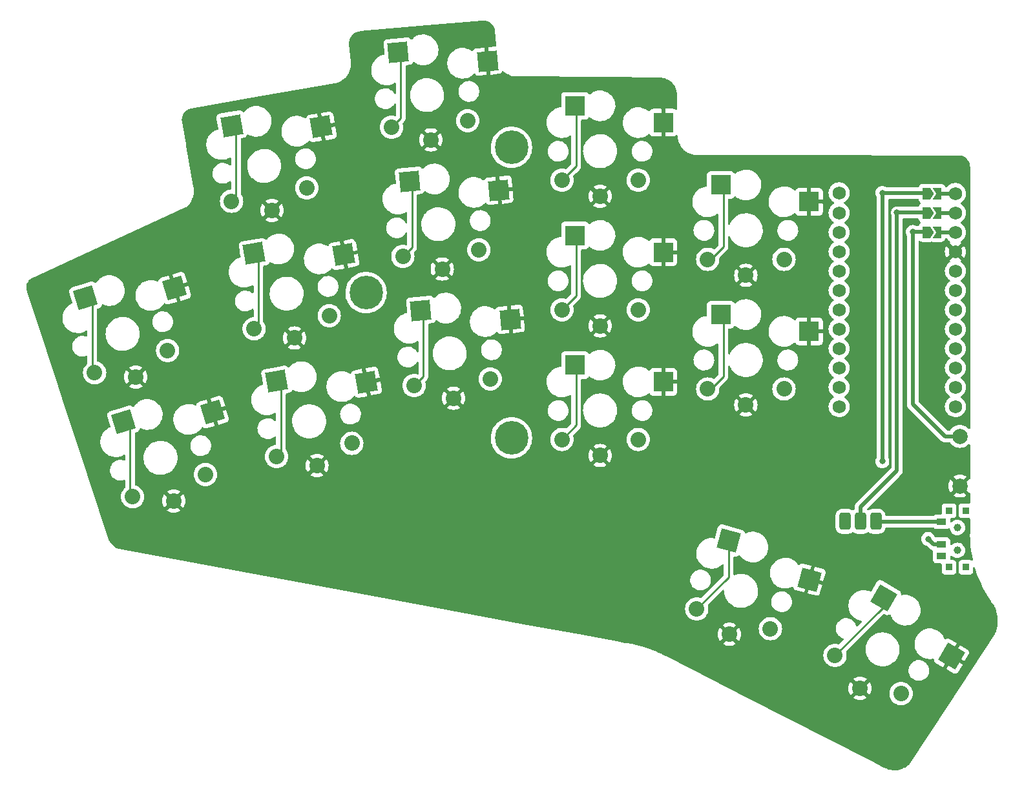
<source format=gbl>
%TF.GenerationSoftware,KiCad,Pcbnew,(6.0.4)*%
%TF.CreationDate,2022-05-01T21:27:57+02:00*%
%TF.ProjectId,battamini_reversable,62617474-616d-4696-9e69-5f7265766572,v1.0.0*%
%TF.SameCoordinates,Original*%
%TF.FileFunction,Copper,L2,Bot*%
%TF.FilePolarity,Positive*%
%FSLAX46Y46*%
G04 Gerber Fmt 4.6, Leading zero omitted, Abs format (unit mm)*
G04 Created by KiCad (PCBNEW (6.0.4)) date 2022-05-01 21:27:57*
%MOMM*%
%LPD*%
G01*
G04 APERTURE LIST*
G04 Aperture macros list*
%AMRoundRect*
0 Rectangle with rounded corners*
0 $1 Rounding radius*
0 $2 $3 $4 $5 $6 $7 $8 $9 X,Y pos of 4 corners*
0 Add a 4 corners polygon primitive as box body*
4,1,4,$2,$3,$4,$5,$6,$7,$8,$9,$2,$3,0*
0 Add four circle primitives for the rounded corners*
1,1,$1+$1,$2,$3*
1,1,$1+$1,$4,$5*
1,1,$1+$1,$6,$7*
1,1,$1+$1,$8,$9*
0 Add four rect primitives between the rounded corners*
20,1,$1+$1,$2,$3,$4,$5,0*
20,1,$1+$1,$4,$5,$6,$7,0*
20,1,$1+$1,$6,$7,$8,$9,0*
20,1,$1+$1,$8,$9,$2,$3,0*%
%AMRotRect*
0 Rectangle, with rotation*
0 The origin of the aperture is its center*
0 $1 length*
0 $2 width*
0 $3 Rotation angle, in degrees counterclockwise*
0 Add horizontal line*
21,1,$1,$2,0,0,$3*%
%AMFreePoly0*
4,1,6,0.150000,0.000000,0.650000,-0.750000,-0.500000,-0.750000,-0.500000,0.750000,0.650000,0.750000,0.150000,0.000000,0.150000,0.000000,$1*%
%AMFreePoly1*
4,1,6,0.500000,-0.750000,-0.500000,-0.750000,-1.000000,0.000000,-0.500000,0.750000,0.500000,0.750000,0.500000,-0.750000,0.500000,-0.750000,$1*%
G04 Aperture macros list end*
%TA.AperFunction,ComponentPad*%
%ADD10RoundRect,0.375000X-0.375000X-0.750000X0.375000X-0.750000X0.375000X0.750000X-0.375000X0.750000X0*%
%TD*%
%TA.AperFunction,ComponentPad*%
%ADD11C,2.000000*%
%TD*%
%TA.AperFunction,SMDPad,CuDef*%
%ADD12RotRect,2.600000X2.600000X10.000000*%
%TD*%
%TA.AperFunction,ComponentPad*%
%ADD13C,2.032000*%
%TD*%
%TA.AperFunction,SMDPad,CuDef*%
%ADD14RotRect,2.600000X2.600000X5.000000*%
%TD*%
%TA.AperFunction,SMDPad,CuDef*%
%ADD15R,2.600000X2.600000*%
%TD*%
%TA.AperFunction,SMDPad,CuDef*%
%ADD16RotRect,2.600000X2.600000X330.000000*%
%TD*%
%TA.AperFunction,SMDPad,CuDef*%
%ADD17R,0.900000X0.900000*%
%TD*%
%TA.AperFunction,WasherPad*%
%ADD18C,1.000000*%
%TD*%
%TA.AperFunction,SMDPad,CuDef*%
%ADD19R,1.250000X0.900000*%
%TD*%
%TA.AperFunction,SMDPad,CuDef*%
%ADD20RotRect,2.600000X2.600000X17.000000*%
%TD*%
%TA.AperFunction,SMDPad,CuDef*%
%ADD21RotRect,2.600000X2.600000X345.000000*%
%TD*%
%TA.AperFunction,ComponentPad*%
%ADD22C,1.752600*%
%TD*%
%TA.AperFunction,SMDPad,CuDef*%
%ADD23FreePoly0,180.000000*%
%TD*%
%TA.AperFunction,SMDPad,CuDef*%
%ADD24R,1.524000X0.500000*%
%TD*%
%TA.AperFunction,SMDPad,CuDef*%
%ADD25FreePoly1,180.000000*%
%TD*%
%TA.AperFunction,ComponentPad*%
%ADD26C,4.400000*%
%TD*%
%TA.AperFunction,ViaPad*%
%ADD27C,0.800000*%
%TD*%
%TA.AperFunction,Conductor*%
%ADD28C,0.500000*%
%TD*%
%TA.AperFunction,Conductor*%
%ADD29C,0.250000*%
%TD*%
G04 APERTURE END LIST*
D10*
%TO.P,PAD1,1*%
%TO.N,Braw*%
X151545396Y58163682D03*
%TO.P,PAD1,2*%
%TO.N,Bgnd*%
X149545396Y58163682D03*
%TO.P,PAD1,3*%
%TO.N,Braw*%
X147545396Y58163682D03*
%TD*%
D11*
%TO.P,B1,1*%
%TO.N,RST*%
X162560000Y69290000D03*
%TO.P,B1,2*%
%TO.N,GND*%
X162560000Y62790000D03*
%TD*%
D12*
%TO.P,S11,1*%
%TO.N,P3*%
X67128658Y110035975D03*
%TO.P,S11,2*%
%TO.N,GND*%
X78885213Y109875035D03*
%TD*%
D13*
%TO.P,S34,1*%
%TO.N,P9*%
X146198518Y40569316D03*
X154858772Y35569316D03*
%TO.P,S34,2*%
%TO.N,GND*%
X149478645Y36250663D03*
X149478645Y36250663D03*
%TD*%
D14*
%TO.P,S15,1*%
%TO.N,P18*%
X90440529Y102756090D03*
%TO.P,S15,2*%
%TO.N,GND*%
X102138320Y101571111D03*
%TD*%
D15*
%TO.P,S21,1*%
%TO.N,P16*%
X112136087Y95636017D03*
%TO.P,S21,2*%
%TO.N,GND*%
X123686087Y93436017D03*
%TD*%
D13*
%TO.P,S8,1*%
%TO.N,P5*%
X73026972Y66651093D03*
X82875050Y68387574D03*
%TO.P,S8,2*%
%TO.N,GND*%
X78315672Y65451237D03*
X78315672Y65451237D03*
%TD*%
%TO.P,S14,1*%
%TO.N,P2*%
X91053509Y75957538D03*
X101015456Y76829096D03*
%TO.P,S14,2*%
%TO.N,GND*%
X96217510Y74301308D03*
X96217510Y74301308D03*
%TD*%
%TO.P,S20,1*%
%TO.N,P14*%
X120411087Y68886017D03*
X110411087Y68886017D03*
%TO.P,S20,2*%
%TO.N,GND*%
X115411087Y66786017D03*
X115411087Y66786017D03*
%TD*%
%TO.P,S28,1*%
%TO.N,P19*%
X129517334Y75510985D03*
X139517334Y75510985D03*
%TO.P,S28,2*%
%TO.N,GND*%
X134517334Y73410985D03*
X134517334Y73410985D03*
%TD*%
D15*
%TO.P,S29,1*%
%TO.N,P20*%
X131242334Y102260985D03*
%TO.P,S29,2*%
%TO.N,GND*%
X142792334Y100060985D03*
%TD*%
D16*
%TO.P,S33,1*%
%TO.N,P9*%
X152567412Y48150564D03*
%TO.P,S33,2*%
%TO.N,GND*%
X161470005Y40470308D03*
%TD*%
D12*
%TO.P,S7,1*%
%TO.N,P5*%
X73032696Y76552511D03*
%TO.P,S7,2*%
%TO.N,GND*%
X84789251Y76391571D03*
%TD*%
D17*
%TO.P,T2,*%
%TO.N,*%
X163342148Y52149495D03*
X163342148Y59549495D03*
X161142148Y52149495D03*
X161142148Y59549495D03*
D18*
X162242148Y57349495D03*
X162242148Y54349495D03*
D19*
%TO.P,T2,1*%
%TO.N,Braw*%
X160167148Y58099495D03*
%TO.P,T2,2*%
%TO.N,RAW*%
X160167148Y55099495D03*
%TO.P,T2,3*%
%TO.N,N/C*%
X160167148Y53599495D03*
%TD*%
D20*
%TO.P,S5,1*%
%TO.N,P6*%
X47970749Y87462459D03*
%TO.P,S5,2*%
%TO.N,GND*%
X59659287Y88735482D03*
%TD*%
D15*
%TO.P,S27,1*%
%TO.N,P19*%
X131242334Y85260985D03*
%TO.P,S27,2*%
%TO.N,GND*%
X142792334Y83060985D03*
%TD*%
D12*
%TO.P,S9,1*%
%TO.N,P4*%
X70080677Y93294243D03*
%TO.P,S9,2*%
%TO.N,GND*%
X81837232Y93133303D03*
%TD*%
D13*
%TO.P,S16,1*%
%TO.N,P18*%
X99533808Y93764406D03*
X89571861Y92892848D03*
%TO.P,S16,2*%
%TO.N,GND*%
X94735862Y91236618D03*
X94735862Y91236618D03*
%TD*%
%TO.P,S30,1*%
%TO.N,P20*%
X139517334Y92510985D03*
X129517334Y92510985D03*
%TO.P,S30,2*%
%TO.N,GND*%
X134517334Y90410985D03*
X134517334Y90410985D03*
%TD*%
D14*
%TO.P,S13,1*%
%TO.N,P2*%
X91922177Y85820780D03*
%TO.P,S13,2*%
%TO.N,GND*%
X103619968Y84635801D03*
%TD*%
D13*
%TO.P,S24,1*%
%TO.N,P10*%
X110411087Y102886017D03*
X120411087Y102886017D03*
%TO.P,S24,2*%
%TO.N,GND*%
X115411087Y100786017D03*
X115411087Y100786017D03*
%TD*%
D14*
%TO.P,S17,1*%
%TO.N,P15*%
X88958882Y119691400D03*
%TO.P,S17,2*%
%TO.N,GND*%
X100656673Y118506421D03*
%TD*%
D13*
%TO.P,S4,1*%
%TO.N,P7*%
X54142067Y61376965D03*
X63705114Y64300682D03*
%TO.P,S4,2*%
%TO.N,GND*%
X59537571Y60830584D03*
X59537571Y60830584D03*
%TD*%
%TO.P,S10,1*%
%TO.N,P4*%
X70074953Y83392825D03*
X79923031Y85129306D03*
%TO.P,S10,2*%
%TO.N,GND*%
X75363653Y82192969D03*
X75363653Y82192969D03*
%TD*%
%TO.P,S22,1*%
%TO.N,P16*%
X110411087Y85886017D03*
X120411087Y85886017D03*
%TO.P,S22,2*%
%TO.N,GND*%
X115411087Y83786017D03*
X115411087Y83786017D03*
%TD*%
D21*
%TO.P,S31,1*%
%TO.N,P8*%
X132267612Y55633629D03*
%TO.P,S31,2*%
%TO.N,GND*%
X142854654Y50519232D03*
%TD*%
D22*
%TO.P,MCU1,*%
%TO.N,*%
X161977213Y98602542D03*
D23*
X159643690Y98602542D03*
D22*
X161977213Y96062542D03*
D24*
X160593690Y101142542D03*
D22*
X146737213Y96062542D03*
D24*
X160593690Y98602542D03*
X160593690Y96062542D03*
D23*
X159643690Y96062542D03*
X159643690Y101142542D03*
D22*
X146737213Y101226288D03*
X161977213Y101142542D03*
X146737213Y98602542D03*
D25*
%TO.P,MCU1,1*%
%TO.N,RAW*%
X158193690Y101142542D03*
%TO.P,MCU1,2*%
%TO.N,Bgnd*%
X158193690Y98602542D03*
%TO.P,MCU1,3*%
%TO.N,RST*%
X158193690Y96062542D03*
D22*
%TO.P,MCU1,4*%
%TO.N,VCC*%
X146737213Y93522542D03*
%TO.P,MCU1,5*%
%TO.N,P21*%
X146737213Y90982542D03*
%TO.P,MCU1,6*%
%TO.N,P20*%
X146737213Y88442542D03*
%TO.P,MCU1,7*%
%TO.N,P19*%
X146737213Y85902542D03*
%TO.P,MCU1,8*%
%TO.N,P18*%
X146737213Y83362542D03*
%TO.P,MCU1,9*%
%TO.N,P15*%
X146737213Y80822542D03*
%TO.P,MCU1,10*%
%TO.N,P14*%
X146737213Y78282542D03*
%TO.P,MCU1,11*%
%TO.N,P16*%
X146737213Y75742542D03*
%TO.P,MCU1,12*%
%TO.N,P10*%
X146737213Y73202542D03*
%TO.P,MCU1,16*%
%TO.N,GND*%
X161977213Y93522542D03*
%TO.P,MCU1,17*%
%TO.N,P2*%
X161977213Y90982542D03*
%TO.P,MCU1,18*%
%TO.N,P3*%
X161977213Y88442542D03*
%TO.P,MCU1,19*%
%TO.N,P4*%
X161977213Y85902542D03*
%TO.P,MCU1,20*%
%TO.N,P5*%
X161977213Y83362542D03*
%TO.P,MCU1,21*%
%TO.N,P6*%
X161977213Y80822542D03*
%TO.P,MCU1,22*%
%TO.N,P7*%
X161977213Y78282542D03*
%TO.P,MCU1,23*%
%TO.N,P8*%
X161977213Y75742542D03*
%TO.P,MCU1,24*%
%TO.N,P9*%
X161977213Y73202542D03*
%TD*%
D20*
%TO.P,S3,1*%
%TO.N,P7*%
X52941068Y71205278D03*
%TO.P,S3,2*%
%TO.N,GND*%
X64629606Y72478301D03*
%TD*%
D13*
%TO.P,S32,1*%
%TO.N,P8*%
X137737163Y44074125D03*
X128077904Y46662315D03*
%TO.P,S32,2*%
%TO.N,GND*%
X132364014Y43339776D03*
X132364014Y43339776D03*
%TD*%
D26*
%TO.P,REF\u002A\u002A,1*%
%TO.N,N/C*%
X84747220Y88141427D03*
X103797220Y69091427D03*
X103797220Y107191427D03*
%TD*%
D13*
%TO.P,S12,1*%
%TO.N,P3*%
X76971012Y101871038D03*
X67122934Y100134557D03*
%TO.P,S12,2*%
%TO.N,GND*%
X72411634Y98934701D03*
X72411634Y98934701D03*
%TD*%
D15*
%TO.P,S23,1*%
%TO.N,P10*%
X112136087Y112636017D03*
%TO.P,S23,2*%
%TO.N,GND*%
X123686087Y110436017D03*
%TD*%
D13*
%TO.P,S6,1*%
%TO.N,P6*%
X49171748Y77634146D03*
X58734795Y80557863D03*
%TO.P,S6,2*%
%TO.N,GND*%
X54567252Y77087765D03*
X54567252Y77087765D03*
%TD*%
D15*
%TO.P,S19,1*%
%TO.N,P14*%
X112136087Y78636017D03*
%TO.P,S19,2*%
%TO.N,GND*%
X123686087Y76436017D03*
%TD*%
D13*
%TO.P,S18,1*%
%TO.N,P15*%
X88090214Y109828158D03*
X98052161Y110699716D03*
%TO.P,S18,2*%
%TO.N,GND*%
X93254215Y108171928D03*
X93254215Y108171928D03*
%TD*%
D27*
%TO.N,GND*%
X154304587Y98650426D03*
%TO.N,RAW*%
X158403261Y55849495D03*
X152400000Y66040000D03*
X152400000Y101213143D03*
%TO.N,RST*%
X156389782Y96106346D03*
%TD*%
D28*
%TO.N,RST*%
X156389782Y73500449D02*
X160600231Y69290000D01*
X160600231Y69290000D02*
X162560000Y69290000D01*
X156389782Y96106346D02*
X156389782Y73500449D01*
D29*
%TO.N,P6*%
X47655954Y88184596D02*
X48856953Y86983597D01*
X48856953Y86983597D02*
X48856953Y78356283D01*
D28*
%TO.N,Bgnd*%
X154329345Y98675184D02*
X154329345Y64825511D01*
X149545396Y60041562D02*
X149545396Y58163682D01*
X154329345Y64825511D02*
X149545396Y60041562D01*
X154304587Y98650426D02*
X154329345Y98675184D01*
X154329345Y98675184D02*
X158139502Y98675184D01*
D29*
%TO.N,P5*%
X73590450Y67214571D02*
X73026972Y66651093D01*
X73032696Y76552511D02*
X73590450Y75994757D01*
X73590450Y75994757D02*
X73590450Y67214571D01*
%TO.N,P4*%
X70638431Y83956303D02*
X70074953Y83392825D01*
X70638431Y92736489D02*
X70638431Y83956303D01*
X70080677Y93294243D02*
X70638431Y92736489D01*
%TO.N,P3*%
X67686412Y100698035D02*
X67122934Y100134557D01*
X67128658Y110035975D02*
X67686412Y109478221D01*
X67686412Y109478221D02*
X67686412Y100698035D01*
%TO.N,P2*%
X92270004Y77174033D02*
X91053509Y75957538D01*
X91922177Y85820780D02*
X92270004Y85472953D01*
X92270004Y85472953D02*
X92270004Y77174033D01*
%TO.N,P18*%
X90788356Y94109343D02*
X89571861Y92892848D01*
X90440529Y102756090D02*
X90788356Y102408263D01*
X90788356Y102408263D02*
X90788356Y94109343D01*
%TO.N,P15*%
X89306709Y111044653D02*
X88090214Y109828158D01*
X89306709Y119343573D02*
X89306709Y111044653D01*
X88958882Y119691400D02*
X89306709Y119343573D01*
%TO.N,P14*%
X112285608Y79029475D02*
X112285608Y70760538D01*
X112285608Y70760538D02*
X110411087Y68886017D01*
%TO.N,P16*%
X112285608Y96029475D02*
X112285608Y87760538D01*
X112285608Y87760538D02*
X110411087Y85886017D01*
%TO.N,P10*%
X112285608Y104760538D02*
X110411087Y102886017D01*
X112285608Y113029475D02*
X112285608Y104760538D01*
%TO.N,P19*%
X131572000Y77134241D02*
X129377759Y74940000D01*
X131572000Y84220759D02*
X131572000Y77134241D01*
X131102759Y84690000D02*
X131572000Y84220759D01*
%TO.N,P20*%
X131572000Y101220759D02*
X131572000Y94134241D01*
X129948744Y92510985D02*
X129517334Y92510985D01*
X131572000Y94134241D02*
X129948744Y92510985D01*
X131102759Y101690000D02*
X131572000Y101220759D01*
%TO.N,P7*%
X52626273Y71927415D02*
X53827272Y70726416D01*
X53827272Y70726416D02*
X53827272Y62099102D01*
%TO.N,P8*%
X132267612Y55633629D02*
X132267612Y50852023D01*
X132267612Y50852023D02*
X128077904Y46662315D01*
%TO.N,P9*%
X152567412Y46938210D02*
X146198518Y40569316D01*
X152567412Y48150564D02*
X152567412Y46938210D01*
D28*
%TO.N,RAW*%
X152400000Y101213143D02*
X152426699Y101186444D01*
X158403261Y55849495D02*
X159153261Y55099495D01*
X159153261Y55099495D02*
X160167148Y55099495D01*
X152400000Y101213143D02*
X152400000Y66040000D01*
X152426699Y101186444D02*
X158168242Y101186444D01*
%TO.N,RST*%
X156389782Y96106346D02*
X156389880Y96106444D01*
X156389880Y96106444D02*
X158168242Y96106444D01*
%TO.N,Braw*%
X151609583Y58099495D02*
X151545396Y58163682D01*
X160167148Y58099495D02*
X151609583Y58099495D01*
%TD*%
%TA.AperFunction,Conductor*%
%TO.N,GND*%
G36*
X100238520Y123814579D02*
G01*
X100431736Y123789922D01*
X100449359Y123786380D01*
X100637100Y123734476D01*
X100654041Y123728462D01*
X100718715Y123700159D01*
X100832489Y123650368D01*
X100848397Y123642006D01*
X101013917Y123539306D01*
X101028471Y123528767D01*
X101177687Y123403563D01*
X101190594Y123391060D01*
X101320478Y123245888D01*
X101331477Y123231670D01*
X101367354Y123177747D01*
X101439372Y123069501D01*
X101448236Y123053863D01*
X101459807Y123029556D01*
X101531955Y122877988D01*
X101538504Y122861246D01*
X101596340Y122675249D01*
X101600440Y122657745D01*
X101626064Y122497613D01*
X101626917Y122478990D01*
X101627498Y122471258D01*
X101626896Y122462305D01*
X101628830Y122453546D01*
X101628830Y122453545D01*
X101634823Y122426404D01*
X101637123Y122412152D01*
X101813953Y120695508D01*
X101828705Y120552294D01*
X101815788Y120482482D01*
X101767179Y120430736D01*
X101714350Y120413862D01*
X100770177Y120331257D01*
X100755384Y120325470D01*
X100754304Y120323979D01*
X100753310Y120316184D01*
X100887569Y118781592D01*
X101065705Y116745487D01*
X101071492Y116730694D01*
X101072983Y116729614D01*
X101080778Y116728620D01*
X102153814Y116822499D01*
X102160555Y116823459D01*
X102210751Y116833396D01*
X102225634Y116838340D01*
X102341690Y116893821D01*
X102356473Y116903680D01*
X102451498Y116988790D01*
X102462916Y117002398D01*
X102530230Y117110755D01*
X102537375Y117127031D01*
X102545097Y117154782D01*
X102582628Y117215047D01*
X102646784Y117245454D01*
X102717194Y117236349D01*
X102751611Y117213899D01*
X102833379Y117138970D01*
X102920524Y117059113D01*
X102923435Y117057001D01*
X103149561Y116892935D01*
X103149569Y116892930D01*
X103152477Y116890820D01*
X103402086Y116750035D01*
X103405385Y116748643D01*
X103405394Y116748638D01*
X103662787Y116639989D01*
X103662792Y116639987D01*
X103666102Y116638590D01*
X103941092Y116557933D01*
X103944641Y116557319D01*
X103944643Y116557319D01*
X104219929Y116509728D01*
X104219935Y116509727D01*
X104223477Y116509115D01*
X104321192Y116503533D01*
X104474877Y116494753D01*
X104488591Y116493213D01*
X104497033Y116491792D01*
X104503365Y116491715D01*
X104504720Y116491698D01*
X104504724Y116491698D01*
X104509585Y116491639D01*
X104514397Y116492328D01*
X104514411Y116492329D01*
X104534441Y116495198D01*
X104553401Y116496466D01*
X115753326Y116398649D01*
X123372386Y116332106D01*
X123387550Y116330372D01*
X123395813Y116329736D01*
X123404571Y116327786D01*
X123413522Y116328372D01*
X123413526Y116328372D01*
X123421215Y116328876D01*
X123445614Y116328105D01*
X123633756Y116303768D01*
X123683413Y116297345D01*
X123699240Y116294257D01*
X123797581Y116268443D01*
X123955965Y116226868D01*
X123956936Y116226613D01*
X123972238Y116221530D01*
X124219191Y116121527D01*
X124233719Y116114531D01*
X124256865Y116101498D01*
X124465888Y115983803D01*
X124479396Y115975012D01*
X124691191Y115817029D01*
X124692953Y115815715D01*
X124705235Y115805267D01*
X124896707Y115619992D01*
X124907554Y115608060D01*
X125073790Y115399857D01*
X125083024Y115386638D01*
X125221316Y115158897D01*
X125228786Y115144607D01*
X125336854Y114901083D01*
X125342438Y114885956D01*
X125418520Y114630625D01*
X125422127Y114614910D01*
X125436093Y114529211D01*
X125464100Y114357348D01*
X125464982Y114351935D01*
X125466550Y114335891D01*
X125468017Y114292098D01*
X125474333Y114103449D01*
X125472498Y114079268D01*
X125472392Y114076789D01*
X125470741Y114067967D01*
X125471633Y114059032D01*
X125475503Y114020248D01*
X125476102Y114010194D01*
X125510801Y112231981D01*
X125492132Y112163483D01*
X125439393Y112115952D01*
X125369330Y112104479D01*
X125309260Y112128697D01*
X125239735Y112180803D01*
X125224141Y112189341D01*
X125103693Y112234495D01*
X125088438Y112238122D01*
X125037573Y112243648D01*
X125030759Y112244017D01*
X123958202Y112244017D01*
X123942963Y112239542D01*
X123941758Y112238152D01*
X123940087Y112230469D01*
X123940087Y108646133D01*
X123944562Y108630894D01*
X123945952Y108629689D01*
X123953635Y108628018D01*
X125030756Y108628018D01*
X125037577Y108628388D01*
X125088439Y108633912D01*
X125103691Y108637538D01*
X125224141Y108682693D01*
X125239736Y108691231D01*
X125341811Y108767732D01*
X125359501Y108785422D01*
X125421813Y108819448D01*
X125492628Y108814383D01*
X125549464Y108771836D01*
X125574582Y108698214D01*
X125574713Y108689468D01*
X125575533Y108684669D01*
X125575586Y108684099D01*
X125576791Y108674682D01*
X125591786Y108499695D01*
X125601392Y108387599D01*
X125662248Y108090777D01*
X125757260Y107803062D01*
X125885137Y107528372D01*
X126044137Y107270445D01*
X126046416Y107267564D01*
X126046417Y107267562D01*
X126211850Y107058392D01*
X126232096Y107032793D01*
X126336814Y106928181D01*
X126370604Y106894425D01*
X126446455Y106818650D01*
X126449334Y106816377D01*
X126449336Y106816376D01*
X126681419Y106633203D01*
X126681424Y106633199D01*
X126684297Y106630932D01*
X126942384Y106472193D01*
X127025595Y106433558D01*
X127213865Y106346144D01*
X127213869Y106346142D01*
X127217204Y106344594D01*
X127220688Y106343447D01*
X127220694Y106343445D01*
X127501528Y106251019D01*
X127501533Y106251018D01*
X127505014Y106249872D01*
X127508610Y106249139D01*
X127508612Y106249138D01*
X127798303Y106190050D01*
X127798307Y106190049D01*
X127801898Y106189317D01*
X128071627Y106166478D01*
X128085128Y106164594D01*
X128091249Y106163399D01*
X128096114Y106163212D01*
X128096118Y106163212D01*
X128098004Y106163140D01*
X128103793Y106162918D01*
X128139402Y106167072D01*
X128154169Y106167921D01*
X139794304Y106151953D01*
X162372179Y106120981D01*
X162387163Y106120066D01*
X162413289Y106116900D01*
X162413292Y106116900D01*
X162422205Y106115820D01*
X162431063Y106117285D01*
X162431069Y106117285D01*
X162436942Y106118256D01*
X162462558Y106119842D01*
X162574277Y106115350D01*
X162629882Y106113114D01*
X162648399Y106110989D01*
X162837408Y106074972D01*
X162855403Y106070140D01*
X163037020Y106006627D01*
X163054112Y105999189D01*
X163106083Y105971833D01*
X163224362Y105909574D01*
X163240173Y105899693D01*
X163395338Y105785933D01*
X163409517Y105773827D01*
X163451142Y105732588D01*
X163546197Y105638414D01*
X163558429Y105624355D01*
X163673630Y105470255D01*
X163683649Y105454551D01*
X163774855Y105285126D01*
X163782449Y105268112D01*
X163847653Y105087087D01*
X163852652Y105069138D01*
X163890351Y104880862D01*
X163890427Y104880483D01*
X163892724Y104861986D01*
X163899736Y104720473D01*
X163900668Y104701658D01*
X163899567Y104684689D01*
X163899632Y104684687D01*
X163899302Y104675716D01*
X163897704Y104666884D01*
X163900563Y104639884D01*
X163901886Y104627383D01*
X163902586Y104614117D01*
X163902587Y87304293D01*
X163902587Y70382313D01*
X163882585Y70314192D01*
X163828929Y70267699D01*
X163758655Y70257595D01*
X163694075Y70287089D01*
X163680776Y70300482D01*
X163633177Y70356213D01*
X163629969Y70359969D01*
X163449416Y70514176D01*
X163445208Y70516755D01*
X163445202Y70516759D01*
X163251183Y70635654D01*
X163246963Y70638240D01*
X163242393Y70640133D01*
X163242389Y70640135D01*
X163032167Y70727211D01*
X163032165Y70727212D01*
X163027594Y70729105D01*
X162947337Y70748373D01*
X162801524Y70783380D01*
X162801518Y70783381D01*
X162796711Y70784535D01*
X162560000Y70803165D01*
X162323289Y70784535D01*
X162318482Y70783381D01*
X162318476Y70783380D01*
X162172663Y70748373D01*
X162092406Y70729105D01*
X162087835Y70727212D01*
X162087833Y70727211D01*
X161877611Y70640135D01*
X161877607Y70640133D01*
X161873037Y70638240D01*
X161868817Y70635654D01*
X161674798Y70516759D01*
X161674792Y70516755D01*
X161670584Y70514176D01*
X161490031Y70359969D01*
X161486823Y70356213D01*
X161339037Y70183178D01*
X161335824Y70179416D01*
X161292934Y70109426D01*
X161292467Y70108664D01*
X161239819Y70061033D01*
X161185035Y70048500D01*
X160966602Y70048500D01*
X160898481Y70068502D01*
X160877507Y70085405D01*
X157726420Y73236492D01*
X160588082Y73236492D01*
X160588379Y73231340D01*
X160588379Y73231336D01*
X160591943Y73169533D01*
X160601190Y73009155D01*
X160602325Y73004118D01*
X160602326Y73004112D01*
X160644194Y72818329D01*
X160651252Y72787011D01*
X160653196Y72782225D01*
X160653197Y72782220D01*
X160725769Y72603499D01*
X160736924Y72576027D01*
X160855905Y72381868D01*
X161004999Y72209749D01*
X161140900Y72096922D01*
X161162012Y72079395D01*
X161180202Y72064293D01*
X161184654Y72061691D01*
X161184659Y72061688D01*
X161353880Y71962803D01*
X161376810Y71949404D01*
X161589542Y71868170D01*
X161594608Y71867139D01*
X161594609Y71867139D01*
X161619559Y71862063D01*
X161812685Y71822771D01*
X161940501Y71818084D01*
X162035083Y71814615D01*
X162035088Y71814615D01*
X162040247Y71814426D01*
X162045367Y71815082D01*
X162045369Y71815082D01*
X162119807Y71824618D01*
X162266116Y71843361D01*
X162271065Y71844846D01*
X162271071Y71844847D01*
X162410676Y71886731D01*
X162484226Y71908797D01*
X162688720Y72008978D01*
X162692924Y72011976D01*
X162692928Y72011979D01*
X162799728Y72088159D01*
X162874106Y72141212D01*
X163035406Y72301950D01*
X163066170Y72344762D01*
X163165268Y72482673D01*
X163168286Y72486873D01*
X163180283Y72511146D01*
X163266886Y72686374D01*
X163266887Y72686376D01*
X163269180Y72691016D01*
X163323885Y72871070D01*
X163333875Y72903952D01*
X163333875Y72903953D01*
X163335377Y72908896D01*
X163338684Y72934014D01*
X163364663Y73131341D01*
X163364664Y73131348D01*
X163365100Y73134663D01*
X163365891Y73167029D01*
X163366677Y73199177D01*
X163366677Y73199182D01*
X163366759Y73202542D01*
X163358977Y73297200D01*
X163348524Y73424340D01*
X163348523Y73424346D01*
X163348100Y73429491D01*
X163311339Y73575843D01*
X163293885Y73645334D01*
X163293884Y73645338D01*
X163292626Y73650345D01*
X163288395Y73660076D01*
X163203885Y73854436D01*
X163203883Y73854439D01*
X163201825Y73859173D01*
X163108633Y74003226D01*
X163080944Y74046027D01*
X163080942Y74046030D01*
X163078136Y74050367D01*
X162924881Y74218792D01*
X162746176Y74359924D01*
X162739548Y74363583D01*
X162738864Y74364273D01*
X162737344Y74365283D01*
X162737552Y74365597D01*
X162689576Y74414009D01*
X162674798Y74483451D01*
X162699909Y74549858D01*
X162727267Y74576473D01*
X162869902Y74678213D01*
X162869904Y74678215D01*
X162874106Y74681212D01*
X163035406Y74841950D01*
X163044804Y74855028D01*
X163165268Y75022673D01*
X163168286Y75026873D01*
X163171644Y75033666D01*
X163266886Y75226374D01*
X163266887Y75226376D01*
X163269180Y75231016D01*
X163335377Y75448896D01*
X163343551Y75510985D01*
X163364663Y75671341D01*
X163364664Y75671348D01*
X163365100Y75674663D01*
X163366167Y75718316D01*
X163366677Y75739177D01*
X163366677Y75739182D01*
X163366759Y75742542D01*
X163354739Y75888746D01*
X163348524Y75964340D01*
X163348523Y75964346D01*
X163348100Y75969491D01*
X163313983Y76105320D01*
X163293885Y76185334D01*
X163293884Y76185338D01*
X163292626Y76190345D01*
X163282334Y76214016D01*
X163203885Y76394436D01*
X163203883Y76394439D01*
X163201825Y76399173D01*
X163102421Y76552828D01*
X163080944Y76586027D01*
X163080942Y76586030D01*
X163078136Y76590367D01*
X162924881Y76758792D01*
X162746176Y76899924D01*
X162739548Y76903583D01*
X162738864Y76904273D01*
X162737344Y76905283D01*
X162737552Y76905597D01*
X162689576Y76954009D01*
X162674798Y77023451D01*
X162699909Y77089858D01*
X162727267Y77116473D01*
X162869902Y77218213D01*
X162869904Y77218215D01*
X162874106Y77221212D01*
X163035406Y77381950D01*
X163063111Y77420505D01*
X163165268Y77562673D01*
X163168286Y77566873D01*
X163190824Y77612474D01*
X163266886Y77766374D01*
X163266887Y77766376D01*
X163269180Y77771016D01*
X163330025Y77971281D01*
X163333875Y77983952D01*
X163333875Y77983953D01*
X163335377Y77988896D01*
X163336259Y77995596D01*
X163364663Y78211341D01*
X163364664Y78211348D01*
X163365100Y78214663D01*
X163365777Y78242345D01*
X163366677Y78279177D01*
X163366677Y78279182D01*
X163366759Y78282542D01*
X163358408Y78384111D01*
X163348524Y78504340D01*
X163348523Y78504346D01*
X163348100Y78509491D01*
X163315340Y78639914D01*
X163293885Y78725334D01*
X163293884Y78725338D01*
X163292626Y78730345D01*
X163285271Y78747260D01*
X163203885Y78934436D01*
X163203883Y78934439D01*
X163201825Y78939173D01*
X163106437Y79086621D01*
X163080944Y79126027D01*
X163080942Y79126030D01*
X163078136Y79130367D01*
X162924881Y79298792D01*
X162746176Y79439924D01*
X162739548Y79443583D01*
X162738864Y79444273D01*
X162737344Y79445283D01*
X162737552Y79445597D01*
X162689576Y79494009D01*
X162674798Y79563451D01*
X162699909Y79629858D01*
X162727267Y79656473D01*
X162869902Y79758213D01*
X162869904Y79758215D01*
X162874106Y79761212D01*
X163035406Y79921950D01*
X163168286Y80106873D01*
X163172453Y80115303D01*
X163266886Y80306374D01*
X163266887Y80306376D01*
X163269180Y80311016D01*
X163328733Y80507027D01*
X163333875Y80523952D01*
X163333875Y80523953D01*
X163335377Y80528896D01*
X163340976Y80571426D01*
X163364663Y80751341D01*
X163364664Y80751348D01*
X163365100Y80754663D01*
X163366137Y80797085D01*
X163366677Y80819177D01*
X163366677Y80819182D01*
X163366759Y80822542D01*
X163358878Y80918395D01*
X163348524Y81044340D01*
X163348523Y81044346D01*
X163348100Y81049491D01*
X163297206Y81252112D01*
X163293885Y81265334D01*
X163293884Y81265338D01*
X163292626Y81270345D01*
X163286001Y81285581D01*
X163203885Y81474436D01*
X163203883Y81474439D01*
X163201825Y81479173D01*
X163096977Y81641244D01*
X163080944Y81666027D01*
X163080942Y81666030D01*
X163078136Y81670367D01*
X162924881Y81838792D01*
X162746176Y81979924D01*
X162739548Y81983583D01*
X162738864Y81984273D01*
X162737344Y81985283D01*
X162737552Y81985597D01*
X162689576Y82034009D01*
X162674798Y82103451D01*
X162699909Y82169858D01*
X162727267Y82196473D01*
X162869902Y82298213D01*
X162869904Y82298215D01*
X162874106Y82301212D01*
X163035406Y82461950D01*
X163047975Y82479441D01*
X163165268Y82642673D01*
X163168286Y82646873D01*
X163179687Y82669940D01*
X163266886Y82846374D01*
X163266887Y82846376D01*
X163269180Y82851016D01*
X163330653Y83053347D01*
X163333875Y83063952D01*
X163333875Y83063953D01*
X163335377Y83068896D01*
X163337863Y83087776D01*
X163364663Y83291341D01*
X163364664Y83291348D01*
X163365100Y83294663D01*
X163365928Y83328533D01*
X163366677Y83359177D01*
X163366677Y83359182D01*
X163366759Y83362542D01*
X163356981Y83481469D01*
X163348524Y83584340D01*
X163348523Y83584346D01*
X163348100Y83589491D01*
X163299975Y83781087D01*
X163293885Y83805334D01*
X163293884Y83805338D01*
X163292626Y83810345D01*
X163290567Y83815081D01*
X163203885Y84014436D01*
X163203883Y84014439D01*
X163201825Y84019173D01*
X163116914Y84150425D01*
X163080944Y84206027D01*
X163080942Y84206030D01*
X163078136Y84210367D01*
X162924881Y84378792D01*
X162746176Y84519924D01*
X162739548Y84523583D01*
X162738864Y84524273D01*
X162737344Y84525283D01*
X162737552Y84525597D01*
X162689576Y84574009D01*
X162674798Y84643451D01*
X162699909Y84709858D01*
X162727267Y84736473D01*
X162869902Y84838213D01*
X162869904Y84838215D01*
X162874106Y84841212D01*
X163035406Y85001950D01*
X163051075Y85023755D01*
X163165268Y85182673D01*
X163168286Y85186873D01*
X163170706Y85191768D01*
X163266886Y85386374D01*
X163266887Y85386376D01*
X163269180Y85391016D01*
X163335377Y85608896D01*
X163337479Y85624860D01*
X163364663Y85831341D01*
X163364664Y85831348D01*
X163365100Y85834663D01*
X163365626Y85856169D01*
X163366677Y85899177D01*
X163366677Y85899182D01*
X163366759Y85902542D01*
X163357170Y86019178D01*
X163348524Y86124340D01*
X163348523Y86124346D01*
X163348100Y86129491D01*
X163313388Y86267687D01*
X163293885Y86345334D01*
X163293884Y86345338D01*
X163292626Y86350345D01*
X163289050Y86358570D01*
X163203885Y86554436D01*
X163203883Y86554439D01*
X163201825Y86559173D01*
X163100952Y86715099D01*
X163080944Y86746027D01*
X163080942Y86746030D01*
X163078136Y86750367D01*
X162924881Y86918792D01*
X162746176Y87059924D01*
X162739548Y87063583D01*
X162738864Y87064273D01*
X162737344Y87065283D01*
X162737552Y87065597D01*
X162689576Y87114009D01*
X162674798Y87183451D01*
X162699909Y87249858D01*
X162727267Y87276473D01*
X162869902Y87378213D01*
X162869904Y87378215D01*
X162874106Y87381212D01*
X163035406Y87541950D01*
X163046479Y87557359D01*
X163165268Y87722673D01*
X163168286Y87726873D01*
X163170952Y87732266D01*
X163266886Y87926374D01*
X163266887Y87926376D01*
X163269180Y87931016D01*
X163335377Y88148896D01*
X163336722Y88159114D01*
X163364663Y88371341D01*
X163364664Y88371348D01*
X163365100Y88374663D01*
X163365182Y88378015D01*
X163366677Y88439177D01*
X163366677Y88439182D01*
X163366759Y88442542D01*
X163357241Y88558311D01*
X163348524Y88664340D01*
X163348523Y88664346D01*
X163348100Y88669491D01*
X163319841Y88781995D01*
X163293885Y88885334D01*
X163293884Y88885338D01*
X163292626Y88890345D01*
X163290567Y88895081D01*
X163203885Y89094436D01*
X163203883Y89094439D01*
X163201825Y89099173D01*
X163078136Y89290367D01*
X162924881Y89458792D01*
X162746176Y89599924D01*
X162739548Y89603583D01*
X162738864Y89604273D01*
X162737344Y89605283D01*
X162737552Y89605597D01*
X162689576Y89654009D01*
X162674798Y89723451D01*
X162699909Y89789858D01*
X162727267Y89816473D01*
X162869902Y89918213D01*
X162869904Y89918215D01*
X162874106Y89921212D01*
X163035406Y90081950D01*
X163102947Y90175943D01*
X163165268Y90262673D01*
X163168286Y90266873D01*
X163178569Y90287678D01*
X163266886Y90466374D01*
X163266887Y90466376D01*
X163269180Y90471016D01*
X163335377Y90688896D01*
X163336052Y90694022D01*
X163364663Y90911341D01*
X163364664Y90911348D01*
X163365100Y90914663D01*
X163366523Y90972870D01*
X163366677Y90979177D01*
X163366677Y90979182D01*
X163366759Y90982542D01*
X163357331Y91097218D01*
X163348524Y91204340D01*
X163348523Y91204346D01*
X163348100Y91209491D01*
X163311280Y91356078D01*
X163293885Y91425334D01*
X163293884Y91425338D01*
X163292626Y91430345D01*
X163290567Y91435081D01*
X163203885Y91634436D01*
X163203883Y91634439D01*
X163201825Y91639173D01*
X163090322Y91811530D01*
X163080944Y91826027D01*
X163080942Y91826030D01*
X163078136Y91830367D01*
X162924881Y91998792D01*
X162746176Y92139924D01*
X162739062Y92143851D01*
X162738219Y92144702D01*
X162737344Y92145283D01*
X162737464Y92145464D01*
X162689089Y92194281D01*
X162674313Y92263723D01*
X162699427Y92330129D01*
X162726781Y92356740D01*
X162745316Y92369961D01*
X162753717Y92380661D01*
X162746728Y92393817D01*
X161990025Y93150520D01*
X161976081Y93158134D01*
X161974248Y93158003D01*
X161967633Y93153752D01*
X161204723Y92390842D01*
X161197963Y92378462D01*
X161203244Y92371408D01*
X161217911Y92362837D01*
X161266635Y92311199D01*
X161279706Y92241416D01*
X161252975Y92175644D01*
X161229994Y92153289D01*
X161060027Y92025674D01*
X161054657Y92021642D01*
X161051085Y92017904D01*
X160929880Y91891070D01*
X160897333Y91857012D01*
X160894419Y91852740D01*
X160894418Y91852739D01*
X160853280Y91792432D01*
X160769010Y91668897D01*
X160673134Y91462350D01*
X160671752Y91457368D01*
X160671752Y91457367D01*
X160664258Y91430345D01*
X160612280Y91242917D01*
X160588082Y91016492D01*
X160588379Y91011340D01*
X160588379Y91011336D01*
X160592576Y90938554D01*
X160601190Y90789155D01*
X160602325Y90784118D01*
X160602326Y90784112D01*
X160646455Y90588296D01*
X160651252Y90567011D01*
X160653196Y90562225D01*
X160653197Y90562220D01*
X160730075Y90372894D01*
X160736924Y90356027D01*
X160855905Y90161868D01*
X161004999Y89989749D01*
X161091165Y89918213D01*
X161170576Y89852285D01*
X161180202Y89844293D01*
X161184653Y89841692D01*
X161184663Y89841685D01*
X161217479Y89822509D01*
X161266202Y89770870D01*
X161279272Y89701087D01*
X161252539Y89635315D01*
X161229566Y89612967D01*
X161054657Y89481642D01*
X161019640Y89444999D01*
X160957336Y89379801D01*
X160897333Y89317012D01*
X160894419Y89312740D01*
X160894418Y89312739D01*
X160856034Y89256470D01*
X160769010Y89128897D01*
X160673134Y88922350D01*
X160671752Y88917368D01*
X160671752Y88917367D01*
X160666787Y88899463D01*
X160612280Y88702917D01*
X160588082Y88476492D01*
X160588379Y88471340D01*
X160588379Y88471336D01*
X160592050Y88407670D01*
X160601190Y88249155D01*
X160602325Y88244118D01*
X160602326Y88244112D01*
X160647012Y88045824D01*
X160651252Y88027011D01*
X160653196Y88022225D01*
X160653197Y88022220D01*
X160712859Y87875291D01*
X160736924Y87816027D01*
X160801481Y87710680D01*
X160842949Y87643011D01*
X160855905Y87621868D01*
X161004999Y87449749D01*
X161180202Y87304293D01*
X161184653Y87301692D01*
X161184663Y87301685D01*
X161217479Y87282509D01*
X161266202Y87230870D01*
X161279272Y87161087D01*
X161252539Y87095315D01*
X161229566Y87072967D01*
X161054657Y86941642D01*
X161051085Y86937904D01*
X160924970Y86805932D01*
X160897333Y86777012D01*
X160894419Y86772740D01*
X160894418Y86772739D01*
X160860274Y86722685D01*
X160769010Y86588897D01*
X160673134Y86382350D01*
X160671752Y86377368D01*
X160671752Y86377367D01*
X160660169Y86335601D01*
X160612280Y86162917D01*
X160588082Y85936492D01*
X160588379Y85931340D01*
X160588379Y85931336D01*
X160591372Y85879430D01*
X160601190Y85709155D01*
X160602325Y85704118D01*
X160602326Y85704112D01*
X160649263Y85495837D01*
X160651252Y85487011D01*
X160653196Y85482225D01*
X160653197Y85482220D01*
X160720652Y85316099D01*
X160736924Y85276027D01*
X160855905Y85081868D01*
X161004999Y84909749D01*
X161131533Y84804699D01*
X161172708Y84770515D01*
X161180202Y84764293D01*
X161184653Y84761692D01*
X161184663Y84761685D01*
X161217479Y84742509D01*
X161266202Y84690870D01*
X161279272Y84621087D01*
X161252539Y84555315D01*
X161229566Y84532967D01*
X161054657Y84401642D01*
X161036313Y84382446D01*
X160924432Y84265369D01*
X160897333Y84237012D01*
X160894419Y84232740D01*
X160894418Y84232739D01*
X160837164Y84148808D01*
X160769010Y84048897D01*
X160673134Y83842350D01*
X160671752Y83837368D01*
X160671752Y83837367D01*
X160649203Y83756057D01*
X160612280Y83622917D01*
X160588082Y83396492D01*
X160588379Y83391340D01*
X160588379Y83391336D01*
X160592171Y83325576D01*
X160601190Y83169155D01*
X160602325Y83164118D01*
X160602326Y83164112D01*
X160650114Y82952060D01*
X160651252Y82947011D01*
X160653196Y82942225D01*
X160653197Y82942220D01*
X160734980Y82740814D01*
X160736924Y82736027D01*
X160855905Y82541868D01*
X161004999Y82369749D01*
X161091165Y82298213D01*
X161168385Y82234104D01*
X161180202Y82224293D01*
X161184653Y82221692D01*
X161184663Y82221685D01*
X161217479Y82202509D01*
X161266202Y82150870D01*
X161279272Y82081087D01*
X161252539Y82015315D01*
X161229566Y81992967D01*
X161054657Y81861642D01*
X161015768Y81820947D01*
X160901218Y81701077D01*
X160897333Y81697012D01*
X160894419Y81692740D01*
X160894418Y81692739D01*
X160860747Y81643379D01*
X160769010Y81508897D01*
X160673134Y81302350D01*
X160671752Y81297368D01*
X160671752Y81297367D01*
X160667838Y81283254D01*
X160612280Y81082917D01*
X160588082Y80856492D01*
X160588379Y80851340D01*
X160588379Y80851336D01*
X160590235Y80819151D01*
X160601190Y80629155D01*
X160602325Y80624118D01*
X160602326Y80624112D01*
X160647641Y80423033D01*
X160651252Y80407011D01*
X160653196Y80402225D01*
X160653197Y80402220D01*
X160727722Y80218689D01*
X160736924Y80196027D01*
X160791558Y80106873D01*
X160836093Y80034199D01*
X160855905Y80001868D01*
X161004999Y79829749D01*
X161180202Y79684293D01*
X161184653Y79681692D01*
X161184663Y79681685D01*
X161217479Y79662509D01*
X161266202Y79610870D01*
X161279272Y79541087D01*
X161252539Y79475315D01*
X161229566Y79452967D01*
X161054657Y79321642D01*
X160897333Y79157012D01*
X160894419Y79152740D01*
X160894418Y79152739D01*
X160853584Y79092878D01*
X160769010Y78968897D01*
X160673134Y78762350D01*
X160671752Y78757368D01*
X160671752Y78757367D01*
X160660131Y78715464D01*
X160612280Y78542917D01*
X160588082Y78316492D01*
X160588379Y78311340D01*
X160588379Y78311336D01*
X160590367Y78276863D01*
X160601190Y78089155D01*
X160602325Y78084118D01*
X160602326Y78084112D01*
X160649819Y77873368D01*
X160651252Y77867011D01*
X160653196Y77862225D01*
X160653197Y77862220D01*
X160734413Y77662210D01*
X160736924Y77656027D01*
X160855905Y77461868D01*
X161004999Y77289749D01*
X161091165Y77218213D01*
X161160999Y77160236D01*
X161180202Y77144293D01*
X161184653Y77141692D01*
X161184663Y77141685D01*
X161217479Y77122509D01*
X161266202Y77070870D01*
X161279272Y77001087D01*
X161252539Y76935315D01*
X161229566Y76912967D01*
X161054657Y76781642D01*
X161025121Y76750734D01*
X160921116Y76641899D01*
X160897333Y76617012D01*
X160894419Y76612740D01*
X160894418Y76612739D01*
X160870112Y76577108D01*
X160769010Y76428897D01*
X160673134Y76222350D01*
X160671752Y76217368D01*
X160671752Y76217367D01*
X160658096Y76168124D01*
X160612280Y76002917D01*
X160588082Y75776492D01*
X160588379Y75771340D01*
X160588379Y75771336D01*
X160590863Y75728258D01*
X160601190Y75549155D01*
X160602325Y75544118D01*
X160602326Y75544112D01*
X160649274Y75335786D01*
X160651252Y75327011D01*
X160653196Y75322225D01*
X160653197Y75322220D01*
X160732431Y75127091D01*
X160736924Y75116027D01*
X160794132Y75022673D01*
X160845217Y74939310D01*
X160855905Y74921868D01*
X161004999Y74749749D01*
X161121291Y74653202D01*
X161173874Y74609547D01*
X161180202Y74604293D01*
X161184653Y74601692D01*
X161184663Y74601685D01*
X161217479Y74582509D01*
X161266202Y74530870D01*
X161279272Y74461087D01*
X161252539Y74395315D01*
X161229566Y74372967D01*
X161054657Y74241642D01*
X161051085Y74237904D01*
X160917585Y74098204D01*
X160897333Y74077012D01*
X160894419Y74072740D01*
X160894418Y74072739D01*
X160847648Y74004176D01*
X160769010Y73888897D01*
X160673134Y73682350D01*
X160612280Y73462917D01*
X160588082Y73236492D01*
X157726420Y73236492D01*
X157185187Y73777725D01*
X157151161Y73840037D01*
X157148282Y73866820D01*
X157148282Y93551323D01*
X160588881Y93551323D01*
X160601389Y93334392D01*
X160602825Y93324172D01*
X160650595Y93112203D01*
X160653674Y93102375D01*
X160735428Y92901040D01*
X160740071Y92891849D01*
X160824547Y92753996D01*
X160835003Y92744536D01*
X160843781Y92748320D01*
X161605191Y93509730D01*
X161611569Y93521410D01*
X162341621Y93521410D01*
X162341752Y93519577D01*
X162346003Y93512962D01*
X163106533Y92752432D01*
X163118543Y92745873D01*
X163130282Y92754841D01*
X163164838Y92802931D01*
X163170149Y92811770D01*
X163266419Y93006559D01*
X163270218Y93016155D01*
X163333383Y93224051D01*
X163335562Y93234132D01*
X163364162Y93451367D01*
X163364681Y93458040D01*
X163366175Y93519177D01*
X163365981Y93525896D01*
X163348029Y93744248D01*
X163346344Y93754428D01*
X163293409Y93965171D01*
X163290089Y93974922D01*
X163203442Y94174199D01*
X163198575Y94183274D01*
X163129296Y94290364D01*
X163118611Y94299567D01*
X163109044Y94295163D01*
X162349235Y93535354D01*
X162341621Y93521410D01*
X161611569Y93521410D01*
X161612805Y93523674D01*
X161612674Y93525507D01*
X161608423Y93532122D01*
X160848135Y94292410D01*
X160836599Y94298710D01*
X160824317Y94289087D01*
X160772356Y94212915D01*
X160767271Y94203964D01*
X160675784Y94006871D01*
X160672221Y93997184D01*
X160614155Y93787806D01*
X160612224Y93777686D01*
X160589133Y93561612D01*
X160588881Y93551323D01*
X157148282Y93551323D01*
X157148282Y94836398D01*
X157168284Y94904519D01*
X157221940Y94951012D01*
X157292214Y94961116D01*
X157356794Y94931622D01*
X157415947Y94880366D01*
X157424144Y94876622D01*
X157424145Y94876622D01*
X157438956Y94869858D01*
X157548956Y94819623D01*
X157693690Y94798813D01*
X158693690Y94798813D01*
X158695654Y94798937D01*
X158695658Y94798937D01*
X158751770Y94802476D01*
X158751774Y94802477D01*
X158758247Y94802885D01*
X158803922Y94815467D01*
X158855314Y94818709D01*
X158993690Y94798813D01*
X160143690Y94798813D01*
X160175676Y94801101D01*
X160210063Y94803560D01*
X160210064Y94803560D01*
X160216801Y94804042D01*
X160326995Y94836398D01*
X160348455Y94842699D01*
X160348457Y94842700D01*
X160357101Y94845238D01*
X160428568Y94891167D01*
X160472531Y94919420D01*
X160472534Y94919422D01*
X160480111Y94924292D01*
X160486012Y94931102D01*
X160569964Y95027987D01*
X160569966Y95027990D01*
X160575866Y95034799D01*
X160636609Y95167808D01*
X160637892Y95176731D01*
X160640429Y95185372D01*
X160642066Y95184891D01*
X160667178Y95239879D01*
X160726904Y95278263D01*
X160797901Y95278263D01*
X160857641Y95239864D01*
X161004999Y95069749D01*
X161145955Y94952725D01*
X161172001Y94931102D01*
X161180202Y94924293D01*
X161184654Y94921691D01*
X161184659Y94921688D01*
X161217946Y94902237D01*
X161266669Y94850598D01*
X161279740Y94780815D01*
X161253008Y94715043D01*
X161230026Y94692688D01*
X161208103Y94676228D01*
X161199649Y94664902D01*
X161206393Y94652572D01*
X161964401Y93894564D01*
X161978345Y93886950D01*
X161980178Y93887081D01*
X161986793Y93891332D01*
X162749328Y94653867D01*
X162756349Y94666723D01*
X162748820Y94677056D01*
X162741374Y94682003D01*
X162739093Y94683262D01*
X162738350Y94684012D01*
X162737066Y94684865D01*
X162737242Y94685130D01*
X162689121Y94733693D01*
X162674347Y94803136D01*
X162699462Y94869542D01*
X162726815Y94896151D01*
X162874106Y95001212D01*
X163035406Y95161950D01*
X163039616Y95167808D01*
X163165268Y95342673D01*
X163168286Y95346873D01*
X163172872Y95356151D01*
X163266886Y95546374D01*
X163266887Y95546376D01*
X163269180Y95551016D01*
X163335377Y95768896D01*
X163336052Y95774022D01*
X163364663Y95991341D01*
X163364664Y95991348D01*
X163365100Y95994663D01*
X163365896Y96027228D01*
X163366677Y96059177D01*
X163366677Y96059182D01*
X163366759Y96062542D01*
X163359392Y96152149D01*
X163348524Y96284340D01*
X163348523Y96284346D01*
X163348100Y96289491D01*
X163299949Y96481192D01*
X163293885Y96505334D01*
X163293884Y96505338D01*
X163292626Y96510345D01*
X163283966Y96530262D01*
X163203885Y96714436D01*
X163203883Y96714439D01*
X163201825Y96719173D01*
X163120287Y96845212D01*
X163080944Y96906027D01*
X163080942Y96906030D01*
X163078136Y96910367D01*
X162924881Y97078792D01*
X162746176Y97219924D01*
X162739548Y97223583D01*
X162738864Y97224273D01*
X162737344Y97225283D01*
X162737552Y97225597D01*
X162689576Y97274009D01*
X162674798Y97343451D01*
X162699909Y97409858D01*
X162727267Y97436473D01*
X162869902Y97538213D01*
X162869904Y97538215D01*
X162874106Y97541212D01*
X163035406Y97701950D01*
X163039616Y97707808D01*
X163165268Y97882673D01*
X163168286Y97886873D01*
X163170620Y97891594D01*
X163266886Y98086374D01*
X163266887Y98086376D01*
X163269180Y98091016D01*
X163335377Y98308896D01*
X163336052Y98314022D01*
X163364663Y98531341D01*
X163364664Y98531348D01*
X163365100Y98534663D01*
X163366086Y98575003D01*
X163366677Y98599177D01*
X163366677Y98599182D01*
X163366759Y98602542D01*
X163355598Y98738291D01*
X163348524Y98824340D01*
X163348523Y98824346D01*
X163348100Y98829491D01*
X163313044Y98969058D01*
X163293885Y99045334D01*
X163293884Y99045338D01*
X163292626Y99050345D01*
X163289732Y99057001D01*
X163203885Y99254436D01*
X163203883Y99254439D01*
X163201825Y99259173D01*
X163100454Y99415869D01*
X163080944Y99446027D01*
X163080942Y99446030D01*
X163078136Y99450367D01*
X162924881Y99618792D01*
X162746176Y99759924D01*
X162739548Y99763583D01*
X162738864Y99764273D01*
X162737344Y99765283D01*
X162737552Y99765597D01*
X162689576Y99814009D01*
X162674798Y99883451D01*
X162699909Y99949858D01*
X162727267Y99976473D01*
X162869902Y100078213D01*
X162869904Y100078215D01*
X162874106Y100081212D01*
X163035406Y100241950D01*
X163039616Y100247808D01*
X163165268Y100422673D01*
X163168286Y100426873D01*
X163180945Y100452485D01*
X163266886Y100626374D01*
X163266887Y100626376D01*
X163269180Y100631016D01*
X163320093Y100798589D01*
X163333875Y100843952D01*
X163333875Y100843953D01*
X163335377Y100848896D01*
X163340882Y100890712D01*
X163364663Y101071341D01*
X163364664Y101071348D01*
X163365100Y101074663D01*
X163365414Y101087526D01*
X163366677Y101139177D01*
X163366677Y101139182D01*
X163366759Y101142542D01*
X163357506Y101255082D01*
X163348524Y101364340D01*
X163348523Y101364346D01*
X163348100Y101369491D01*
X163305272Y101540000D01*
X163293885Y101585334D01*
X163293884Y101585338D01*
X163292626Y101590345D01*
X163288304Y101600285D01*
X163203885Y101794436D01*
X163203883Y101794439D01*
X163201825Y101799173D01*
X163118448Y101928054D01*
X163080944Y101986027D01*
X163080942Y101986030D01*
X163078136Y101990367D01*
X162924881Y102158792D01*
X162746176Y102299924D01*
X162546820Y102409975D01*
X162430811Y102451056D01*
X162337042Y102484262D01*
X162337038Y102484263D01*
X162332167Y102485988D01*
X162327074Y102486895D01*
X162327071Y102486896D01*
X162113070Y102525015D01*
X162113064Y102525016D01*
X162107981Y102525921D01*
X162020911Y102526985D01*
X161885452Y102528640D01*
X161885450Y102528640D01*
X161880283Y102528703D01*
X161655189Y102494259D01*
X161438742Y102423513D01*
X161391918Y102399138D01*
X161296617Y102349527D01*
X161236757Y102318366D01*
X161232624Y102315263D01*
X161232621Y102315261D01*
X161066745Y102190718D01*
X161054657Y102181642D01*
X161051085Y102177904D01*
X160901131Y102020986D01*
X160897333Y102017012D01*
X160874405Y101983400D01*
X160865409Y101970213D01*
X160810497Y101925211D01*
X160739972Y101917040D01*
X160676225Y101948295D01*
X160640425Y102005720D01*
X160637110Y102017012D01*
X160621702Y102069485D01*
X160613533Y102097307D01*
X160613532Y102097309D01*
X160610994Y102105953D01*
X160568479Y102172107D01*
X160536812Y102221383D01*
X160536810Y102221386D01*
X160531940Y102228963D01*
X160525130Y102234864D01*
X160428245Y102318816D01*
X160428242Y102318818D01*
X160421433Y102324718D01*
X160288424Y102385461D01*
X160279251Y102386780D01*
X160261487Y102389334D01*
X160143690Y102406271D01*
X158993690Y102406271D01*
X158991177Y102406070D01*
X158991176Y102406070D01*
X158919043Y102400302D01*
X158919040Y102400301D01*
X158912045Y102399742D01*
X158905347Y102397652D01*
X158905345Y102397652D01*
X158884709Y102391214D01*
X158829252Y102386780D01*
X158753635Y102397652D01*
X158693690Y102406271D01*
X157693690Y102406271D01*
X157684714Y102405629D01*
X157627317Y102401524D01*
X157627316Y102401524D01*
X157620579Y102401042D01*
X157550501Y102380465D01*
X157488925Y102362385D01*
X157488923Y102362384D01*
X157480279Y102359846D01*
X157462102Y102348164D01*
X157364849Y102285664D01*
X157364846Y102285662D01*
X157357269Y102280792D01*
X157351368Y102273982D01*
X157267416Y102177097D01*
X157267414Y102177094D01*
X157261514Y102170285D01*
X157257770Y102162088D01*
X157257770Y102162087D01*
X157254521Y102154973D01*
X157200771Y102037276D01*
X157200202Y102033318D01*
X157163187Y101975720D01*
X157098607Y101946227D01*
X157080674Y101944944D01*
X152979335Y101944944D01*
X152905274Y101969008D01*
X152862094Y102000380D01*
X152862093Y102000381D01*
X152856752Y102004261D01*
X152850724Y102006945D01*
X152850722Y102006946D01*
X152688319Y102079252D01*
X152688318Y102079252D01*
X152682288Y102081937D01*
X152572252Y102105326D01*
X152501944Y102120271D01*
X152501939Y102120271D01*
X152495487Y102121643D01*
X152304513Y102121643D01*
X152298061Y102120271D01*
X152298056Y102120271D01*
X152227748Y102105326D01*
X152117712Y102081937D01*
X152111682Y102079252D01*
X152111681Y102079252D01*
X151949278Y102006946D01*
X151949276Y102006945D01*
X151943248Y102004261D01*
X151937907Y102000381D01*
X151937906Y102000380D01*
X151903965Y101975720D01*
X151788747Y101892009D01*
X151784326Y101887099D01*
X151784325Y101887098D01*
X151667979Y101757882D01*
X151660960Y101750087D01*
X151612158Y101665560D01*
X151574472Y101600285D01*
X151565473Y101584699D01*
X151506458Y101403071D01*
X151505768Y101396510D01*
X151505768Y101396508D01*
X151499253Y101334516D01*
X151486496Y101213143D01*
X151487186Y101206578D01*
X151505533Y101032019D01*
X151506458Y101023215D01*
X151565473Y100841587D01*
X151568776Y100835865D01*
X151568777Y100835864D01*
X151624619Y100739144D01*
X151641500Y100676144D01*
X151641500Y66576999D01*
X151624619Y66514000D01*
X151565473Y66411556D01*
X151506458Y66229928D01*
X151505768Y66223367D01*
X151505768Y66223365D01*
X151498002Y66149478D01*
X151486496Y66040000D01*
X151487186Y66033435D01*
X151498268Y65928000D01*
X151506458Y65850072D01*
X151565473Y65668444D01*
X151660960Y65503056D01*
X151665378Y65498149D01*
X151665379Y65498148D01*
X151773537Y65378026D01*
X151788747Y65361134D01*
X151943248Y65248882D01*
X151949276Y65246198D01*
X151949278Y65246197D01*
X152111681Y65173891D01*
X152117712Y65171206D01*
X152206126Y65152413D01*
X152298056Y65132872D01*
X152298061Y65132872D01*
X152304513Y65131500D01*
X152495487Y65131500D01*
X152501939Y65132872D01*
X152501944Y65132872D01*
X152593874Y65152413D01*
X152682288Y65171206D01*
X152688319Y65173891D01*
X152850722Y65246197D01*
X152850724Y65246198D01*
X152856752Y65248882D01*
X153011253Y65361134D01*
X153026463Y65378026D01*
X153134621Y65498148D01*
X153134622Y65498149D01*
X153139040Y65503056D01*
X153234527Y65668444D01*
X153293542Y65850072D01*
X153301733Y65928000D01*
X153312814Y66033435D01*
X153313504Y66040000D01*
X153301998Y66149478D01*
X153294232Y66223365D01*
X153294232Y66223367D01*
X153293542Y66229928D01*
X153234527Y66411556D01*
X153175381Y66514000D01*
X153158500Y66576999D01*
X153158500Y100301944D01*
X153178502Y100370065D01*
X153232158Y100416558D01*
X153284500Y100427944D01*
X157061044Y100427944D01*
X157129165Y100407942D01*
X157175658Y100354286D01*
X157184781Y100325149D01*
X157185190Y100319431D01*
X157204668Y100253097D01*
X157219184Y100203660D01*
X157226386Y100179131D01*
X157237421Y100161960D01*
X157300568Y100063701D01*
X157300570Y100063698D01*
X157305440Y100056121D01*
X157312251Y100050219D01*
X157312253Y100050217D01*
X157409248Y99966170D01*
X157447632Y99906444D01*
X157447632Y99835448D01*
X157409248Y99775722D01*
X157394856Y99764948D01*
X157364852Y99745666D01*
X157364849Y99745663D01*
X157357269Y99740792D01*
X157351368Y99733982D01*
X157267416Y99637097D01*
X157267414Y99637094D01*
X157261514Y99630285D01*
X157257770Y99622088D01*
X157257770Y99622087D01*
X157205368Y99507342D01*
X157158875Y99453686D01*
X157090754Y99433684D01*
X154396415Y99433684D01*
X154377465Y99435117D01*
X154363230Y99437283D01*
X154363226Y99437283D01*
X154355996Y99438383D01*
X154348703Y99437790D01*
X154348701Y99437790D01*
X154336054Y99436761D01*
X154331047Y99436354D01*
X154313035Y99436181D01*
X154310246Y99436354D01*
X154295358Y99437278D01*
X154295354Y99437278D01*
X154288047Y99437731D01*
X154280832Y99436491D01*
X154280828Y99436491D01*
X154239702Y99429424D01*
X154228579Y99428019D01*
X154187007Y99424638D01*
X154187004Y99424637D01*
X154179708Y99424044D01*
X154172743Y99421788D01*
X154166805Y99420601D01*
X154160937Y99419214D01*
X154153664Y99418366D01*
X154144738Y99415126D01*
X154123087Y99409385D01*
X154113731Y99407778D01*
X154068584Y99388568D01*
X154058097Y99384648D01*
X154018408Y99371791D01*
X154018404Y99371789D01*
X154011446Y99369535D01*
X154005192Y99365740D01*
X153999717Y99363233D01*
X153994288Y99360514D01*
X153987408Y99358017D01*
X153981286Y99354003D01*
X153979467Y99352811D01*
X153959730Y99342251D01*
X153957722Y99341396D01*
X153957717Y99341393D01*
X153950981Y99338527D01*
X153945088Y99334190D01*
X153945086Y99334189D01*
X153911480Y99309457D01*
X153902164Y99303220D01*
X153860238Y99277779D01*
X153851861Y99270381D01*
X153851837Y99270408D01*
X153848845Y99267755D01*
X153845612Y99265052D01*
X153839493Y99261040D01*
X153834461Y99255728D01*
X153832961Y99254145D01*
X153816179Y99239323D01*
X153808527Y99233692D01*
X153776029Y99195439D01*
X153774310Y99193416D01*
X153767380Y99185900D01*
X153736927Y99155447D01*
X153734663Y99152585D01*
X153734652Y99152573D01*
X153727556Y99143604D01*
X153724336Y99139886D01*
X153722886Y99137948D01*
X153717855Y99132637D01*
X153716015Y99129470D01*
X153714397Y99128258D01*
X153715023Y99127762D01*
X153654853Y99051710D01*
X153651753Y99045078D01*
X153651751Y99045074D01*
X153583064Y98898108D01*
X153583063Y98898104D01*
X153579965Y98891476D01*
X153578475Y98884314D01*
X153578475Y98884313D01*
X153567977Y98833841D01*
X153543947Y98718311D01*
X153548730Y98541505D01*
X153550608Y98534423D01*
X153550608Y98534422D01*
X153566636Y98473974D01*
X153570845Y98441681D01*
X153570845Y65191882D01*
X153550843Y65123761D01*
X153533940Y65102787D01*
X149056485Y60625332D01*
X149042073Y60612946D01*
X149030478Y60604413D01*
X149030473Y60604408D01*
X149024578Y60600070D01*
X149019839Y60594492D01*
X149019836Y60594489D01*
X148990361Y60559794D01*
X148983431Y60552278D01*
X148977736Y60546583D01*
X148975456Y60543701D01*
X148960115Y60524311D01*
X148957324Y60520907D01*
X148917769Y60474348D01*
X148910063Y60465277D01*
X148906735Y60458761D01*
X148903368Y60453712D01*
X148900201Y60448583D01*
X148895662Y60442846D01*
X148864741Y60376687D01*
X148862838Y60372793D01*
X148829627Y60307754D01*
X148827888Y60300646D01*
X148825789Y60295003D01*
X148823872Y60289240D01*
X148820774Y60282612D01*
X148819284Y60275450D01*
X148819284Y60275449D01*
X148805910Y60211150D01*
X148804940Y60206866D01*
X148787588Y60135952D01*
X148786896Y60124798D01*
X148786860Y60124800D01*
X148786621Y60120807D01*
X148786247Y60116615D01*
X148784756Y60109447D01*
X148784954Y60102130D01*
X148786850Y60032041D01*
X148786896Y60028634D01*
X148786896Y59787067D01*
X148766894Y59718946D01*
X148718098Y59674800D01*
X148692442Y59661728D01*
X148692439Y59661726D01*
X148686557Y59658729D01*
X148681428Y59654576D01*
X148681424Y59654573D01*
X148624690Y59608630D01*
X148559163Y59581304D01*
X148489265Y59593744D01*
X148466102Y59608630D01*
X148409368Y59654573D01*
X148409364Y59654576D01*
X148404235Y59658729D01*
X148238758Y59743044D01*
X148232384Y59744752D01*
X148064944Y59789618D01*
X148064940Y59789619D01*
X148059367Y59791112D01*
X148053611Y59791565D01*
X147984696Y59796989D01*
X147984687Y59796989D01*
X147982239Y59797182D01*
X147545573Y59797182D01*
X147108554Y59797181D01*
X147061722Y59793496D01*
X147037179Y59791565D01*
X147037176Y59791565D01*
X147031425Y59791112D01*
X146852034Y59743044D01*
X146686557Y59658729D01*
X146681428Y59654576D01*
X146681424Y59654573D01*
X146584866Y59576381D01*
X146542226Y59541852D01*
X146538071Y59536721D01*
X146429505Y59402654D01*
X146429502Y59402650D01*
X146425349Y59397521D01*
X146341034Y59232044D01*
X146292966Y59052653D01*
X146292513Y59046899D01*
X146292513Y59046897D01*
X146287971Y58989179D01*
X146286896Y58975525D01*
X146286897Y57351840D01*
X146287888Y57339250D01*
X146292483Y57280853D01*
X146292966Y57274711D01*
X146341034Y57095320D01*
X146425349Y56929843D01*
X146429502Y56924714D01*
X146429505Y56924710D01*
X146529358Y56801403D01*
X146542226Y56785512D01*
X146547357Y56781357D01*
X146681424Y56672791D01*
X146681428Y56672788D01*
X146686557Y56668635D01*
X146852034Y56584320D01*
X146858407Y56582612D01*
X146858408Y56582612D01*
X147025848Y56537746D01*
X147025852Y56537745D01*
X147031425Y56536252D01*
X147037181Y56535799D01*
X147106096Y56530375D01*
X147106105Y56530375D01*
X147108553Y56530182D01*
X147545219Y56530182D01*
X147982238Y56530183D01*
X148029070Y56533868D01*
X148053613Y56535799D01*
X148053616Y56535799D01*
X148059367Y56536252D01*
X148179348Y56568401D01*
X148232384Y56582612D01*
X148232385Y56582612D01*
X148238758Y56584320D01*
X148404235Y56668635D01*
X148409364Y56672788D01*
X148409368Y56672791D01*
X148462237Y56715604D01*
X148466102Y56718734D01*
X148531629Y56746060D01*
X148601527Y56733620D01*
X148624690Y56718734D01*
X148628555Y56715604D01*
X148681424Y56672791D01*
X148681428Y56672788D01*
X148686557Y56668635D01*
X148852034Y56584320D01*
X148858407Y56582612D01*
X148858408Y56582612D01*
X149025848Y56537746D01*
X149025852Y56537745D01*
X149031425Y56536252D01*
X149037181Y56535799D01*
X149106096Y56530375D01*
X149106105Y56530375D01*
X149108553Y56530182D01*
X149545219Y56530182D01*
X149982238Y56530183D01*
X150029070Y56533868D01*
X150053613Y56535799D01*
X150053616Y56535799D01*
X150059367Y56536252D01*
X150179348Y56568401D01*
X150232384Y56582612D01*
X150232385Y56582612D01*
X150238758Y56584320D01*
X150404235Y56668635D01*
X150409364Y56672788D01*
X150409368Y56672791D01*
X150462237Y56715604D01*
X150466102Y56718734D01*
X150531629Y56746060D01*
X150601527Y56733620D01*
X150624690Y56718734D01*
X150628555Y56715604D01*
X150681424Y56672791D01*
X150681428Y56672788D01*
X150686557Y56668635D01*
X150852034Y56584320D01*
X150858407Y56582612D01*
X150858408Y56582612D01*
X151025848Y56537746D01*
X151025852Y56537745D01*
X151031425Y56536252D01*
X151037181Y56535799D01*
X151106096Y56530375D01*
X151106105Y56530375D01*
X151108553Y56530182D01*
X151545219Y56530182D01*
X151982238Y56530183D01*
X152029070Y56533868D01*
X152053613Y56535799D01*
X152053616Y56535799D01*
X152059367Y56536252D01*
X152179348Y56568401D01*
X152232384Y56582612D01*
X152232385Y56582612D01*
X152238758Y56584320D01*
X152404235Y56668635D01*
X152409364Y56672788D01*
X152409368Y56672791D01*
X152543435Y56781357D01*
X152548566Y56785512D01*
X152561434Y56801403D01*
X152661287Y56924710D01*
X152661290Y56924714D01*
X152665443Y56929843D01*
X152749758Y57095320D01*
X152790563Y57247607D01*
X152827515Y57308229D01*
X152891375Y57339250D01*
X152912270Y57340995D01*
X159074819Y57340995D01*
X159142940Y57320993D01*
X159166480Y57299088D01*
X159167156Y57299764D01*
X159173506Y57293414D01*
X159178887Y57286234D01*
X159295443Y57198880D01*
X159431832Y57147750D01*
X159494014Y57140995D01*
X160840282Y57140995D01*
X160902464Y57147750D01*
X161038853Y57198880D01*
X161054958Y57210950D01*
X161121465Y57235797D01*
X161190847Y57220743D01*
X161241077Y57170569D01*
X161251640Y57144856D01*
X161299931Y56976445D01*
X161390335Y56800539D01*
X161513183Y56645542D01*
X161517876Y56641548D01*
X161517877Y56641547D01*
X161650871Y56528361D01*
X161663798Y56517359D01*
X161836442Y56420871D01*
X162024540Y56359755D01*
X162220925Y56336337D01*
X162227060Y56336809D01*
X162227062Y56336809D01*
X162411978Y56351038D01*
X162411982Y56351039D01*
X162418120Y56351511D01*
X162608611Y56404697D01*
X162614115Y56407477D01*
X162614117Y56407478D01*
X162779643Y56491091D01*
X162779645Y56491092D01*
X162785144Y56493870D01*
X162940995Y56615634D01*
X163034637Y56724119D01*
X163066197Y56760682D01*
X163066198Y56760684D01*
X163070226Y56765350D01*
X163167917Y56937316D01*
X163230345Y57124982D01*
X163255133Y57321200D01*
X163255528Y57349495D01*
X163236228Y57546328D01*
X163179064Y57735664D01*
X163086214Y57910291D01*
X163015857Y57996557D01*
X162965108Y58058782D01*
X162965105Y58058785D01*
X162961213Y58063557D01*
X162956464Y58067486D01*
X162813573Y58185696D01*
X162813569Y58185698D01*
X162808823Y58189625D01*
X162634849Y58283693D01*
X162445916Y58342177D01*
X162439791Y58342821D01*
X162439790Y58342821D01*
X162255352Y58362206D01*
X162255350Y58362206D01*
X162249223Y58362850D01*
X162166724Y58355342D01*
X162058399Y58345484D01*
X162058396Y58345483D01*
X162052260Y58344925D01*
X162046354Y58343187D01*
X162046350Y58343186D01*
X161941224Y58312246D01*
X161862529Y58289085D01*
X161857071Y58286232D01*
X161857067Y58286230D01*
X161766295Y58238775D01*
X161687258Y58197455D01*
X161533123Y58073527D01*
X161523168Y58061663D01*
X161464061Y58022338D01*
X161393074Y58021210D01*
X161332746Y58058641D01*
X161302231Y58122745D01*
X161300648Y58142655D01*
X161300648Y58464995D01*
X161320650Y58533116D01*
X161374306Y58579609D01*
X161426648Y58590995D01*
X161640282Y58590995D01*
X161702464Y58597750D01*
X161838853Y58648880D01*
X161955409Y58736234D01*
X162042763Y58852790D01*
X162093893Y58989179D01*
X162100648Y59051361D01*
X162100648Y60047629D01*
X162093893Y60109811D01*
X162042763Y60246200D01*
X161955409Y60362756D01*
X161838853Y60450110D01*
X161702464Y60501240D01*
X161640282Y60507995D01*
X160644014Y60507995D01*
X160581832Y60501240D01*
X160445443Y60450110D01*
X160328887Y60362756D01*
X160241533Y60246200D01*
X160190403Y60109811D01*
X160183648Y60047629D01*
X160183648Y59183995D01*
X160163646Y59115874D01*
X160109990Y59069381D01*
X160057648Y59057995D01*
X159494014Y59057995D01*
X159431832Y59051240D01*
X159295443Y59000110D01*
X159178887Y58912756D01*
X159173506Y58905576D01*
X159167156Y58899226D01*
X159165521Y58900861D01*
X159118789Y58865916D01*
X159074819Y58857995D01*
X152929562Y58857995D01*
X152861441Y58877997D01*
X152814948Y58931653D01*
X152804495Y58975571D01*
X152803895Y58975524D01*
X152798279Y59046899D01*
X152798279Y59046902D01*
X152797826Y59052653D01*
X152749758Y59232044D01*
X152665443Y59397521D01*
X152661290Y59402650D01*
X152661287Y59402654D01*
X152552721Y59536721D01*
X152548566Y59541852D01*
X152505926Y59576381D01*
X152409368Y59654573D01*
X152409364Y59654576D01*
X152404235Y59658729D01*
X152238758Y59743044D01*
X152232384Y59744752D01*
X152064944Y59789618D01*
X152064940Y59789619D01*
X152059367Y59791112D01*
X152053611Y59791565D01*
X151984696Y59796989D01*
X151984687Y59796989D01*
X151982239Y59797182D01*
X151545573Y59797182D01*
X151108554Y59797181D01*
X151061722Y59793496D01*
X151037179Y59791565D01*
X151037176Y59791565D01*
X151031425Y59791112D01*
X150852034Y59743044D01*
X150686557Y59658729D01*
X150681428Y59654576D01*
X150681424Y59654573D01*
X150624690Y59608630D01*
X150559163Y59581304D01*
X150489265Y59593744D01*
X150466106Y59608627D01*
X150419608Y59646280D01*
X150379257Y59704694D01*
X150376893Y59775651D01*
X150409809Y59833294D01*
X152133845Y61557330D01*
X161692160Y61557330D01*
X161697887Y61549680D01*
X161869042Y61444795D01*
X161877837Y61440313D01*
X162087988Y61353266D01*
X162097373Y61350217D01*
X162318554Y61297115D01*
X162328301Y61295572D01*
X162555070Y61277725D01*
X162564930Y61277725D01*
X162791699Y61295572D01*
X162801446Y61297115D01*
X163022627Y61350217D01*
X163032012Y61353266D01*
X163242163Y61440313D01*
X163250958Y61444795D01*
X163418445Y61547432D01*
X163427907Y61557890D01*
X163424124Y61566666D01*
X162572812Y62417978D01*
X162558868Y62425592D01*
X162557035Y62425461D01*
X162550420Y62421210D01*
X161698920Y61569710D01*
X161692160Y61557330D01*
X152133845Y61557330D01*
X153361585Y62785070D01*
X161047725Y62785070D01*
X161065572Y62558301D01*
X161067115Y62548554D01*
X161120217Y62327373D01*
X161123266Y62317988D01*
X161210313Y62107837D01*
X161214795Y62099042D01*
X161317432Y61931555D01*
X161327890Y61922093D01*
X161336666Y61925876D01*
X162187978Y62777188D01*
X162195592Y62791132D01*
X162195461Y62792965D01*
X162191210Y62799580D01*
X161339710Y63651080D01*
X161327330Y63657840D01*
X161319680Y63652113D01*
X161214795Y63480958D01*
X161210313Y63472163D01*
X161123266Y63262012D01*
X161120217Y63252627D01*
X161067115Y63031446D01*
X161065572Y63021699D01*
X161047725Y62794930D01*
X161047725Y62785070D01*
X153361585Y62785070D01*
X154598625Y64022110D01*
X161692093Y64022110D01*
X161695876Y64013334D01*
X162547188Y63162022D01*
X162561132Y63154408D01*
X162562965Y63154539D01*
X162569580Y63158790D01*
X163421080Y64010290D01*
X163427840Y64022670D01*
X163422113Y64030320D01*
X163250958Y64135205D01*
X163242163Y64139687D01*
X163032012Y64226734D01*
X163022627Y64229783D01*
X162801446Y64282885D01*
X162791699Y64284428D01*
X162564930Y64302275D01*
X162555070Y64302275D01*
X162328301Y64284428D01*
X162318554Y64282885D01*
X162097373Y64229783D01*
X162087988Y64226734D01*
X161877837Y64139687D01*
X161869042Y64135205D01*
X161701555Y64032568D01*
X161692093Y64022110D01*
X154598625Y64022110D01*
X154818256Y64241741D01*
X154832668Y64254127D01*
X154844263Y64262660D01*
X154844268Y64262665D01*
X154850163Y64267003D01*
X154854902Y64272581D01*
X154854905Y64272584D01*
X154884380Y64307279D01*
X154891310Y64314795D01*
X154897006Y64320491D01*
X154899269Y64323352D01*
X154899274Y64323357D01*
X154914638Y64342777D01*
X154917427Y64346178D01*
X154959937Y64396215D01*
X154959939Y64396217D01*
X154964678Y64401796D01*
X154968007Y64408316D01*
X154971373Y64413363D01*
X154974538Y64418487D01*
X154979080Y64424228D01*
X155009982Y64490347D01*
X155011910Y64494293D01*
X155041787Y64552803D01*
X155041788Y64552805D01*
X155045114Y64559319D01*
X155046853Y64566425D01*
X155048954Y64572075D01*
X155050869Y64577832D01*
X155053967Y64584461D01*
X155068836Y64655946D01*
X155069806Y64660229D01*
X155070047Y64661214D01*
X155087153Y64731121D01*
X155087845Y64742275D01*
X155087880Y64742273D01*
X155088120Y64746245D01*
X155088497Y64750466D01*
X155089986Y64757626D01*
X155087891Y64835053D01*
X155087845Y64838461D01*
X155087845Y97790684D01*
X155107847Y97858805D01*
X155161503Y97905298D01*
X155213845Y97916684D01*
X157058063Y97916684D01*
X157126184Y97896682D01*
X157172677Y97843026D01*
X157183742Y97799674D01*
X157185190Y97779431D01*
X157201999Y97722186D01*
X157221361Y97656246D01*
X157226386Y97639131D01*
X157245269Y97609749D01*
X157300568Y97523701D01*
X157300570Y97523698D01*
X157305440Y97516121D01*
X157312251Y97510219D01*
X157312253Y97510217D01*
X157409248Y97426170D01*
X157447632Y97366444D01*
X157447632Y97295448D01*
X157409248Y97235722D01*
X157394856Y97224948D01*
X157364852Y97205666D01*
X157364849Y97205663D01*
X157357269Y97200792D01*
X157351368Y97193982D01*
X157267416Y97097097D01*
X157267414Y97097094D01*
X157261514Y97090285D01*
X157257770Y97082088D01*
X157257770Y97082087D01*
X157257309Y97081077D01*
X157200771Y96957276D01*
X157200202Y96953318D01*
X157163187Y96895720D01*
X157098607Y96866227D01*
X157080674Y96864944D01*
X156932234Y96864944D01*
X156858174Y96889007D01*
X156851875Y96893584D01*
X156851872Y96893586D01*
X156846534Y96897464D01*
X156840506Y96900148D01*
X156840504Y96900149D01*
X156678101Y96972455D01*
X156678100Y96972455D01*
X156672070Y96975140D01*
X156578669Y96994993D01*
X156491726Y97013474D01*
X156491721Y97013474D01*
X156485269Y97014846D01*
X156294295Y97014846D01*
X156287843Y97013474D01*
X156287838Y97013474D01*
X156200894Y96994993D01*
X156107494Y96975140D01*
X156101464Y96972455D01*
X156101463Y96972455D01*
X155939060Y96900149D01*
X155939058Y96900148D01*
X155933030Y96897464D01*
X155927689Y96893584D01*
X155927688Y96893583D01*
X155907431Y96878865D01*
X155778529Y96785212D01*
X155774108Y96780302D01*
X155774107Y96780301D01*
X155696174Y96693747D01*
X155650742Y96643290D01*
X155595169Y96547035D01*
X155559421Y96485117D01*
X155555255Y96477902D01*
X155496240Y96296274D01*
X155495550Y96289713D01*
X155495550Y96289711D01*
X155490476Y96241432D01*
X155476278Y96106346D01*
X155476968Y96099781D01*
X155494322Y95934671D01*
X155496240Y95916418D01*
X155555255Y95734790D01*
X155558558Y95729068D01*
X155558559Y95729067D01*
X155569958Y95709324D01*
X155609595Y95640672D01*
X155614401Y95632347D01*
X155631282Y95569347D01*
X155631282Y73567519D01*
X155629849Y73548569D01*
X155626583Y73527100D01*
X155627176Y73519808D01*
X155627176Y73519805D01*
X155630867Y73474431D01*
X155631282Y73464216D01*
X155631282Y73456156D01*
X155631707Y73452512D01*
X155634571Y73427942D01*
X155635004Y73423567D01*
X155637070Y73398173D01*
X155640922Y73350812D01*
X155643178Y73343848D01*
X155644369Y73337889D01*
X155645753Y73332034D01*
X155646600Y73324768D01*
X155671517Y73256122D01*
X155672934Y73251994D01*
X155690045Y73199177D01*
X155695431Y73182550D01*
X155699227Y73176295D01*
X155701733Y73170821D01*
X155704452Y73165391D01*
X155706949Y73158512D01*
X155710962Y73152392D01*
X155710962Y73152391D01*
X155746968Y73097473D01*
X155749305Y73093769D01*
X155787187Y73031342D01*
X155790903Y73027134D01*
X155790904Y73027133D01*
X155794585Y73022965D01*
X155794558Y73022941D01*
X155797211Y73019949D01*
X155799914Y73016716D01*
X155803926Y73010597D01*
X155809238Y73005565D01*
X155860165Y72957321D01*
X155862607Y72954943D01*
X160016461Y68801089D01*
X160028847Y68786677D01*
X160037380Y68775082D01*
X160037385Y68775077D01*
X160041723Y68769182D01*
X160047301Y68764443D01*
X160047304Y68764440D01*
X160081999Y68734965D01*
X160089515Y68728035D01*
X160095210Y68722340D01*
X160098092Y68720060D01*
X160117482Y68704719D01*
X160120886Y68701928D01*
X160161607Y68667333D01*
X160176516Y68654667D01*
X160183032Y68651339D01*
X160188081Y68647972D01*
X160193210Y68644805D01*
X160198947Y68640266D01*
X160265106Y68609345D01*
X160269000Y68607442D01*
X160334039Y68574231D01*
X160341147Y68572492D01*
X160346790Y68570393D01*
X160352553Y68568476D01*
X160359181Y68565378D01*
X160366343Y68563888D01*
X160366344Y68563888D01*
X160430643Y68550514D01*
X160434927Y68549544D01*
X160505841Y68532192D01*
X160511443Y68531844D01*
X160511446Y68531844D01*
X160516995Y68531500D01*
X160516993Y68531464D01*
X160520986Y68531225D01*
X160525178Y68530851D01*
X160532346Y68529360D01*
X160609751Y68531454D01*
X160613159Y68531500D01*
X161185035Y68531500D01*
X161253156Y68511498D01*
X161292466Y68471337D01*
X161335824Y68400584D01*
X161339037Y68396822D01*
X161438064Y68280877D01*
X161490031Y68220031D01*
X161670584Y68065824D01*
X161674792Y68063245D01*
X161674798Y68063241D01*
X161798938Y67987168D01*
X161873037Y67941760D01*
X161877607Y67939867D01*
X161877611Y67939865D01*
X162071520Y67859546D01*
X162092406Y67850895D01*
X162172609Y67831640D01*
X162318476Y67796620D01*
X162318482Y67796619D01*
X162323289Y67795465D01*
X162560000Y67776835D01*
X162796711Y67795465D01*
X162801518Y67796619D01*
X162801524Y67796620D01*
X162947391Y67831640D01*
X163027594Y67850895D01*
X163048480Y67859546D01*
X163242389Y67939865D01*
X163242393Y67939867D01*
X163246963Y67941760D01*
X163321062Y67987168D01*
X163445202Y68063241D01*
X163445208Y68063245D01*
X163449416Y68065824D01*
X163629969Y68220031D01*
X163680775Y68279518D01*
X163740227Y68318327D01*
X163811222Y68318833D01*
X163871220Y68280877D01*
X163901173Y68216508D01*
X163902587Y68197687D01*
X163902587Y63788423D01*
X163882585Y63720302D01*
X163826463Y63672715D01*
X163783334Y63654124D01*
X162932022Y62802812D01*
X162924408Y62788868D01*
X162924539Y62787035D01*
X162928790Y62780420D01*
X163780290Y61928920D01*
X163817675Y61908505D01*
X163836976Y61904306D01*
X163887177Y61854102D01*
X163902587Y61793721D01*
X163902587Y60633995D01*
X163882585Y60565874D01*
X163828929Y60519381D01*
X163776587Y60507995D01*
X162844014Y60507995D01*
X162781832Y60501240D01*
X162645443Y60450110D01*
X162528887Y60362756D01*
X162441533Y60246200D01*
X162390403Y60109811D01*
X162383648Y60047629D01*
X162383648Y59051361D01*
X162390403Y58989179D01*
X162441533Y58852790D01*
X162528887Y58736234D01*
X162645443Y58648880D01*
X162781832Y58597750D01*
X162844014Y58590995D01*
X163776587Y58590995D01*
X163844708Y58570993D01*
X163891201Y58517337D01*
X163902587Y58464995D01*
X163902587Y56538278D01*
X163900841Y56517373D01*
X163897511Y56497580D01*
X163897358Y56485028D01*
X163898047Y56480214D01*
X163898364Y56475353D01*
X163898211Y56475343D01*
X163898713Y56469300D01*
X163915393Y55757918D01*
X163915495Y55756471D01*
X163966399Y55033875D01*
X163966401Y55033853D01*
X163966503Y55032406D01*
X163966676Y55030938D01*
X163966677Y55030926D01*
X164051390Y54311560D01*
X164051393Y54311538D01*
X164051564Y54310087D01*
X164170387Y53592549D01*
X164170691Y53591130D01*
X164263471Y53157953D01*
X164258179Y53087154D01*
X164215451Y53030455D01*
X164148851Y53005857D01*
X164079526Y53021170D01*
X164064710Y53030731D01*
X164038853Y53050110D01*
X163902464Y53101240D01*
X163840282Y53107995D01*
X162844014Y53107995D01*
X162781832Y53101240D01*
X162645443Y53050110D01*
X162528887Y52962756D01*
X162441533Y52846200D01*
X162390403Y52709811D01*
X162383648Y52647629D01*
X162383648Y51651361D01*
X162390403Y51589179D01*
X162441533Y51452790D01*
X162528887Y51336234D01*
X162645443Y51248880D01*
X162781832Y51197750D01*
X162844014Y51190995D01*
X163840282Y51190995D01*
X163902464Y51197750D01*
X164038853Y51248880D01*
X164155409Y51336234D01*
X164242763Y51452790D01*
X164293893Y51589179D01*
X164300648Y51651361D01*
X164300648Y52017478D01*
X164320650Y52085599D01*
X164374306Y52132092D01*
X164444580Y52142196D01*
X164509160Y52112702D01*
X164546841Y52055288D01*
X164700019Y51568357D01*
X164726455Y51484319D01*
X164726968Y51482920D01*
X164726969Y51482918D01*
X164743769Y51437132D01*
X164976986Y50801520D01*
X165036659Y50659810D01*
X165258686Y50132540D01*
X165258696Y50132517D01*
X165259245Y50131214D01*
X165572612Y49474875D01*
X165916399Y48833946D01*
X165917162Y48832671D01*
X166285625Y48216894D01*
X166289849Y48209834D01*
X166290658Y48208615D01*
X166290664Y48208606D01*
X166645496Y47674170D01*
X166692142Y47603913D01*
X166693013Y47602727D01*
X166693015Y47602723D01*
X167083547Y47070458D01*
X167097854Y47045362D01*
X167218584Y46762357D01*
X167222309Y46752502D01*
X167339921Y46397100D01*
X167342810Y46386968D01*
X167430319Y46022985D01*
X167432352Y46012647D01*
X167489148Y45642610D01*
X167490309Y45632138D01*
X167515990Y45258670D01*
X167516273Y45248137D01*
X167510662Y44873818D01*
X167510064Y44863300D01*
X167473201Y44490757D01*
X167471726Y44480325D01*
X167460529Y44419579D01*
X167415354Y44174481D01*
X167403867Y44112162D01*
X167401527Y44101899D01*
X167303149Y43740698D01*
X167299961Y43730666D01*
X167197088Y43448454D01*
X167188529Y43424975D01*
X167175486Y43398990D01*
X161044685Y34058541D01*
X155972678Y26331195D01*
X155951576Y26306630D01*
X155774578Y26147521D01*
X155764152Y26139106D01*
X155646953Y26054399D01*
X155529747Y25969688D01*
X155518496Y25962436D01*
X155267434Y25818872D01*
X155255475Y25812853D01*
X154990579Y25696756D01*
X154978051Y25692043D01*
X154883333Y25662050D01*
X154702339Y25604737D01*
X154689369Y25601377D01*
X154620020Y25587299D01*
X154405941Y25543841D01*
X154392699Y25541879D01*
X154190630Y25522850D01*
X154104759Y25514764D01*
X154091371Y25514219D01*
X153918124Y25516385D01*
X153802195Y25517834D01*
X153788827Y25518713D01*
X153501651Y25553016D01*
X153488453Y25555311D01*
X153334288Y25590640D01*
X153206564Y25619910D01*
X153193681Y25623593D01*
X152920240Y25717763D01*
X152907821Y25722793D01*
X152678761Y25830087D01*
X152656391Y25843553D01*
X152655029Y25844579D01*
X152655027Y25844580D01*
X152647856Y25849983D01*
X152639458Y25853156D01*
X152639456Y25853157D01*
X152612359Y25863394D01*
X152599578Y25869051D01*
X150868739Y26753072D01*
X134709500Y35006357D01*
X148599169Y35006357D01*
X148604896Y34998707D01*
X148780404Y34891156D01*
X148789198Y34886675D01*
X149001674Y34798665D01*
X149011059Y34795616D01*
X149234689Y34741926D01*
X149244436Y34740383D01*
X149473715Y34722338D01*
X149483575Y34722338D01*
X149712854Y34740383D01*
X149722601Y34741926D01*
X149946231Y34795616D01*
X149955616Y34798665D01*
X150168092Y34886675D01*
X150176886Y34891156D01*
X150348728Y34996460D01*
X150358188Y35006916D01*
X150354404Y35015694D01*
X149491457Y35878641D01*
X149477513Y35886255D01*
X149475680Y35886124D01*
X149469065Y35881873D01*
X148605929Y35018737D01*
X148599169Y35006357D01*
X134709500Y35006357D01*
X132282906Y36245733D01*
X147950320Y36245733D01*
X147968365Y36016454D01*
X147969908Y36006707D01*
X148023598Y35783077D01*
X148026647Y35773692D01*
X148114657Y35561216D01*
X148119138Y35552422D01*
X148224442Y35380580D01*
X148234898Y35371120D01*
X148243676Y35374904D01*
X149106623Y36237851D01*
X149113001Y36249531D01*
X149843053Y36249531D01*
X149843184Y36247698D01*
X149847435Y36241083D01*
X150710571Y35377947D01*
X150722951Y35371187D01*
X150730601Y35376914D01*
X150838152Y35552422D01*
X150842633Y35561216D01*
X150845988Y35569316D01*
X153329558Y35569316D01*
X153348385Y35330094D01*
X153349539Y35325287D01*
X153349540Y35325281D01*
X153384815Y35178353D01*
X153404403Y35096763D01*
X153406296Y35092192D01*
X153406297Y35092190D01*
X153445950Y34996460D01*
X153496232Y34875067D01*
X153621612Y34670467D01*
X153777454Y34487998D01*
X153959923Y34332156D01*
X154164523Y34206776D01*
X154169093Y34204883D01*
X154169095Y34204882D01*
X154381646Y34116841D01*
X154386219Y34114947D01*
X154467809Y34095359D01*
X154614737Y34060084D01*
X154614743Y34060083D01*
X154619550Y34058929D01*
X154858772Y34040102D01*
X155097994Y34058929D01*
X155102801Y34060083D01*
X155102807Y34060084D01*
X155249735Y34095359D01*
X155331325Y34114947D01*
X155335898Y34116841D01*
X155548449Y34204882D01*
X155548451Y34204883D01*
X155553021Y34206776D01*
X155757621Y34332156D01*
X155940090Y34487998D01*
X156095932Y34670467D01*
X156221312Y34875067D01*
X156271595Y34996460D01*
X156311247Y35092190D01*
X156311248Y35092192D01*
X156313141Y35096763D01*
X156332729Y35178353D01*
X156368004Y35325281D01*
X156368005Y35325287D01*
X156369159Y35330094D01*
X156387986Y35569316D01*
X156369159Y35808538D01*
X156368005Y35813345D01*
X156368004Y35813351D01*
X156321583Y36006707D01*
X156313141Y36041869D01*
X156231963Y36237851D01*
X156223206Y36258993D01*
X156223205Y36258995D01*
X156221312Y36263565D01*
X156095932Y36468165D01*
X155940090Y36650634D01*
X155757621Y36806476D01*
X155553021Y36931856D01*
X155548451Y36933749D01*
X155548449Y36933750D01*
X155335898Y37021791D01*
X155335896Y37021792D01*
X155331325Y37023685D01*
X155249735Y37043273D01*
X155102807Y37078548D01*
X155102801Y37078549D01*
X155097994Y37079703D01*
X154858772Y37098530D01*
X154619550Y37079703D01*
X154614743Y37078549D01*
X154614737Y37078548D01*
X154467809Y37043273D01*
X154386219Y37023685D01*
X154381648Y37021792D01*
X154381646Y37021791D01*
X154169095Y36933750D01*
X154169093Y36933749D01*
X154164523Y36931856D01*
X153959923Y36806476D01*
X153777454Y36650634D01*
X153621612Y36468165D01*
X153496232Y36263565D01*
X153494339Y36258995D01*
X153494338Y36258993D01*
X153485581Y36237851D01*
X153404403Y36041869D01*
X153395961Y36006707D01*
X153349540Y35813351D01*
X153349539Y35813345D01*
X153348385Y35808538D01*
X153329558Y35569316D01*
X150845988Y35569316D01*
X150930643Y35773692D01*
X150933692Y35783077D01*
X150987382Y36006707D01*
X150988925Y36016454D01*
X151006970Y36245733D01*
X151006970Y36255593D01*
X150988925Y36484872D01*
X150987382Y36494619D01*
X150933692Y36718249D01*
X150930643Y36727634D01*
X150842633Y36940110D01*
X150838152Y36948904D01*
X150732848Y37120746D01*
X150722392Y37130206D01*
X150713614Y37126422D01*
X149850667Y36263475D01*
X149843053Y36249531D01*
X149113001Y36249531D01*
X149114237Y36251795D01*
X149114106Y36253628D01*
X149109855Y36260243D01*
X148246719Y37123379D01*
X148234339Y37130139D01*
X148226689Y37124412D01*
X148119138Y36948904D01*
X148114657Y36940110D01*
X148026647Y36727634D01*
X148023598Y36718249D01*
X147969908Y36494619D01*
X147968365Y36484872D01*
X147950320Y36255593D01*
X147950320Y36245733D01*
X132282906Y36245733D01*
X129838101Y37494410D01*
X148599102Y37494410D01*
X148602886Y37485632D01*
X149465833Y36622685D01*
X149479777Y36615071D01*
X149481610Y36615202D01*
X149488225Y36619453D01*
X150351361Y37482589D01*
X150358121Y37494969D01*
X150352394Y37502619D01*
X150176886Y37610170D01*
X150168092Y37614651D01*
X149955616Y37702661D01*
X149946231Y37705710D01*
X149722601Y37759400D01*
X149712854Y37760943D01*
X149483575Y37778988D01*
X149473715Y37778988D01*
X149244436Y37760943D01*
X149234689Y37759400D01*
X149011059Y37705710D01*
X149001674Y37702661D01*
X148789198Y37614651D01*
X148780404Y37610170D01*
X148608562Y37504866D01*
X148599102Y37494410D01*
X129838101Y37494410D01*
X127527621Y38674481D01*
X155828985Y38674481D01*
X155837639Y38443945D01*
X155885013Y38218163D01*
X155886971Y38213204D01*
X155886972Y38213202D01*
X155898956Y38182858D01*
X155969752Y38003591D01*
X156089432Y37806364D01*
X156092929Y37802334D01*
X156179553Y37702509D01*
X156240632Y37632121D01*
X156244763Y37628734D01*
X156414900Y37489229D01*
X156414906Y37489225D01*
X156419028Y37485845D01*
X156619520Y37371719D01*
X156624536Y37369898D01*
X156624541Y37369896D01*
X156831360Y37294824D01*
X156831364Y37294823D01*
X156836375Y37293004D01*
X156841624Y37292055D01*
X156841627Y37292054D01*
X157059308Y37252691D01*
X157059315Y37252690D01*
X157063392Y37251953D01*
X157081129Y37251117D01*
X157086077Y37250883D01*
X157086084Y37250883D01*
X157087565Y37250813D01*
X157249710Y37250813D01*
X157316666Y37256494D01*
X157416347Y37264952D01*
X157416351Y37264953D01*
X157421658Y37265403D01*
X157426813Y37266741D01*
X157426819Y37266742D01*
X157639788Y37322018D01*
X157639792Y37322019D01*
X157644957Y37323360D01*
X157649823Y37325552D01*
X157649826Y37325553D01*
X157850434Y37415920D01*
X157855300Y37418112D01*
X157859720Y37421088D01*
X157859724Y37421090D01*
X157984159Y37504866D01*
X158046670Y37546951D01*
X158213597Y37706191D01*
X158351306Y37891279D01*
X158406090Y37999030D01*
X158453443Y38092167D01*
X158453443Y38092168D01*
X158455862Y38096925D01*
X158495128Y38223382D01*
X158522690Y38312143D01*
X158522691Y38312149D01*
X158524274Y38317246D01*
X158554585Y38545945D01*
X158545931Y38776481D01*
X158545657Y38777789D01*
X160791289Y38777789D01*
X160791892Y38776049D01*
X160797708Y38770762D01*
X161730527Y38232198D01*
X161736610Y38229112D01*
X161783422Y38208465D01*
X161798450Y38203977D01*
X161925336Y38182858D01*
X161943108Y38182455D01*
X162069761Y38197669D01*
X162086923Y38202268D01*
X162204209Y38252416D01*
X162219402Y38261654D01*
X162318726Y38343383D01*
X162329500Y38354787D01*
X162359713Y38396068D01*
X162363444Y38401792D01*
X162899720Y39330649D01*
X162903465Y39346084D01*
X162902862Y39347824D01*
X162897046Y39353111D01*
X161578664Y40114280D01*
X161563229Y40118025D01*
X161561489Y40117422D01*
X161556202Y40111606D01*
X160795034Y38793224D01*
X160791289Y38777789D01*
X158545657Y38777789D01*
X158498557Y39002263D01*
X158476179Y39058929D01*
X158450678Y39123501D01*
X158413818Y39216835D01*
X158306902Y39393028D01*
X158296907Y39409499D01*
X158296906Y39409500D01*
X158294138Y39414062D01*
X158207213Y39514235D01*
X158146438Y39584272D01*
X158146436Y39584274D01*
X158142938Y39588305D01*
X158047330Y39666699D01*
X157968670Y39731197D01*
X157968664Y39731201D01*
X157964542Y39734581D01*
X157764050Y39848707D01*
X157759034Y39850528D01*
X157759029Y39850530D01*
X157552210Y39925602D01*
X157552206Y39925603D01*
X157547195Y39927422D01*
X157541946Y39928371D01*
X157541943Y39928372D01*
X157324262Y39967735D01*
X157324255Y39967736D01*
X157320178Y39968473D01*
X157302441Y39969309D01*
X157297493Y39969543D01*
X157297486Y39969543D01*
X157296005Y39969613D01*
X157133860Y39969613D01*
X157066904Y39963932D01*
X156967223Y39955474D01*
X156967219Y39955473D01*
X156961912Y39955023D01*
X156956757Y39953685D01*
X156956751Y39953684D01*
X156743782Y39898408D01*
X156743778Y39898407D01*
X156738613Y39897066D01*
X156733747Y39894874D01*
X156733744Y39894873D01*
X156641655Y39853390D01*
X156528270Y39802314D01*
X156523850Y39799338D01*
X156523846Y39799336D01*
X156512344Y39791592D01*
X156336900Y39673475D01*
X156169973Y39514235D01*
X156166785Y39509950D01*
X156050094Y39353111D01*
X156032264Y39329147D01*
X156029849Y39324397D01*
X155934680Y39137213D01*
X155927708Y39123501D01*
X155901964Y39040593D01*
X155860880Y38908283D01*
X155860879Y38908277D01*
X155859296Y38903180D01*
X155828985Y38674481D01*
X127527621Y38674481D01*
X124031267Y40460234D01*
X124011375Y40472870D01*
X124000765Y40481097D01*
X123989779Y40487171D01*
X123985206Y40488844D01*
X123985203Y40488845D01*
X123984600Y40489066D01*
X123970632Y40495156D01*
X123825239Y40569316D01*
X144669304Y40569316D01*
X144688131Y40330094D01*
X144689285Y40325287D01*
X144689286Y40325281D01*
X144701772Y40273274D01*
X144744149Y40096763D01*
X144746042Y40092192D01*
X144746043Y40092190D01*
X144802673Y39955474D01*
X144835978Y39875067D01*
X144961358Y39670467D01*
X145117200Y39487998D01*
X145120962Y39484785D01*
X145275134Y39353111D01*
X145299669Y39332156D01*
X145504269Y39206776D01*
X145508839Y39204883D01*
X145508841Y39204882D01*
X145721392Y39116841D01*
X145725965Y39114947D01*
X145807555Y39095359D01*
X145954483Y39060084D01*
X145954489Y39060083D01*
X145959296Y39058929D01*
X146198518Y39040102D01*
X146437740Y39058929D01*
X146442547Y39060083D01*
X146442553Y39060084D01*
X146589481Y39095359D01*
X146671071Y39114947D01*
X146675644Y39116841D01*
X146888195Y39204882D01*
X146888197Y39204883D01*
X146892767Y39206776D01*
X147097367Y39332156D01*
X147121903Y39353111D01*
X147276074Y39484785D01*
X147279836Y39487998D01*
X147435678Y39670467D01*
X147561058Y39875067D01*
X147594364Y39955474D01*
X147650993Y40092190D01*
X147650994Y40092192D01*
X147652887Y40096763D01*
X147695264Y40273274D01*
X147707750Y40325281D01*
X147707751Y40325287D01*
X147708905Y40330094D01*
X147727732Y40569316D01*
X147708905Y40808538D01*
X147707751Y40813345D01*
X147707750Y40813351D01*
X147652887Y41041869D01*
X147655110Y41042403D01*
X147653331Y41103894D01*
X147686108Y41161002D01*
X147838660Y41313554D01*
X150201159Y41313554D01*
X150201522Y41309406D01*
X150201522Y41309402D01*
X150222461Y41070064D01*
X150226897Y41019364D01*
X150227807Y41015292D01*
X150227808Y41015287D01*
X150290032Y40736913D01*
X150291317Y40731163D01*
X150393289Y40454014D01*
X150531019Y40192786D01*
X150533439Y40189381D01*
X150699664Y39955478D01*
X150699667Y39955474D01*
X150702088Y39952068D01*
X150704932Y39949018D01*
X150704937Y39949012D01*
X150851171Y39792195D01*
X150903491Y39736089D01*
X151131690Y39548645D01*
X151382674Y39393028D01*
X151652035Y39271972D01*
X151935040Y39187605D01*
X151939160Y39186952D01*
X151939162Y39186952D01*
X152223237Y39141958D01*
X152223243Y39141957D01*
X152226718Y39141407D01*
X152251277Y39140292D01*
X152317662Y39137277D01*
X152317683Y39137277D01*
X152319082Y39137213D01*
X152503546Y39137213D01*
X152723309Y39151810D01*
X152727408Y39152636D01*
X152727412Y39152637D01*
X152900835Y39187605D01*
X153012796Y39210180D01*
X153292020Y39306325D01*
X153461734Y39391311D01*
X153552340Y39436683D01*
X153552342Y39436684D01*
X153556076Y39438554D01*
X153800323Y39604545D01*
X153807334Y39610813D01*
X153950860Y39739141D01*
X154020472Y39801381D01*
X154058770Y39846064D01*
X154209934Y40022429D01*
X154209937Y40022433D01*
X154212654Y40025603D01*
X154214928Y40029105D01*
X154214932Y40029110D01*
X154371215Y40269764D01*
X154371218Y40269769D01*
X154373494Y40273274D01*
X154500164Y40540041D01*
X154505451Y40556506D01*
X154589160Y40817230D01*
X154589160Y40817231D01*
X154590440Y40821217D01*
X154619356Y40981926D01*
X154641996Y41107754D01*
X154641997Y41107759D01*
X154642735Y41111863D01*
X154644967Y41161002D01*
X154655942Y41402702D01*
X154655942Y41402707D01*
X154656131Y41406872D01*
X154649241Y41485632D01*
X154630757Y41696901D01*
X154630393Y41701062D01*
X154607550Y41803258D01*
X154566885Y41985185D01*
X154566883Y41985192D01*
X154565973Y41989263D01*
X154496503Y42178075D01*
X156621594Y42178075D01*
X156621747Y42173687D01*
X156621747Y42173681D01*
X156631194Y41903165D01*
X156631397Y41897350D01*
X156632159Y41893027D01*
X156632160Y41893020D01*
X156633622Y41884729D01*
X156680174Y41620721D01*
X156766975Y41353573D01*
X156768903Y41349620D01*
X156768905Y41349615D01*
X156796621Y41292790D01*
X156890112Y41101106D01*
X156892567Y41097467D01*
X156892570Y41097461D01*
X156947997Y41015287D01*
X157047187Y40868232D01*
X157050132Y40864961D01*
X157050133Y40864960D01*
X157093109Y40817230D01*
X157235143Y40659486D01*
X157450322Y40478929D01*
X157688536Y40330077D01*
X157945147Y40215826D01*
X158215162Y40138401D01*
X158219512Y40137790D01*
X158219515Y40137789D01*
X158322462Y40123321D01*
X158493324Y40099308D01*
X158703918Y40099308D01*
X158706104Y40099461D01*
X158706108Y40099461D01*
X158909599Y40113690D01*
X158909604Y40113691D01*
X158913984Y40113997D01*
X159030338Y40138729D01*
X159101128Y40133327D01*
X159157760Y40090510D01*
X159182254Y40023873D01*
X159182502Y40012621D01*
X159182152Y39997205D01*
X159197366Y39870552D01*
X159201965Y39853390D01*
X159252113Y39736104D01*
X159261351Y39720911D01*
X159343080Y39621587D01*
X159354484Y39610813D01*
X159395765Y39580600D01*
X159401489Y39576869D01*
X160330346Y39040593D01*
X160345781Y39036848D01*
X160347521Y39037451D01*
X160352808Y39043267D01*
X161174002Y40465615D01*
X161230535Y40563533D01*
X161822288Y40563533D01*
X161822891Y40561793D01*
X161828707Y40556506D01*
X163147089Y39795337D01*
X163162524Y39791592D01*
X163164264Y39792195D01*
X163169551Y39798011D01*
X163708115Y40730830D01*
X163711201Y40736913D01*
X163731848Y40783725D01*
X163736336Y40798753D01*
X163757455Y40925639D01*
X163757858Y40943411D01*
X163742644Y41070064D01*
X163738045Y41087226D01*
X163687897Y41204512D01*
X163678659Y41219705D01*
X163596930Y41319029D01*
X163585526Y41329803D01*
X163544245Y41360016D01*
X163538521Y41363747D01*
X162609664Y41900023D01*
X162594229Y41903768D01*
X162592489Y41903165D01*
X162587202Y41897350D01*
X161826033Y40578968D01*
X161822288Y40563533D01*
X161230535Y40563533D01*
X162144976Y42147392D01*
X162148721Y42162827D01*
X162148118Y42164567D01*
X162142302Y42169854D01*
X161209483Y42708418D01*
X161203400Y42711504D01*
X161156588Y42732151D01*
X161141560Y42736639D01*
X161014674Y42757758D01*
X160996902Y42758161D01*
X160870249Y42742947D01*
X160853087Y42738348D01*
X160735797Y42688198D01*
X160722619Y42680186D01*
X160654021Y42661887D01*
X160586420Y42683580D01*
X160541278Y42738377D01*
X160537327Y42748912D01*
X160533759Y42759895D01*
X160500569Y42862043D01*
X160496739Y42869897D01*
X160416836Y43033720D01*
X160377432Y43114510D01*
X160374977Y43118149D01*
X160374974Y43118155D01*
X160263283Y43283743D01*
X160220357Y43347384D01*
X160194904Y43375653D01*
X160054462Y43531629D01*
X160032401Y43556130D01*
X160000291Y43583074D01*
X159820592Y43733859D01*
X159817222Y43736687D01*
X159579008Y43885539D01*
X159322397Y43999790D01*
X159052382Y44077215D01*
X159048032Y44077826D01*
X159048029Y44077827D01*
X158945082Y44092295D01*
X158774220Y44116308D01*
X158563626Y44116308D01*
X158561440Y44116155D01*
X158561436Y44116155D01*
X158357945Y44101926D01*
X158357940Y44101925D01*
X158353560Y44101619D01*
X158078802Y44043217D01*
X158074673Y44041714D01*
X158074669Y44041713D01*
X157818991Y43948654D01*
X157818987Y43948652D01*
X157814846Y43947145D01*
X157566830Y43815272D01*
X157563271Y43812686D01*
X157563269Y43812685D01*
X157413930Y43704184D01*
X157339580Y43650166D01*
X157336416Y43647110D01*
X157336413Y43647108D01*
X157260692Y43573985D01*
X157137520Y43455039D01*
X156964584Y43233690D01*
X156962388Y43229886D01*
X156962383Y43229879D01*
X156849131Y43033720D01*
X156824136Y42990427D01*
X156718910Y42729984D01*
X156717845Y42725711D01*
X156717844Y42725709D01*
X156652597Y42464017D01*
X156650955Y42457432D01*
X156650496Y42453064D01*
X156650495Y42453059D01*
X156630878Y42266412D01*
X156621594Y42178075D01*
X154496503Y42178075D01*
X154464001Y42266412D01*
X154439285Y42313291D01*
X154380745Y42424321D01*
X154326271Y42527640D01*
X154230867Y42661887D01*
X154157626Y42764948D01*
X154157621Y42764954D01*
X154155202Y42768358D01*
X154152358Y42771408D01*
X154152353Y42771414D01*
X153956645Y42981285D01*
X153953799Y42984337D01*
X153725600Y43171781D01*
X153474616Y43327398D01*
X153468391Y43330196D01*
X153367244Y43375653D01*
X153205255Y43448454D01*
X152922250Y43532821D01*
X152918130Y43533474D01*
X152918128Y43533474D01*
X152634053Y43578468D01*
X152634047Y43578469D01*
X152630572Y43579019D01*
X152606013Y43580134D01*
X152539628Y43583149D01*
X152539607Y43583149D01*
X152538208Y43583213D01*
X152353744Y43583213D01*
X152133981Y43568616D01*
X152129882Y43567790D01*
X152129878Y43567789D01*
X151987284Y43539037D01*
X151844494Y43510246D01*
X151565270Y43414101D01*
X151561542Y43412234D01*
X151350124Y43306364D01*
X151301214Y43281872D01*
X151056967Y43115881D01*
X151053853Y43113097D01*
X151053852Y43113096D01*
X151045431Y43105567D01*
X150836818Y42919045D01*
X150834101Y42915875D01*
X150834100Y42915874D01*
X150659003Y42711585D01*
X150644636Y42694823D01*
X150642362Y42691321D01*
X150642358Y42691316D01*
X150490472Y42457432D01*
X150483796Y42447152D01*
X150357126Y42180385D01*
X150355847Y42176402D01*
X150355846Y42176399D01*
X150291437Y41975788D01*
X150266850Y41899209D01*
X150264793Y41887778D01*
X150216743Y41620721D01*
X150214555Y41608563D01*
X150214366Y41604396D01*
X150214365Y41604389D01*
X150201348Y41317724D01*
X150201159Y41313554D01*
X147838660Y41313554D01*
X152511715Y45986609D01*
X152574027Y46020635D01*
X152644842Y46015570D01*
X152663805Y46006635D01*
X152830680Y45910290D01*
X152887909Y45885049D01*
X152895698Y45883753D01*
X152895700Y45883752D01*
X153022732Y45862608D01*
X153022735Y45862608D01*
X153031590Y45861134D01*
X153176208Y45878507D01*
X153310137Y45935771D01*
X153315773Y45940409D01*
X153383558Y45958490D01*
X153451159Y45936796D01*
X153496300Y45881998D01*
X153500250Y45871465D01*
X153502364Y45864960D01*
X153536848Y45758829D01*
X153659985Y45506362D01*
X153662440Y45502723D01*
X153662443Y45502717D01*
X153716506Y45422566D01*
X153817060Y45273488D01*
X154005016Y45064742D01*
X154220195Y44884185D01*
X154458409Y44735333D01*
X154715020Y44621082D01*
X154985035Y44543657D01*
X154989385Y44543046D01*
X154989388Y44543045D01*
X155092335Y44528577D01*
X155263197Y44504564D01*
X155473791Y44504564D01*
X155475977Y44504717D01*
X155475981Y44504717D01*
X155679472Y44518946D01*
X155679477Y44518947D01*
X155683857Y44519253D01*
X155958615Y44577655D01*
X155962744Y44579158D01*
X155962748Y44579159D01*
X156218426Y44672218D01*
X156218430Y44672220D01*
X156222571Y44673727D01*
X156470587Y44805600D01*
X156557224Y44868545D01*
X156694274Y44968117D01*
X156694277Y44968120D01*
X156697837Y44970706D01*
X156704088Y44976742D01*
X156866002Y45133101D01*
X156899897Y45165833D01*
X157072833Y45387182D01*
X157075029Y45390986D01*
X157075034Y45390993D01*
X157211080Y45626633D01*
X157213281Y45630445D01*
X157318507Y45890888D01*
X157319573Y45895163D01*
X157385398Y46159171D01*
X157385399Y46159176D01*
X157386462Y46163440D01*
X157389229Y46189762D01*
X157415364Y46438428D01*
X157415364Y46438431D01*
X157415823Y46442797D01*
X157414237Y46488225D01*
X157406174Y46719125D01*
X157406173Y46719131D01*
X157406020Y46723522D01*
X157399173Y46762357D01*
X157365696Y46952213D01*
X157357243Y47000151D01*
X157270442Y47267299D01*
X157263896Y47280722D01*
X157166746Y47479906D01*
X157147305Y47519766D01*
X157144850Y47523405D01*
X157144847Y47523411D01*
X157044037Y47672868D01*
X156990230Y47752640D01*
X156969044Y47776170D01*
X156845568Y47913303D01*
X156802274Y47961386D01*
X156587095Y48141943D01*
X156348881Y48290795D01*
X156092270Y48405046D01*
X155930013Y48451572D01*
X155826482Y48481259D01*
X155826481Y48481259D01*
X155822255Y48482471D01*
X155817905Y48483082D01*
X155817902Y48483083D01*
X155699365Y48499742D01*
X155544093Y48521564D01*
X155333499Y48521564D01*
X155331313Y48521411D01*
X155331309Y48521411D01*
X155127818Y48507182D01*
X155127813Y48507181D01*
X155123433Y48506875D01*
X155119137Y48505962D01*
X155119124Y48505960D01*
X155007589Y48482252D01*
X154936799Y48487653D01*
X154880166Y48530469D01*
X154855672Y48597107D01*
X154855466Y48606472D01*
X154856842Y48614742D01*
X154839469Y48759360D01*
X154814679Y48817338D01*
X154785735Y48885034D01*
X154785734Y48885036D01*
X154782205Y48893289D01*
X154689654Y49005763D01*
X154639180Y49042704D01*
X152304144Y50390838D01*
X152246915Y50416079D01*
X152239126Y50417375D01*
X152239124Y50417376D01*
X152112092Y50438520D01*
X152112089Y50438520D01*
X152103234Y50439994D01*
X151958616Y50422621D01*
X151943316Y50416079D01*
X151832942Y50368887D01*
X151832940Y50368886D01*
X151824687Y50365357D01*
X151712213Y50272806D01*
X151675272Y50222332D01*
X150967394Y48996251D01*
X150963325Y48989203D01*
X150911943Y48940210D01*
X150842229Y48926774D01*
X150802957Y48937096D01*
X150666158Y48998003D01*
X150666151Y48998006D01*
X150662143Y48999790D01*
X150392128Y49077215D01*
X150387778Y49077826D01*
X150387775Y49077827D01*
X150284828Y49092295D01*
X150113966Y49116308D01*
X149903372Y49116308D01*
X149901186Y49116155D01*
X149901182Y49116155D01*
X149697691Y49101926D01*
X149697686Y49101925D01*
X149693306Y49101619D01*
X149418548Y49043217D01*
X149414419Y49041714D01*
X149414415Y49041713D01*
X149158737Y48948654D01*
X149158733Y48948652D01*
X149154592Y48947145D01*
X148906576Y48815272D01*
X148903017Y48812686D01*
X148903015Y48812685D01*
X148718318Y48678495D01*
X148679326Y48650166D01*
X148676162Y48647110D01*
X148676159Y48647108D01*
X148624382Y48597107D01*
X148477266Y48455039D01*
X148304330Y48233690D01*
X148302134Y48229886D01*
X148302129Y48229879D01*
X148188312Y48032741D01*
X148163882Y47990427D01*
X148058656Y47729984D01*
X148057591Y47725711D01*
X148057590Y47725709D01*
X148002844Y47506133D01*
X147990701Y47457432D01*
X147990242Y47453064D01*
X147990241Y47453059D01*
X147961799Y47182444D01*
X147961340Y47178075D01*
X147961493Y47173687D01*
X147961493Y47173681D01*
X147970829Y46906350D01*
X147971143Y46897350D01*
X147971905Y46893027D01*
X147971906Y46893020D01*
X148001030Y46727852D01*
X148019920Y46620721D01*
X148106721Y46353573D01*
X148108649Y46349620D01*
X148108651Y46349615D01*
X148146623Y46271762D01*
X148229858Y46101106D01*
X148232313Y46097467D01*
X148232316Y46097461D01*
X148289524Y46012647D01*
X148386933Y45868232D01*
X148574889Y45659486D01*
X148790068Y45478929D01*
X149028282Y45330077D01*
X149284893Y45215826D01*
X149289121Y45214614D01*
X149289120Y45214614D01*
X149509087Y45151540D01*
X149554908Y45138401D01*
X149559263Y45137789D01*
X149559272Y45137787D01*
X149582407Y45134535D01*
X149647081Y45105246D01*
X149685653Y45045641D01*
X149685876Y44974645D01*
X149653964Y44920667D01*
X149181837Y44448540D01*
X149119525Y44414514D01*
X149048710Y44419579D01*
X148991874Y44462126D01*
X148972734Y44500084D01*
X148972277Y44502263D01*
X148965568Y44519253D01*
X148903745Y44675797D01*
X148887538Y44716835D01*
X148767858Y44914062D01*
X148764361Y44918092D01*
X148620158Y45084272D01*
X148620156Y45084274D01*
X148616658Y45088305D01*
X148574523Y45122853D01*
X148442390Y45231197D01*
X148442384Y45231201D01*
X148438262Y45234581D01*
X148237770Y45348707D01*
X148232754Y45350528D01*
X148232749Y45350530D01*
X148025930Y45425602D01*
X148025926Y45425603D01*
X148020915Y45427422D01*
X148015666Y45428371D01*
X148015663Y45428372D01*
X147797982Y45467735D01*
X147797975Y45467736D01*
X147793898Y45468473D01*
X147776161Y45469309D01*
X147771213Y45469543D01*
X147771206Y45469543D01*
X147769725Y45469613D01*
X147607580Y45469613D01*
X147540624Y45463932D01*
X147440943Y45455474D01*
X147440939Y45455473D01*
X147435632Y45455023D01*
X147430477Y45453685D01*
X147430471Y45453684D01*
X147217502Y45398408D01*
X147217498Y45398407D01*
X147212333Y45397066D01*
X147207467Y45394874D01*
X147207464Y45394873D01*
X147063622Y45330077D01*
X147001990Y45302314D01*
X146997570Y45299338D01*
X146997566Y45299336D01*
X146905305Y45237221D01*
X146810620Y45173475D01*
X146643693Y45014235D01*
X146614237Y44974645D01*
X146520393Y44848513D01*
X146505984Y44829147D01*
X146503569Y44824397D01*
X146448882Y44716835D01*
X146401428Y44623501D01*
X146369341Y44520166D01*
X146334600Y44408283D01*
X146334599Y44408277D01*
X146333016Y44403180D01*
X146332315Y44397888D01*
X146307880Y44213525D01*
X146302705Y44174481D01*
X146311359Y43943945D01*
X146358733Y43718163D01*
X146360691Y43713204D01*
X146360692Y43713202D01*
X146384564Y43652755D01*
X146443472Y43503591D01*
X146476930Y43448454D01*
X146551728Y43325191D01*
X146563152Y43306364D01*
X146566649Y43302334D01*
X146682236Y43169132D01*
X146714352Y43132121D01*
X146731385Y43118155D01*
X146888620Y42989229D01*
X146888626Y42989225D01*
X146892748Y42985845D01*
X147093240Y42871719D01*
X147282633Y42802972D01*
X147339840Y42760928D01*
X147365236Y42694629D01*
X147350756Y42625125D01*
X147328736Y42595439D01*
X146790203Y42056906D01*
X146727891Y42022880D01*
X146671560Y42025721D01*
X146671071Y42023685D01*
X146442553Y42078548D01*
X146442547Y42078549D01*
X146437740Y42079703D01*
X146198518Y42098530D01*
X145959296Y42079703D01*
X145954489Y42078549D01*
X145954483Y42078548D01*
X145807555Y42043273D01*
X145725965Y42023685D01*
X145721394Y42021792D01*
X145721392Y42021791D01*
X145508841Y41933750D01*
X145508839Y41933749D01*
X145504269Y41931856D01*
X145299669Y41806476D01*
X145295902Y41803259D01*
X145295901Y41803258D01*
X145243126Y41758184D01*
X145117200Y41650634D01*
X144961358Y41468165D01*
X144835978Y41263565D01*
X144834085Y41258995D01*
X144834084Y41258993D01*
X144755327Y41068855D01*
X144744149Y41041869D01*
X144742994Y41037057D01*
X144689286Y40813351D01*
X144689285Y40813345D01*
X144688131Y40808538D01*
X144669304Y40569316D01*
X123825239Y40569316D01*
X123378584Y40797140D01*
X123378569Y40797147D01*
X123377401Y40797743D01*
X123059114Y40943411D01*
X122754308Y41082910D01*
X122754283Y41082921D01*
X122753083Y41083470D01*
X122405099Y41225189D01*
X122118456Y41341927D01*
X122118435Y41341935D01*
X122117200Y41342438D01*
X121470896Y41574181D01*
X120815338Y41778280D01*
X120814068Y41778617D01*
X120814061Y41778619D01*
X120622318Y41829496D01*
X120151707Y41954368D01*
X120150445Y41954646D01*
X120150429Y41954650D01*
X119588198Y42078548D01*
X119511408Y42095470D01*
X131484538Y42095470D01*
X131490265Y42087820D01*
X131665773Y41980269D01*
X131674567Y41975788D01*
X131887043Y41887778D01*
X131896428Y41884729D01*
X132120058Y41831039D01*
X132129805Y41829496D01*
X132359084Y41811451D01*
X132368944Y41811451D01*
X132598223Y41829496D01*
X132607970Y41831039D01*
X132831600Y41884729D01*
X132840985Y41887778D01*
X133053461Y41975788D01*
X133062255Y41980269D01*
X133234097Y42085573D01*
X133243557Y42096029D01*
X133239773Y42104807D01*
X132376826Y42967754D01*
X132362882Y42975368D01*
X132361049Y42975237D01*
X132354434Y42970986D01*
X131491298Y42107850D01*
X131484538Y42095470D01*
X119511408Y42095470D01*
X119481200Y42102127D01*
X119479939Y42102349D01*
X119479915Y42102354D01*
X119015679Y42184167D01*
X118805025Y42221291D01*
X118157410Y42307263D01*
X118146518Y42309525D01*
X118146489Y42309380D01*
X118141718Y42310348D01*
X118137034Y42311682D01*
X118132198Y42312280D01*
X118132197Y42312280D01*
X118129408Y42312625D01*
X118129404Y42312625D01*
X118124576Y42313222D01*
X118119710Y42313069D01*
X118114846Y42313291D01*
X118114854Y42313468D01*
X118093048Y42315126D01*
X112594060Y43334846D01*
X130835689Y43334846D01*
X130853734Y43105567D01*
X130855277Y43095820D01*
X130908967Y42872190D01*
X130912016Y42862805D01*
X131000026Y42650329D01*
X131004507Y42641535D01*
X131109811Y42469693D01*
X131120267Y42460233D01*
X131129045Y42464017D01*
X131991992Y43326964D01*
X131998370Y43338644D01*
X132728422Y43338644D01*
X132728553Y43336811D01*
X132732804Y43330196D01*
X133595940Y42467060D01*
X133608320Y42460300D01*
X133615970Y42466027D01*
X133723521Y42641535D01*
X133728002Y42650329D01*
X133816012Y42862805D01*
X133819061Y42872190D01*
X133872751Y43095820D01*
X133874294Y43105567D01*
X133892339Y43334846D01*
X133892339Y43344706D01*
X133874294Y43573985D01*
X133872751Y43583732D01*
X133819061Y43807362D01*
X133816012Y43816747D01*
X133728002Y44029223D01*
X133723521Y44038017D01*
X133701394Y44074125D01*
X136207949Y44074125D01*
X136226776Y43834903D01*
X136227930Y43830096D01*
X136227931Y43830090D01*
X136258159Y43704184D01*
X136282794Y43601572D01*
X136284687Y43597001D01*
X136284688Y43596999D01*
X136366707Y43398988D01*
X136374623Y43379876D01*
X136500003Y43175276D01*
X136503220Y43171509D01*
X136503221Y43171508D01*
X136550731Y43115881D01*
X136655845Y42992807D01*
X136838314Y42836965D01*
X137042914Y42711585D01*
X137047484Y42709692D01*
X137047486Y42709691D01*
X137251648Y42625125D01*
X137264610Y42619756D01*
X137346200Y42600168D01*
X137493128Y42564893D01*
X137493134Y42564892D01*
X137497941Y42563738D01*
X137737163Y42544911D01*
X137976385Y42563738D01*
X137981192Y42564892D01*
X137981198Y42564893D01*
X138128126Y42600168D01*
X138209716Y42619756D01*
X138222678Y42625125D01*
X138426840Y42709691D01*
X138426842Y42709692D01*
X138431412Y42711585D01*
X138636012Y42836965D01*
X138818481Y42992807D01*
X138923595Y43115881D01*
X138971105Y43171508D01*
X138971106Y43171509D01*
X138974323Y43175276D01*
X139099703Y43379876D01*
X139107620Y43398988D01*
X139189638Y43596999D01*
X139189639Y43597001D01*
X139191532Y43601572D01*
X139216167Y43704184D01*
X139246395Y43830090D01*
X139246396Y43830096D01*
X139247550Y43834903D01*
X139266377Y44074125D01*
X139247550Y44313347D01*
X139246396Y44318154D01*
X139246395Y44318160D01*
X139192687Y44541866D01*
X139191532Y44546678D01*
X139181167Y44571702D01*
X139101597Y44763802D01*
X139101596Y44763804D01*
X139099703Y44768374D01*
X138974323Y44972974D01*
X138818481Y45155443D01*
X138725822Y45234581D01*
X138639780Y45308067D01*
X138639779Y45308068D01*
X138636012Y45311285D01*
X138431412Y45436665D01*
X138426842Y45438558D01*
X138426840Y45438559D01*
X138214289Y45526600D01*
X138214287Y45526601D01*
X138209716Y45528494D01*
X138128126Y45548082D01*
X137981198Y45583357D01*
X137981192Y45583358D01*
X137976385Y45584512D01*
X137737163Y45603339D01*
X137497941Y45584512D01*
X137493134Y45583358D01*
X137493128Y45583357D01*
X137346200Y45548082D01*
X137264610Y45528494D01*
X137260039Y45526601D01*
X137260037Y45526600D01*
X137047486Y45438559D01*
X137047484Y45438558D01*
X137042914Y45436665D01*
X136838314Y45311285D01*
X136834547Y45308068D01*
X136834546Y45308067D01*
X136748504Y45234581D01*
X136655845Y45155443D01*
X136500003Y44972974D01*
X136374623Y44768374D01*
X136372730Y44763804D01*
X136372729Y44763802D01*
X136293159Y44571702D01*
X136282794Y44546678D01*
X136281639Y44541866D01*
X136227931Y44318160D01*
X136227930Y44318154D01*
X136226776Y44313347D01*
X136207949Y44074125D01*
X133701394Y44074125D01*
X133618217Y44209859D01*
X133607761Y44219319D01*
X133598983Y44215535D01*
X132736036Y43352588D01*
X132728422Y43338644D01*
X131998370Y43338644D01*
X131999606Y43340908D01*
X131999475Y43342741D01*
X131995224Y43349356D01*
X131132088Y44212492D01*
X131119708Y44219252D01*
X131112058Y44213525D01*
X131004507Y44038017D01*
X131000026Y44029223D01*
X130912016Y43816747D01*
X130908967Y43807362D01*
X130855277Y43583732D01*
X130853734Y43573985D01*
X130835689Y43344706D01*
X130835689Y43334846D01*
X112594060Y43334846D01*
X105860388Y44583523D01*
X131484471Y44583523D01*
X131488255Y44574745D01*
X132351202Y43711798D01*
X132365146Y43704184D01*
X132366979Y43704315D01*
X132373594Y43708566D01*
X133236730Y44571702D01*
X133243490Y44584082D01*
X133237763Y44591732D01*
X133062255Y44699283D01*
X133053461Y44703764D01*
X132840985Y44791774D01*
X132831600Y44794823D01*
X132607970Y44848513D01*
X132598223Y44850056D01*
X132368944Y44868101D01*
X132359084Y44868101D01*
X132129805Y44850056D01*
X132120058Y44848513D01*
X131896428Y44794823D01*
X131887043Y44791774D01*
X131674567Y44703764D01*
X131665773Y44699283D01*
X131493931Y44593979D01*
X131484471Y44583523D01*
X105860388Y44583523D01*
X94650200Y46662315D01*
X126548690Y46662315D01*
X126567517Y46423093D01*
X126568671Y46418286D01*
X126568672Y46418280D01*
X126603848Y46271762D01*
X126623535Y46189762D01*
X126625428Y46185191D01*
X126625429Y46185189D01*
X126691377Y46025977D01*
X126715364Y45968066D01*
X126840744Y45763466D01*
X126996586Y45580997D01*
X127000348Y45577784D01*
X127168609Y45434077D01*
X127179055Y45425155D01*
X127383655Y45299775D01*
X127388225Y45297882D01*
X127388227Y45297881D01*
X127600778Y45209840D01*
X127605351Y45207946D01*
X127686941Y45188358D01*
X127833869Y45153083D01*
X127833875Y45153082D01*
X127838682Y45151928D01*
X128077904Y45133101D01*
X128317126Y45151928D01*
X128321933Y45153082D01*
X128321939Y45153083D01*
X128468867Y45188358D01*
X128550457Y45207946D01*
X128555030Y45209840D01*
X128767581Y45297881D01*
X128767583Y45297882D01*
X128772153Y45299775D01*
X128976753Y45425155D01*
X128987200Y45434077D01*
X129155460Y45577784D01*
X129159222Y45580997D01*
X129315064Y45763466D01*
X129440444Y45968066D01*
X129464432Y46025977D01*
X129530379Y46185189D01*
X129530380Y46185191D01*
X129532273Y46189762D01*
X129551960Y46271762D01*
X129587136Y46418280D01*
X129587137Y46418286D01*
X129588291Y46423093D01*
X129607118Y46662315D01*
X129588291Y46901537D01*
X129587137Y46906344D01*
X129587136Y46906350D01*
X129532273Y47134868D01*
X129534496Y47135402D01*
X129532717Y47196893D01*
X129565494Y47254001D01*
X130599961Y48288468D01*
X131450985Y49139491D01*
X131513295Y49173516D01*
X131584110Y49168451D01*
X131640946Y49125904D01*
X131665757Y49059384D01*
X131665948Y49044681D01*
X131664393Y49010432D01*
X131663560Y48992079D01*
X131663923Y48987931D01*
X131663923Y48987927D01*
X131675664Y48853727D01*
X131689298Y48697889D01*
X131690208Y48693817D01*
X131690209Y48693812D01*
X131752402Y48415576D01*
X131753718Y48409688D01*
X131855690Y48132539D01*
X131993420Y47871311D01*
X131995840Y47867906D01*
X132162065Y47634003D01*
X132162070Y47633997D01*
X132164489Y47630593D01*
X132167333Y47627543D01*
X132167338Y47627537D01*
X132333859Y47448965D01*
X132365892Y47414614D01*
X132594091Y47227170D01*
X132845075Y47071553D01*
X132848892Y47069837D01*
X132848895Y47069836D01*
X132903352Y47045362D01*
X133114436Y46950497D01*
X133262525Y46906350D01*
X133310598Y46892019D01*
X133397441Y46866130D01*
X133401561Y46865477D01*
X133401563Y46865477D01*
X133685638Y46820483D01*
X133685644Y46820482D01*
X133689119Y46819932D01*
X133713678Y46818817D01*
X133780063Y46815802D01*
X133780084Y46815802D01*
X133781483Y46815738D01*
X133965947Y46815738D01*
X134185710Y46830335D01*
X134189809Y46831161D01*
X134189813Y46831162D01*
X134363236Y46866130D01*
X134475197Y46888705D01*
X134754421Y46984850D01*
X134925377Y47070458D01*
X135014741Y47115208D01*
X135014743Y47115209D01*
X135018477Y47117079D01*
X135262724Y47283070D01*
X135482873Y47479906D01*
X135517688Y47520525D01*
X135653947Y47679501D01*
X137840838Y47679501D01*
X137841038Y47674171D01*
X137841038Y47674170D01*
X137843675Y47603913D01*
X137849492Y47448965D01*
X137896866Y47223183D01*
X137981605Y47008611D01*
X138101285Y46811384D01*
X138104782Y46807354D01*
X138191406Y46707529D01*
X138252485Y46637141D01*
X138272511Y46620721D01*
X138426753Y46494249D01*
X138426759Y46494245D01*
X138430881Y46490865D01*
X138631373Y46376739D01*
X138636389Y46374918D01*
X138636394Y46374916D01*
X138843213Y46299844D01*
X138843217Y46299843D01*
X138848228Y46298024D01*
X138853477Y46297075D01*
X138853480Y46297074D01*
X139071161Y46257711D01*
X139071168Y46257710D01*
X139075245Y46256973D01*
X139092982Y46256137D01*
X139097930Y46255903D01*
X139097937Y46255903D01*
X139099418Y46255833D01*
X139261563Y46255833D01*
X139328519Y46261514D01*
X139428200Y46269972D01*
X139428204Y46269973D01*
X139433511Y46270423D01*
X139438666Y46271761D01*
X139438672Y46271762D01*
X139651641Y46327038D01*
X139651645Y46327039D01*
X139656810Y46328380D01*
X139661676Y46330572D01*
X139661679Y46330573D01*
X139862287Y46420940D01*
X139867153Y46423132D01*
X139871573Y46426108D01*
X139871577Y46426110D01*
X139972786Y46494249D01*
X140058523Y46551971D01*
X140225450Y46711211D01*
X140303268Y46815802D01*
X140359975Y46892019D01*
X140359977Y46892022D01*
X140363159Y46896299D01*
X140418084Y47004329D01*
X140465296Y47097187D01*
X140465296Y47097188D01*
X140467715Y47101945D01*
X140514930Y47254001D01*
X140534543Y47317163D01*
X140534544Y47317169D01*
X140536127Y47322266D01*
X140553626Y47454296D01*
X140565738Y47545680D01*
X140565738Y47545685D01*
X140566438Y47550965D01*
X140564405Y47605137D01*
X140559347Y47739871D01*
X140557784Y47781501D01*
X140510410Y48007283D01*
X140503471Y48024855D01*
X140460944Y48132539D01*
X140425671Y48221855D01*
X140313773Y48406258D01*
X140308760Y48414519D01*
X140308759Y48414520D01*
X140305991Y48419082D01*
X140230602Y48505960D01*
X140158291Y48589292D01*
X140158289Y48589294D01*
X140154791Y48593325D01*
X140082311Y48652755D01*
X139994697Y48724595D01*
X142636743Y48724595D01*
X142637121Y48708719D01*
X142638154Y48707193D01*
X142645139Y48703592D01*
X143685569Y48424810D01*
X143692229Y48423407D01*
X143742809Y48415576D01*
X143758472Y48415132D01*
X143886507Y48427574D01*
X143903779Y48431784D01*
X144022173Y48479258D01*
X144037563Y48488143D01*
X144137877Y48566941D01*
X144150158Y48579793D01*
X144224946Y48684448D01*
X144232398Y48698244D01*
X144250906Y48745960D01*
X144253018Y48752420D01*
X144530620Y49788445D01*
X144530242Y49804321D01*
X144529209Y49805847D01*
X144522224Y49809448D01*
X143051756Y50203459D01*
X143035880Y50203081D01*
X143034354Y50202048D01*
X143030753Y50195063D01*
X142636743Y48724595D01*
X139994697Y48724595D01*
X139980523Y48736217D01*
X139980517Y48736221D01*
X139976395Y48739601D01*
X139775903Y48853727D01*
X139770887Y48855548D01*
X139770882Y48855550D01*
X139564063Y48930622D01*
X139564059Y48930623D01*
X139559048Y48932442D01*
X139553799Y48933391D01*
X139553796Y48933392D01*
X139336115Y48972755D01*
X139336108Y48972756D01*
X139332031Y48973493D01*
X139314294Y48974329D01*
X139309346Y48974563D01*
X139309339Y48974563D01*
X139307858Y48974633D01*
X139145713Y48974633D01*
X139078757Y48968952D01*
X138979076Y48960494D01*
X138979072Y48960493D01*
X138973765Y48960043D01*
X138968610Y48958705D01*
X138968604Y48958704D01*
X138755635Y48903428D01*
X138755631Y48903427D01*
X138750466Y48902086D01*
X138745600Y48899894D01*
X138745597Y48899893D01*
X138619834Y48843241D01*
X138540123Y48807334D01*
X138535703Y48804358D01*
X138535699Y48804356D01*
X138468865Y48759360D01*
X138348753Y48678495D01*
X138181826Y48519255D01*
X138172615Y48506875D01*
X138104357Y48415132D01*
X138044117Y48334167D01*
X138020882Y48288468D01*
X137987015Y48221855D01*
X137939561Y48128521D01*
X137928072Y48091521D01*
X137872733Y47913303D01*
X137872732Y47913297D01*
X137871149Y47908200D01*
X137866260Y47871311D01*
X137844567Y47707635D01*
X137840838Y47679501D01*
X135653947Y47679501D01*
X135672335Y47700954D01*
X135672338Y47700958D01*
X135675055Y47704128D01*
X135677329Y47707630D01*
X135677333Y47707635D01*
X135833616Y47948289D01*
X135833619Y47948294D01*
X135835895Y47951799D01*
X135870585Y48024855D01*
X135915149Y48118708D01*
X135962565Y48218566D01*
X135965086Y48226416D01*
X136051561Y48495755D01*
X136051561Y48495756D01*
X136052841Y48499742D01*
X136084342Y48674819D01*
X136104397Y48786279D01*
X136104398Y48786284D01*
X136105136Y48790388D01*
X136105771Y48804356D01*
X136118343Y49081227D01*
X136118343Y49081232D01*
X136118532Y49085397D01*
X136116842Y49104721D01*
X136093158Y49375426D01*
X136092794Y49379587D01*
X136089124Y49396007D01*
X136029286Y49663710D01*
X136029284Y49663717D01*
X136028374Y49667788D01*
X135926402Y49944937D01*
X135788672Y50206165D01*
X135728556Y50290757D01*
X135620027Y50443473D01*
X135620022Y50443479D01*
X135617603Y50446883D01*
X135614759Y50449933D01*
X135614754Y50449939D01*
X135419046Y50659810D01*
X135416200Y50662862D01*
X135188001Y50850306D01*
X134937017Y51005923D01*
X134911834Y51017241D01*
X134860338Y51040384D01*
X134667656Y51126979D01*
X134485851Y51181177D01*
X134388650Y51210154D01*
X134388648Y51210154D01*
X134384651Y51211346D01*
X134380531Y51211999D01*
X134380529Y51211999D01*
X134096454Y51256993D01*
X134096448Y51256994D01*
X134092973Y51257544D01*
X134068414Y51258659D01*
X134002029Y51261674D01*
X134002008Y51261674D01*
X134000609Y51261738D01*
X133816145Y51261738D01*
X133596382Y51247141D01*
X133592283Y51246315D01*
X133592279Y51246314D01*
X133490015Y51225694D01*
X133306895Y51188771D01*
X133225673Y51160804D01*
X133068134Y51106559D01*
X132997212Y51103293D01*
X132935784Y51138889D01*
X132903351Y51202045D01*
X132901112Y51225694D01*
X132901112Y51437132D01*
X137679069Y51437132D01*
X137679222Y51432744D01*
X137679222Y51432738D01*
X137688173Y51176427D01*
X137688872Y51156407D01*
X137689634Y51152084D01*
X137689635Y51152077D01*
X137715406Y51005923D01*
X137737649Y50879778D01*
X137824450Y50612630D01*
X137826378Y50608677D01*
X137826380Y50608672D01*
X137866453Y50526511D01*
X137947587Y50360163D01*
X137950042Y50356524D01*
X137950045Y50356518D01*
X138023137Y50248155D01*
X138104662Y50127289D01*
X138107607Y50124018D01*
X138107608Y50124017D01*
X138160538Y50065232D01*
X138292618Y49918543D01*
X138507797Y49737986D01*
X138746011Y49589134D01*
X138879724Y49529601D01*
X138972748Y49488184D01*
X139002622Y49474883D01*
X139019264Y49470111D01*
X139267326Y49398981D01*
X139272637Y49397458D01*
X139276987Y49396847D01*
X139276990Y49396846D01*
X139370787Y49383664D01*
X139550799Y49358365D01*
X139761393Y49358365D01*
X139763579Y49358518D01*
X139763583Y49358518D01*
X139967074Y49372747D01*
X139967079Y49372748D01*
X139971459Y49373054D01*
X140246217Y49431456D01*
X140250346Y49432959D01*
X140250350Y49432960D01*
X140506028Y49526019D01*
X140506032Y49526021D01*
X140510173Y49527528D01*
X140514072Y49529601D01*
X140582155Y49565801D01*
X140651692Y49580121D01*
X140717933Y49554573D01*
X140759845Y49497269D01*
X140763722Y49484395D01*
X140767204Y49470111D01*
X140814680Y49351713D01*
X140823565Y49336323D01*
X140902363Y49236009D01*
X140915215Y49223728D01*
X141019870Y49148940D01*
X141033666Y49141488D01*
X141081382Y49122980D01*
X141087842Y49120868D01*
X142123867Y48843266D01*
X142139743Y48843644D01*
X142141269Y48844677D01*
X142144870Y48851662D01*
X142593644Y50526511D01*
X142644507Y50716334D01*
X143170427Y50716334D01*
X143170805Y50700458D01*
X143171838Y50698932D01*
X143178823Y50695331D01*
X144649291Y50301321D01*
X144665167Y50301699D01*
X144666693Y50302732D01*
X144670294Y50309717D01*
X144949076Y51350147D01*
X144950479Y51356807D01*
X144958310Y51407387D01*
X144958754Y51423050D01*
X144946312Y51551085D01*
X144942102Y51568357D01*
X144894628Y51686751D01*
X144885743Y51702141D01*
X144806945Y51802455D01*
X144794093Y51814736D01*
X144689438Y51889524D01*
X144675642Y51896976D01*
X144627926Y51915484D01*
X144621466Y51917596D01*
X143585441Y52195198D01*
X143569565Y52194820D01*
X143568039Y52193787D01*
X143564438Y52186802D01*
X143170427Y50716334D01*
X142644507Y50716334D01*
X143072565Y52313869D01*
X143072187Y52329745D01*
X143071154Y52331271D01*
X143064169Y52334872D01*
X142023739Y52613654D01*
X142017079Y52615057D01*
X141966499Y52622888D01*
X141950836Y52623332D01*
X141822801Y52610890D01*
X141805529Y52606680D01*
X141687135Y52559206D01*
X141671745Y52550321D01*
X141571431Y52471523D01*
X141560742Y52460337D01*
X141499219Y52424906D01*
X141428306Y52428362D01*
X141370519Y52469607D01*
X141365197Y52476916D01*
X141277832Y52606441D01*
X141238140Y52650524D01*
X141123812Y52777497D01*
X141089876Y52815187D01*
X141062937Y52837792D01*
X140914010Y52962756D01*
X140874697Y52995744D01*
X140636483Y53144596D01*
X140379872Y53258847D01*
X140109857Y53336272D01*
X140105507Y53336883D01*
X140105504Y53336884D01*
X139947953Y53359026D01*
X139831695Y53375365D01*
X139621101Y53375365D01*
X139618915Y53375212D01*
X139618911Y53375212D01*
X139415420Y53360983D01*
X139415415Y53360982D01*
X139411035Y53360676D01*
X139136277Y53302274D01*
X139132148Y53300771D01*
X139132144Y53300770D01*
X138876466Y53207711D01*
X138876462Y53207709D01*
X138872321Y53206202D01*
X138624305Y53074329D01*
X138620746Y53071743D01*
X138620744Y53071742D01*
X138446506Y52945151D01*
X138397055Y52909223D01*
X138393891Y52906167D01*
X138393888Y52906165D01*
X138368211Y52881369D01*
X138194995Y52714096D01*
X138080335Y52567337D01*
X138035535Y52509995D01*
X138022059Y52492747D01*
X138019863Y52488943D01*
X138019858Y52488936D01*
X137975842Y52412697D01*
X137881611Y52249484D01*
X137776385Y51989041D01*
X137775320Y51984768D01*
X137775319Y51984766D01*
X137723675Y51777632D01*
X137708430Y51716489D01*
X137707971Y51712121D01*
X137707970Y51712116D01*
X137679528Y51441501D01*
X137679069Y51437132D01*
X132901112Y51437132D01*
X132901112Y53427379D01*
X132921114Y53495500D01*
X132974770Y53541993D01*
X133045044Y53552097D01*
X133059723Y53549086D01*
X133084870Y53542348D01*
X133101735Y53537829D01*
X133163547Y53528260D01*
X133308522Y53542348D01*
X133318679Y53546421D01*
X133435386Y53593219D01*
X133435387Y53593220D01*
X133443715Y53596559D01*
X133558260Y53686534D01*
X133562530Y53692509D01*
X133623343Y53727527D01*
X133694255Y53724068D01*
X133752040Y53682820D01*
X133757359Y53675515D01*
X133822888Y53578365D01*
X133840606Y53552097D01*
X133844434Y53546421D01*
X133847379Y53543150D01*
X133847380Y53543149D01*
X133891751Y53493870D01*
X134032390Y53337675D01*
X134247569Y53157118D01*
X134485783Y53008266D01*
X134742394Y52894015D01*
X135012409Y52816590D01*
X135016759Y52815979D01*
X135016762Y52815978D01*
X135119709Y52801510D01*
X135290571Y52777497D01*
X135501165Y52777497D01*
X135503351Y52777650D01*
X135503355Y52777650D01*
X135706846Y52791879D01*
X135706851Y52791880D01*
X135711231Y52792186D01*
X135985989Y52850588D01*
X135990118Y52852091D01*
X135990122Y52852092D01*
X136245800Y52945151D01*
X136245804Y52945153D01*
X136249945Y52946660D01*
X136497961Y53078533D01*
X136529215Y53101240D01*
X136721648Y53241050D01*
X136721651Y53241053D01*
X136725211Y53243639D01*
X136740960Y53258847D01*
X136847424Y53361659D01*
X136927271Y53438766D01*
X137100207Y53660115D01*
X137102403Y53663919D01*
X137102408Y53663926D01*
X137238454Y53899566D01*
X137240655Y53903378D01*
X137345881Y54163821D01*
X137378887Y54296200D01*
X137412772Y54432104D01*
X137412773Y54432109D01*
X137413836Y54436373D01*
X137421874Y54512845D01*
X137442738Y54711361D01*
X137442738Y54711364D01*
X137443197Y54715730D01*
X137442311Y54741103D01*
X137433548Y54992058D01*
X137433547Y54992064D01*
X137433394Y54996455D01*
X137428831Y55022338D01*
X137398816Y55192556D01*
X137384617Y55273084D01*
X137297816Y55540232D01*
X137269822Y55597629D01*
X137214112Y55711849D01*
X137174679Y55792699D01*
X137172224Y55796338D01*
X137172221Y55796344D01*
X137136370Y55849495D01*
X157489757Y55849495D01*
X157490447Y55842930D01*
X157508916Y55667210D01*
X157509719Y55659567D01*
X157568734Y55477939D01*
X157664221Y55312551D01*
X157668639Y55307644D01*
X157668640Y55307643D01*
X157765285Y55200308D01*
X157792008Y55170629D01*
X157875213Y55110177D01*
X157933972Y55067486D01*
X157946509Y55058377D01*
X157952537Y55055693D01*
X157952539Y55055692D01*
X158114942Y54983386D01*
X158120973Y54980701D01*
X158127428Y54979329D01*
X158127437Y54979326D01*
X158184033Y54967296D01*
X158246930Y54933145D01*
X158569491Y54610584D01*
X158581877Y54596172D01*
X158590410Y54584577D01*
X158590415Y54584572D01*
X158594753Y54578677D01*
X158600331Y54573938D01*
X158600334Y54573935D01*
X158635029Y54544460D01*
X158642545Y54537530D01*
X158648240Y54531835D01*
X158651122Y54529555D01*
X158670512Y54514214D01*
X158673916Y54511423D01*
X158723964Y54468904D01*
X158729546Y54464162D01*
X158736062Y54460834D01*
X158741111Y54457467D01*
X158746240Y54454300D01*
X158751977Y54449761D01*
X158818136Y54418840D01*
X158822030Y54416937D01*
X158887069Y54383726D01*
X158894177Y54381987D01*
X158899820Y54379888D01*
X158905583Y54377971D01*
X158912211Y54374873D01*
X158919373Y54373383D01*
X158919374Y54373383D01*
X158961995Y54364518D01*
X159024615Y54331063D01*
X159059207Y54269064D01*
X159054318Y54196930D01*
X159040403Y54159811D01*
X159033648Y54097629D01*
X159033648Y53101361D01*
X159040403Y53039179D01*
X159091533Y52902790D01*
X159178887Y52786234D01*
X159295443Y52698880D01*
X159431832Y52647750D01*
X159494014Y52640995D01*
X160057648Y52640995D01*
X160125769Y52620993D01*
X160172262Y52567337D01*
X160183648Y52514995D01*
X160183648Y51651361D01*
X160190403Y51589179D01*
X160241533Y51452790D01*
X160328887Y51336234D01*
X160445443Y51248880D01*
X160581832Y51197750D01*
X160644014Y51190995D01*
X161640282Y51190995D01*
X161702464Y51197750D01*
X161838853Y51248880D01*
X161955409Y51336234D01*
X162042763Y51452790D01*
X162093893Y51589179D01*
X162100648Y51651361D01*
X162100648Y52647629D01*
X162093893Y52709811D01*
X162042763Y52846200D01*
X161955409Y52962756D01*
X161838853Y53050110D01*
X161702464Y53101240D01*
X161640282Y53107995D01*
X161426648Y53107995D01*
X161358527Y53127997D01*
X161312034Y53181653D01*
X161300648Y53233995D01*
X161300648Y53554633D01*
X161320650Y53622754D01*
X161374306Y53669247D01*
X161444580Y53679351D01*
X161509160Y53649857D01*
X161511580Y53647564D01*
X161513183Y53645542D01*
X161517876Y53641548D01*
X161650092Y53529024D01*
X161663798Y53517359D01*
X161836442Y53420871D01*
X162024540Y53359755D01*
X162220925Y53336337D01*
X162227060Y53336809D01*
X162227062Y53336809D01*
X162411978Y53351038D01*
X162411982Y53351039D01*
X162418120Y53351511D01*
X162608611Y53404697D01*
X162614115Y53407477D01*
X162614117Y53407478D01*
X162779643Y53491091D01*
X162779645Y53491092D01*
X162785144Y53493870D01*
X162940995Y53615634D01*
X163070226Y53765350D01*
X163167917Y53937316D01*
X163230345Y54124982D01*
X163255133Y54321200D01*
X163255336Y54335742D01*
X163255479Y54345972D01*
X163255479Y54345975D01*
X163255528Y54349495D01*
X163236228Y54546328D01*
X163179064Y54735664D01*
X163086214Y54910291D01*
X163012409Y55000785D01*
X162965108Y55058782D01*
X162965105Y55058785D01*
X162961213Y55063557D01*
X162956464Y55067486D01*
X162813573Y55185696D01*
X162813569Y55185698D01*
X162808823Y55189625D01*
X162634849Y55283693D01*
X162445916Y55342177D01*
X162439791Y55342821D01*
X162439790Y55342821D01*
X162255352Y55362206D01*
X162255350Y55362206D01*
X162249223Y55362850D01*
X162166724Y55355342D01*
X162058399Y55345484D01*
X162058396Y55345483D01*
X162052260Y55344925D01*
X162046354Y55343187D01*
X162046350Y55343186D01*
X161961689Y55318269D01*
X161862529Y55289085D01*
X161857071Y55286232D01*
X161857067Y55286230D01*
X161766295Y55238775D01*
X161687258Y55197455D01*
X161533123Y55073527D01*
X161523168Y55061663D01*
X161464061Y55022338D01*
X161393074Y55021210D01*
X161332746Y55058641D01*
X161302231Y55122745D01*
X161300648Y55142655D01*
X161300648Y55597629D01*
X161293893Y55659811D01*
X161242763Y55796200D01*
X161155409Y55912756D01*
X161038853Y56000110D01*
X160902464Y56051240D01*
X160840282Y56057995D01*
X159494014Y56057995D01*
X159431832Y56051240D01*
X159424432Y56048466D01*
X159416748Y56046639D01*
X159415956Y56049968D01*
X159360725Y56045864D01*
X159298318Y56079716D01*
X159267333Y56130121D01*
X159239829Y56214769D01*
X159237788Y56221051D01*
X159228499Y56237141D01*
X159170955Y56336809D01*
X159142301Y56386439D01*
X159125862Y56404697D01*
X159018936Y56523450D01*
X159018935Y56523451D01*
X159014514Y56528361D01*
X158915418Y56600359D01*
X158865355Y56636732D01*
X158865354Y56636733D01*
X158860013Y56640613D01*
X158853985Y56643297D01*
X158853983Y56643298D01*
X158691580Y56715604D01*
X158691579Y56715604D01*
X158685549Y56718289D01*
X158592149Y56738142D01*
X158505205Y56756623D01*
X158505200Y56756623D01*
X158498748Y56757995D01*
X158307774Y56757995D01*
X158301322Y56756623D01*
X158301317Y56756623D01*
X158214373Y56738142D01*
X158120973Y56718289D01*
X158114943Y56715604D01*
X158114942Y56715604D01*
X157952539Y56643298D01*
X157952537Y56643297D01*
X157946509Y56640613D01*
X157941168Y56636733D01*
X157941167Y56636732D01*
X157891104Y56600359D01*
X157792008Y56528361D01*
X157787587Y56523451D01*
X157787586Y56523450D01*
X157680661Y56404697D01*
X157664221Y56386439D01*
X157635567Y56336809D01*
X157578024Y56237141D01*
X157568734Y56221051D01*
X157509719Y56039423D01*
X157509029Y56032862D01*
X157509029Y56032860D01*
X157507732Y56020515D01*
X157489757Y55849495D01*
X137136370Y55849495D01*
X137059848Y55962943D01*
X137017604Y56025573D01*
X137014454Y56029072D01*
X136847251Y56214769D01*
X136829648Y56234319D01*
X136614469Y56414876D01*
X136376255Y56563728D01*
X136140451Y56668715D01*
X136123658Y56676192D01*
X136123656Y56676193D01*
X136119644Y56677979D01*
X135849629Y56755404D01*
X135845279Y56756015D01*
X135845276Y56756016D01*
X135740714Y56770711D01*
X135571467Y56794497D01*
X135360873Y56794497D01*
X135358687Y56794344D01*
X135358683Y56794344D01*
X135155192Y56780115D01*
X135155187Y56780114D01*
X135150807Y56779808D01*
X134876049Y56721406D01*
X134871920Y56719903D01*
X134871916Y56719902D01*
X134616238Y56626843D01*
X134616234Y56626841D01*
X134612093Y56625334D01*
X134540570Y56587305D01*
X134471034Y56572985D01*
X134404793Y56598533D01*
X134362881Y56655837D01*
X134359676Y56666479D01*
X134358893Y56674539D01*
X134355554Y56682866D01*
X134355553Y56682870D01*
X134308022Y56801403D01*
X134308021Y56801404D01*
X134304682Y56809732D01*
X134214707Y56924277D01*
X134203966Y56931953D01*
X134149380Y56970960D01*
X134096199Y57008964D01*
X134037884Y57031583D01*
X134034601Y57032463D01*
X134034597Y57032464D01*
X131436773Y57728549D01*
X131436774Y57728549D01*
X131433489Y57729429D01*
X131371677Y57738998D01*
X131226702Y57724910D01*
X131091509Y57670699D01*
X130976964Y57580724D01*
X130892277Y57462216D01*
X130869658Y57403901D01*
X130868778Y57400618D01*
X130868777Y57400614D01*
X130501273Y56029072D01*
X130464321Y55968449D01*
X130400461Y55937428D01*
X130362032Y55936909D01*
X130172436Y55963555D01*
X129961842Y55963555D01*
X129959656Y55963402D01*
X129959652Y55963402D01*
X129756161Y55949173D01*
X129756156Y55949172D01*
X129751776Y55948866D01*
X129477018Y55890464D01*
X129472889Y55888961D01*
X129472885Y55888960D01*
X129217207Y55795901D01*
X129217203Y55795899D01*
X129213062Y55794392D01*
X128965046Y55662519D01*
X128961487Y55659933D01*
X128961485Y55659932D01*
X128785601Y55532145D01*
X128737796Y55497413D01*
X128734632Y55494357D01*
X128734629Y55494355D01*
X128645852Y55408624D01*
X128535736Y55302286D01*
X128362800Y55080937D01*
X128360604Y55077133D01*
X128360599Y55077126D01*
X128271050Y54922021D01*
X128222352Y54837674D01*
X128117126Y54577231D01*
X128116061Y54572958D01*
X128116060Y54572956D01*
X128050887Y54311560D01*
X128049171Y54304679D01*
X128048712Y54300311D01*
X128048711Y54300306D01*
X128027050Y54094212D01*
X128019810Y54025322D01*
X128019963Y54020934D01*
X128019963Y54020928D01*
X128026232Y53841421D01*
X128029613Y53744597D01*
X128030375Y53740274D01*
X128030376Y53740267D01*
X128054738Y53602103D01*
X128078390Y53467968D01*
X128165191Y53200820D01*
X128167119Y53196867D01*
X128167121Y53196862D01*
X128186506Y53157118D01*
X128288328Y52948353D01*
X128290783Y52944714D01*
X128290786Y52944708D01*
X128352384Y52853386D01*
X128445403Y52715479D01*
X128448348Y52712208D01*
X128448349Y52712207D01*
X128512469Y52640995D01*
X128633359Y52506733D01*
X128848538Y52326176D01*
X129086752Y52177324D01*
X129343363Y52063073D01*
X129613378Y51985648D01*
X129617728Y51985037D01*
X129617731Y51985036D01*
X129720678Y51970568D01*
X129891540Y51946555D01*
X130102134Y51946555D01*
X130104320Y51946708D01*
X130104324Y51946708D01*
X130307815Y51960937D01*
X130307820Y51960938D01*
X130312200Y51961244D01*
X130586958Y52019646D01*
X130591087Y52021149D01*
X130591091Y52021150D01*
X130846769Y52114209D01*
X130846773Y52114211D01*
X130850914Y52115718D01*
X131098930Y52247591D01*
X131102491Y52250178D01*
X131322617Y52410108D01*
X131322620Y52410111D01*
X131326180Y52412697D01*
X131420585Y52503863D01*
X131483481Y52536795D01*
X131554198Y52530495D01*
X131610283Y52486963D01*
X131634112Y52413226D01*
X131634112Y51166617D01*
X131614110Y51098496D01*
X131597207Y51077522D01*
X128669590Y48149905D01*
X128607278Y48115879D01*
X128550943Y48118708D01*
X128550457Y48116684D01*
X128321939Y48171547D01*
X128321933Y48171548D01*
X128317126Y48172702D01*
X128077904Y48191529D01*
X127838682Y48172702D01*
X127833875Y48171548D01*
X127833869Y48171547D01*
X127687720Y48136459D01*
X127605351Y48116684D01*
X127600780Y48114791D01*
X127600778Y48114790D01*
X127388227Y48026749D01*
X127388225Y48026748D01*
X127383655Y48024855D01*
X127179055Y47899475D01*
X126996586Y47743633D01*
X126993373Y47739871D01*
X126868934Y47594170D01*
X126840744Y47561164D01*
X126715364Y47356564D01*
X126713471Y47351994D01*
X126713470Y47351992D01*
X126641432Y47178075D01*
X126623535Y47134868D01*
X126607922Y47069836D01*
X126568672Y46906350D01*
X126568671Y46906344D01*
X126567517Y46901537D01*
X126548690Y46662315D01*
X94650200Y46662315D01*
X76952174Y49944197D01*
X73811961Y50526511D01*
X127215654Y50526511D01*
X127215854Y50521181D01*
X127215854Y50521180D01*
X127218528Y50449939D01*
X127224308Y50295975D01*
X127271682Y50070193D01*
X127356421Y49855621D01*
X127427171Y49739029D01*
X127470401Y49667788D01*
X127476101Y49658394D01*
X127479598Y49654364D01*
X127615918Y49497269D01*
X127627301Y49484151D01*
X127638604Y49474883D01*
X127801569Y49341259D01*
X127801575Y49341255D01*
X127805697Y49337875D01*
X128006189Y49223749D01*
X128011205Y49221928D01*
X128011210Y49221926D01*
X128218029Y49146854D01*
X128218033Y49146853D01*
X128223044Y49145034D01*
X128228293Y49144085D01*
X128228296Y49144084D01*
X128445977Y49104721D01*
X128445984Y49104720D01*
X128450061Y49103983D01*
X128467798Y49103147D01*
X128472746Y49102913D01*
X128472753Y49102913D01*
X128474234Y49102843D01*
X128636379Y49102843D01*
X128703335Y49108524D01*
X128803016Y49116982D01*
X128803020Y49116983D01*
X128808327Y49117433D01*
X128813482Y49118771D01*
X128813488Y49118772D01*
X129026457Y49174048D01*
X129026461Y49174049D01*
X129031626Y49175390D01*
X129036492Y49177582D01*
X129036495Y49177583D01*
X129237103Y49267950D01*
X129241969Y49270142D01*
X129246389Y49273118D01*
X129246393Y49273120D01*
X129373010Y49358365D01*
X129433339Y49398981D01*
X129600266Y49558221D01*
X129737975Y49743309D01*
X129792759Y49851060D01*
X129840112Y49944197D01*
X129840112Y49944198D01*
X129842531Y49948955D01*
X129881797Y50075412D01*
X129909359Y50164173D01*
X129909360Y50164179D01*
X129910943Y50169276D01*
X129929557Y50309717D01*
X129940554Y50392690D01*
X129940554Y50392695D01*
X129941254Y50397975D01*
X129940575Y50416079D01*
X129932800Y50623180D01*
X129932600Y50628511D01*
X129885226Y50854293D01*
X129876812Y50875600D01*
X129837347Y50975531D01*
X129800487Y51068865D01*
X129680807Y51266092D01*
X129654335Y51296598D01*
X129533107Y51436302D01*
X129533105Y51436304D01*
X129529607Y51440335D01*
X129474221Y51485749D01*
X129355339Y51583227D01*
X129355333Y51583231D01*
X129351211Y51586611D01*
X129150719Y51700737D01*
X129145703Y51702558D01*
X129145698Y51702560D01*
X128938879Y51777632D01*
X128938875Y51777633D01*
X128933864Y51779452D01*
X128928615Y51780401D01*
X128928612Y51780402D01*
X128710931Y51819765D01*
X128710924Y51819766D01*
X128706847Y51820503D01*
X128689110Y51821339D01*
X128684162Y51821573D01*
X128684155Y51821573D01*
X128682674Y51821643D01*
X128520529Y51821643D01*
X128453573Y51815962D01*
X128353892Y51807504D01*
X128353888Y51807503D01*
X128348581Y51807053D01*
X128343426Y51805715D01*
X128343420Y51805714D01*
X128130451Y51750438D01*
X128130447Y51750437D01*
X128125282Y51749096D01*
X128120416Y51746904D01*
X128120413Y51746903D01*
X128021975Y51702560D01*
X127914939Y51654344D01*
X127910519Y51651368D01*
X127910515Y51651366D01*
X127818254Y51589251D01*
X127723569Y51525505D01*
X127556642Y51366265D01*
X127553454Y51361980D01*
X127425198Y51189597D01*
X127418933Y51181177D01*
X127416518Y51176427D01*
X127361831Y51068865D01*
X127314377Y50975531D01*
X127285987Y50884101D01*
X127247549Y50760313D01*
X127247548Y50760307D01*
X127245965Y50755210D01*
X127215654Y50526511D01*
X73811961Y50526511D01*
X52309869Y54513811D01*
X52277872Y54524323D01*
X52099429Y54610842D01*
X52087627Y54617367D01*
X51873481Y54751233D01*
X51862451Y54758979D01*
X51663852Y54914997D01*
X51653701Y54923893D01*
X51472964Y55100243D01*
X51463818Y55110177D01*
X51379040Y55212798D01*
X51302979Y55304869D01*
X51294952Y55315721D01*
X51264225Y55362291D01*
X51183771Y55484224D01*
X51155871Y55526509D01*
X51149050Y55538162D01*
X51033333Y55762604D01*
X51027802Y55774909D01*
X50949675Y55977051D01*
X50942829Y56002301D01*
X50942627Y56003546D01*
X50942626Y56003550D01*
X50941189Y56012411D01*
X50936651Y56021922D01*
X50927083Y56041974D01*
X50921120Y56056832D01*
X49759071Y59586278D01*
X58658095Y59586278D01*
X58663822Y59578628D01*
X58839330Y59471077D01*
X58848124Y59466596D01*
X59060600Y59378586D01*
X59069985Y59375537D01*
X59293615Y59321847D01*
X59303362Y59320304D01*
X59532641Y59302259D01*
X59542501Y59302259D01*
X59771780Y59320304D01*
X59781527Y59321847D01*
X60005157Y59375537D01*
X60014542Y59378586D01*
X60227018Y59466596D01*
X60235812Y59471077D01*
X60407654Y59576381D01*
X60417114Y59586837D01*
X60413330Y59595615D01*
X59550383Y60458562D01*
X59536439Y60466176D01*
X59534606Y60466045D01*
X59527991Y60461794D01*
X58664855Y59598658D01*
X58658095Y59586278D01*
X49759071Y59586278D01*
X46769187Y68667333D01*
X49922482Y68667333D01*
X49922635Y68662945D01*
X49922635Y68662939D01*
X49932094Y68392090D01*
X49932285Y68386608D01*
X49933047Y68382285D01*
X49933048Y68382278D01*
X49960995Y68223787D01*
X49981062Y68109979D01*
X50067863Y67842831D01*
X50069791Y67838878D01*
X50069793Y67838873D01*
X50120152Y67735624D01*
X50191000Y67590364D01*
X50193455Y67586725D01*
X50193458Y67586719D01*
X50248527Y67505076D01*
X50348075Y67357490D01*
X50536031Y67148744D01*
X50539393Y67145923D01*
X50539394Y67145922D01*
X50571676Y67118834D01*
X50751210Y66968187D01*
X50989424Y66819335D01*
X51114568Y66763617D01*
X51237669Y66708809D01*
X51246035Y66705084D01*
X51516050Y66627659D01*
X51520400Y66627048D01*
X51520403Y66627047D01*
X51623350Y66612579D01*
X51794212Y66588566D01*
X52004806Y66588566D01*
X52006992Y66588719D01*
X52006996Y66588719D01*
X52210487Y66602948D01*
X52210492Y66602949D01*
X52214872Y66603255D01*
X52489630Y66661657D01*
X52493759Y66663160D01*
X52493763Y66663161D01*
X52749441Y66756220D01*
X52749445Y66756222D01*
X52753586Y66757729D01*
X52861720Y66815225D01*
X52997713Y66887534D01*
X52997715Y66887535D01*
X53001602Y66889602D01*
X53001950Y66889855D01*
X53069372Y66908725D01*
X53137234Y66887859D01*
X53183041Y66833617D01*
X53193772Y66782735D01*
X53193772Y66258110D01*
X53173770Y66189989D01*
X53120114Y66143496D01*
X53049840Y66133392D01*
X53024781Y66139671D01*
X52930296Y66173967D01*
X52908312Y66181947D01*
X52903063Y66182896D01*
X52903060Y66182897D01*
X52685379Y66222260D01*
X52685372Y66222261D01*
X52681295Y66222998D01*
X52663558Y66223834D01*
X52658610Y66224068D01*
X52658603Y66224068D01*
X52657122Y66224138D01*
X52494977Y66224138D01*
X52428021Y66218457D01*
X52328340Y66209999D01*
X52328336Y66209998D01*
X52323029Y66209548D01*
X52317874Y66208210D01*
X52317868Y66208209D01*
X52104899Y66152933D01*
X52104895Y66152932D01*
X52099730Y66151591D01*
X52094864Y66149399D01*
X52094861Y66149398D01*
X51894253Y66059031D01*
X51889387Y66056839D01*
X51884967Y66053863D01*
X51884963Y66053861D01*
X51864375Y66040000D01*
X51698017Y65928000D01*
X51531090Y65768760D01*
X51393381Y65583672D01*
X51288825Y65378026D01*
X51274214Y65330970D01*
X51221997Y65162808D01*
X51221996Y65162802D01*
X51220413Y65157705D01*
X51211019Y65086829D01*
X51196101Y64974266D01*
X51190102Y64929006D01*
X51198756Y64698470D01*
X51246130Y64472688D01*
X51330869Y64258116D01*
X51450549Y64060889D01*
X51601749Y63886646D01*
X51605880Y63883259D01*
X51776017Y63743754D01*
X51776023Y63743750D01*
X51780145Y63740370D01*
X51980637Y63626244D01*
X51985653Y63624423D01*
X51985658Y63624421D01*
X52192477Y63549349D01*
X52192481Y63549348D01*
X52197492Y63547529D01*
X52202741Y63546580D01*
X52202744Y63546579D01*
X52420425Y63507216D01*
X52420432Y63507215D01*
X52424509Y63506478D01*
X52442246Y63505642D01*
X52447194Y63505408D01*
X52447201Y63505408D01*
X52448682Y63505338D01*
X52610827Y63505338D01*
X52677783Y63511019D01*
X52777464Y63519477D01*
X52777468Y63519478D01*
X52782775Y63519928D01*
X52787930Y63521266D01*
X52787936Y63521267D01*
X53000905Y63576543D01*
X53000909Y63576544D01*
X53006074Y63577885D01*
X53010940Y63580077D01*
X53010943Y63580078D01*
X53016024Y63582367D01*
X53086349Y63592107D01*
X53150776Y63562280D01*
X53188850Y63502356D01*
X53193772Y63467484D01*
X53193772Y62629982D01*
X53173770Y62561861D01*
X53149602Y62534171D01*
X53064520Y62461504D01*
X53060749Y62458283D01*
X53057536Y62454521D01*
X53057531Y62454516D01*
X52913291Y62285631D01*
X52904907Y62275814D01*
X52779527Y62071214D01*
X52777634Y62066644D01*
X52777633Y62066642D01*
X52720587Y61928920D01*
X52687698Y61849518D01*
X52686543Y61844706D01*
X52632835Y61621000D01*
X52632834Y61620994D01*
X52631680Y61616187D01*
X52612853Y61376965D01*
X52631680Y61137743D01*
X52632834Y61132936D01*
X52632835Y61132930D01*
X52649194Y61064793D01*
X52687698Y60904412D01*
X52689591Y60899841D01*
X52689592Y60899839D01*
X52722247Y60821004D01*
X52779527Y60682716D01*
X52904907Y60478116D01*
X52908124Y60474349D01*
X52908125Y60474348D01*
X52925750Y60453712D01*
X53060749Y60295647D01*
X53064511Y60292434D01*
X53162188Y60209011D01*
X53243218Y60139805D01*
X53447818Y60014425D01*
X53452388Y60012532D01*
X53452390Y60012531D01*
X53600841Y59951041D01*
X53669514Y59922596D01*
X53751104Y59903008D01*
X53898032Y59867733D01*
X53898038Y59867732D01*
X53902845Y59866578D01*
X54142067Y59847751D01*
X54381289Y59866578D01*
X54386096Y59867732D01*
X54386102Y59867733D01*
X54533030Y59903008D01*
X54614620Y59922596D01*
X54683293Y59951041D01*
X54831744Y60012531D01*
X54831746Y60012532D01*
X54836316Y60014425D01*
X55040916Y60139805D01*
X55121947Y60209011D01*
X55219623Y60292434D01*
X55223385Y60295647D01*
X55358384Y60453712D01*
X55376009Y60474348D01*
X55376010Y60474349D01*
X55379227Y60478116D01*
X55504607Y60682716D01*
X55561888Y60821004D01*
X55563814Y60825654D01*
X58009246Y60825654D01*
X58027291Y60596375D01*
X58028834Y60586628D01*
X58082524Y60362998D01*
X58085573Y60353613D01*
X58173583Y60141137D01*
X58178064Y60132343D01*
X58283368Y59960501D01*
X58293824Y59951041D01*
X58302602Y59954825D01*
X59165549Y60817772D01*
X59171927Y60829452D01*
X59901979Y60829452D01*
X59902110Y60827619D01*
X59906361Y60821004D01*
X60769497Y59957868D01*
X60781877Y59951108D01*
X60789527Y59956835D01*
X60897078Y60132343D01*
X60901559Y60141137D01*
X60989569Y60353613D01*
X60992618Y60362998D01*
X61046308Y60586628D01*
X61047851Y60596375D01*
X61065896Y60825654D01*
X61065896Y60835514D01*
X61047851Y61064793D01*
X61046308Y61074540D01*
X60992618Y61298170D01*
X60989569Y61307555D01*
X60901559Y61520031D01*
X60897078Y61528825D01*
X60791774Y61700667D01*
X60781318Y61710127D01*
X60772540Y61706343D01*
X59909593Y60843396D01*
X59901979Y60829452D01*
X59171927Y60829452D01*
X59173163Y60831716D01*
X59173032Y60833549D01*
X59168781Y60840164D01*
X58305645Y61703300D01*
X58293265Y61710060D01*
X58285615Y61704333D01*
X58178064Y61528825D01*
X58173583Y61520031D01*
X58085573Y61307555D01*
X58082524Y61298170D01*
X58028834Y61074540D01*
X58027291Y61064793D01*
X58009246Y60835514D01*
X58009246Y60825654D01*
X55563814Y60825654D01*
X55594542Y60899839D01*
X55594543Y60899841D01*
X55596436Y60904412D01*
X55634940Y61064793D01*
X55651299Y61132930D01*
X55651300Y61132936D01*
X55652454Y61137743D01*
X55671281Y61376965D01*
X55652454Y61616187D01*
X55651300Y61620994D01*
X55651299Y61621000D01*
X55597591Y61844706D01*
X55596436Y61849518D01*
X55563547Y61928920D01*
X55506501Y62066642D01*
X55506500Y62066644D01*
X55504607Y62071214D01*
X55502697Y62074331D01*
X58658028Y62074331D01*
X58661812Y62065553D01*
X59524759Y61202606D01*
X59538703Y61194992D01*
X59540536Y61195123D01*
X59547151Y61199374D01*
X60410287Y62062510D01*
X60417047Y62074890D01*
X60411320Y62082540D01*
X60235812Y62190091D01*
X60227018Y62194572D01*
X60014542Y62282582D01*
X60005157Y62285631D01*
X59781527Y62339321D01*
X59771780Y62340864D01*
X59542501Y62358909D01*
X59532641Y62358909D01*
X59303362Y62340864D01*
X59293615Y62339321D01*
X59069985Y62285631D01*
X59060600Y62282582D01*
X58848124Y62194572D01*
X58839330Y62190091D01*
X58667488Y62084787D01*
X58658028Y62074331D01*
X55502697Y62074331D01*
X55379227Y62275814D01*
X55323670Y62340864D01*
X55226598Y62454521D01*
X55223385Y62458283D01*
X55040916Y62614125D01*
X54836316Y62739505D01*
X54831746Y62741398D01*
X54831744Y62741399D01*
X54619193Y62829440D01*
X54619191Y62829441D01*
X54614620Y62831334D01*
X54609802Y62832491D01*
X54609798Y62832492D01*
X54557357Y62845083D01*
X54495788Y62880435D01*
X54463106Y62943462D01*
X54460772Y62967601D01*
X54460772Y66426123D01*
X55585092Y66426123D01*
X55585455Y66421975D01*
X55585455Y66421971D01*
X55603097Y66220323D01*
X55610830Y66131933D01*
X55611740Y66127861D01*
X55611741Y66127856D01*
X55673833Y65850072D01*
X55675250Y65843732D01*
X55777222Y65566583D01*
X55779169Y65562890D01*
X55779170Y65562888D01*
X55791010Y65540431D01*
X55914952Y65305355D01*
X55926893Y65288553D01*
X56083597Y65068047D01*
X56083602Y65068041D01*
X56086021Y65064637D01*
X56088865Y65061587D01*
X56088870Y65061581D01*
X56217470Y64923675D01*
X56287424Y64848658D01*
X56515623Y64661214D01*
X56766607Y64505597D01*
X57035968Y64384541D01*
X57164655Y64346178D01*
X57295140Y64307279D01*
X57318973Y64300174D01*
X57323093Y64299521D01*
X57323095Y64299521D01*
X57607170Y64254527D01*
X57607176Y64254526D01*
X57610651Y64253976D01*
X57635210Y64252861D01*
X57701595Y64249846D01*
X57701616Y64249846D01*
X57703015Y64249782D01*
X57887479Y64249782D01*
X58107242Y64264379D01*
X58111341Y64265205D01*
X58111345Y64265206D01*
X58287287Y64300682D01*
X62175900Y64300682D01*
X62194727Y64061460D01*
X62195881Y64056653D01*
X62195882Y64056647D01*
X62231157Y63909719D01*
X62250745Y63828129D01*
X62252638Y63823558D01*
X62252639Y63823556D01*
X62324081Y63651080D01*
X62342574Y63606433D01*
X62467954Y63401833D01*
X62623796Y63219364D01*
X62806265Y63063522D01*
X63010865Y62938142D01*
X63015435Y62936249D01*
X63015437Y62936248D01*
X63227988Y62848207D01*
X63232561Y62846313D01*
X63294953Y62831334D01*
X63461079Y62791450D01*
X63461085Y62791449D01*
X63465892Y62790295D01*
X63705114Y62771468D01*
X63944336Y62790295D01*
X63949143Y62791449D01*
X63949149Y62791450D01*
X64115275Y62831334D01*
X64177667Y62846313D01*
X64182240Y62848207D01*
X64394791Y62936248D01*
X64394793Y62936249D01*
X64399363Y62938142D01*
X64603963Y63063522D01*
X64786432Y63219364D01*
X64942274Y63401833D01*
X65067654Y63606433D01*
X65086148Y63651080D01*
X65157589Y63823556D01*
X65157590Y63823558D01*
X65159483Y63828129D01*
X65179071Y63909719D01*
X65214346Y64056647D01*
X65214347Y64056653D01*
X65215501Y64061460D01*
X65226950Y64206931D01*
X77436196Y64206931D01*
X77441923Y64199281D01*
X77617431Y64091730D01*
X77626225Y64087249D01*
X77838701Y63999239D01*
X77848086Y63996190D01*
X78071716Y63942500D01*
X78081463Y63940957D01*
X78310742Y63922912D01*
X78320602Y63922912D01*
X78549881Y63940957D01*
X78559628Y63942500D01*
X78783258Y63996190D01*
X78792643Y63999239D01*
X79005119Y64087249D01*
X79013913Y64091730D01*
X79185755Y64197034D01*
X79195215Y64207490D01*
X79191431Y64216268D01*
X78328484Y65079215D01*
X78314540Y65086829D01*
X78312707Y65086698D01*
X78306092Y65082447D01*
X77442956Y64219311D01*
X77436196Y64206931D01*
X65226950Y64206931D01*
X65234328Y64300682D01*
X65215501Y64539904D01*
X65214347Y64544711D01*
X65214346Y64544717D01*
X65173520Y64714766D01*
X65159483Y64773235D01*
X65076214Y64974266D01*
X65069548Y64990359D01*
X65069547Y64990361D01*
X65067654Y64994931D01*
X64942274Y65199531D01*
X64877189Y65275737D01*
X64789645Y65378238D01*
X64786432Y65382000D01*
X64650439Y65498148D01*
X64607731Y65534624D01*
X64607730Y65534625D01*
X64603963Y65537842D01*
X64399363Y65663222D01*
X64394793Y65665115D01*
X64394791Y65665116D01*
X64182240Y65753157D01*
X64182238Y65753158D01*
X64177667Y65755051D01*
X64096077Y65774639D01*
X63949149Y65809914D01*
X63949143Y65809915D01*
X63944336Y65811069D01*
X63705114Y65829896D01*
X63465892Y65811069D01*
X63461085Y65809915D01*
X63461079Y65809914D01*
X63314151Y65774639D01*
X63232561Y65755051D01*
X63227990Y65753158D01*
X63227988Y65753157D01*
X63015437Y65665116D01*
X63015435Y65665115D01*
X63010865Y65663222D01*
X62806265Y65537842D01*
X62802498Y65534625D01*
X62802497Y65534624D01*
X62759789Y65498148D01*
X62623796Y65382000D01*
X62620583Y65378238D01*
X62533040Y65275737D01*
X62467954Y65199531D01*
X62342574Y64994931D01*
X62340681Y64990361D01*
X62340680Y64990359D01*
X62334014Y64974266D01*
X62250745Y64773235D01*
X62236708Y64714766D01*
X62195882Y64544717D01*
X62195881Y64544711D01*
X62194727Y64539904D01*
X62175900Y64300682D01*
X58287287Y64300682D01*
X58396729Y64322749D01*
X58675953Y64418894D01*
X58845667Y64503880D01*
X58936273Y64549252D01*
X58936275Y64549253D01*
X58940009Y64551123D01*
X59184256Y64717114D01*
X59404405Y64913950D01*
X59417310Y64929006D01*
X59593867Y65134998D01*
X59593870Y65135002D01*
X59596587Y65138172D01*
X59598861Y65141674D01*
X59598865Y65141679D01*
X59755148Y65382333D01*
X59755151Y65382338D01*
X59757427Y65385843D01*
X59884097Y65652610D01*
X59887344Y65662721D01*
X59973093Y65929799D01*
X59973093Y65929800D01*
X59974373Y65933786D01*
X60004861Y66103232D01*
X60025929Y66220323D01*
X60025930Y66220328D01*
X60026668Y66224432D01*
X60028198Y66258110D01*
X60039875Y66515271D01*
X60039875Y66515276D01*
X60040064Y66519441D01*
X60038276Y66539884D01*
X60014690Y66809470D01*
X60014326Y66813631D01*
X60010795Y66829430D01*
X59950818Y67097754D01*
X59950816Y67097761D01*
X59949906Y67101832D01*
X59943651Y67118834D01*
X59894609Y67252124D01*
X59847934Y67378981D01*
X59710204Y67640209D01*
X59613109Y67776835D01*
X59541559Y67877517D01*
X59541554Y67877523D01*
X59539135Y67880927D01*
X59536291Y67883977D01*
X59536286Y67883983D01*
X59340578Y68093854D01*
X59337732Y68096906D01*
X59279067Y68145094D01*
X61709454Y68145094D01*
X61718108Y67914558D01*
X61765482Y67688776D01*
X61767440Y67683817D01*
X61767441Y67683815D01*
X61790103Y67626431D01*
X61850221Y67474204D01*
X61969901Y67276977D01*
X61973398Y67272947D01*
X62102955Y67123646D01*
X62121101Y67102734D01*
X62125232Y67099347D01*
X62295369Y66959842D01*
X62295375Y66959838D01*
X62299497Y66956458D01*
X62499989Y66842332D01*
X62505005Y66840511D01*
X62505010Y66840509D01*
X62711829Y66765437D01*
X62711833Y66765436D01*
X62716844Y66763617D01*
X62722093Y66762668D01*
X62722096Y66762667D01*
X62939777Y66723304D01*
X62939784Y66723303D01*
X62943861Y66722566D01*
X62961598Y66721730D01*
X62966546Y66721496D01*
X62966553Y66721496D01*
X62968034Y66721426D01*
X63130179Y66721426D01*
X63197135Y66727107D01*
X63296816Y66735565D01*
X63296820Y66735566D01*
X63302127Y66736016D01*
X63307282Y66737354D01*
X63307288Y66737355D01*
X63520257Y66792631D01*
X63520261Y66792632D01*
X63525426Y66793973D01*
X63530292Y66796165D01*
X63530295Y66796166D01*
X63730903Y66886533D01*
X63735769Y66888725D01*
X63740189Y66891701D01*
X63740193Y66891703D01*
X63870693Y66979562D01*
X63927139Y67017564D01*
X64094066Y67176804D01*
X64193180Y67310018D01*
X64228591Y67357612D01*
X64228593Y67357615D01*
X64231775Y67361892D01*
X64286559Y67469643D01*
X64333912Y67562780D01*
X64333912Y67562781D01*
X64336331Y67567538D01*
X64387526Y67732411D01*
X64403159Y67782756D01*
X64403160Y67782762D01*
X64404743Y67787859D01*
X64422242Y67919889D01*
X64434354Y68011273D01*
X64434354Y68011278D01*
X64435054Y68016558D01*
X64426400Y68247094D01*
X64379026Y68472876D01*
X64340515Y68570393D01*
X64331147Y68594114D01*
X64294287Y68687448D01*
X64174607Y68884675D01*
X64171110Y68888705D01*
X64026907Y69054885D01*
X64026905Y69054887D01*
X64023407Y69058918D01*
X63960201Y69110744D01*
X63849139Y69201810D01*
X63849133Y69201814D01*
X63845011Y69205194D01*
X63644519Y69319320D01*
X63639503Y69321141D01*
X63639498Y69321143D01*
X63432679Y69396215D01*
X63432675Y69396216D01*
X63427664Y69398035D01*
X63422415Y69398984D01*
X63422412Y69398985D01*
X63204731Y69438348D01*
X63204724Y69438349D01*
X63200647Y69439086D01*
X63182910Y69439922D01*
X63177962Y69440156D01*
X63177955Y69440156D01*
X63176474Y69440226D01*
X63014329Y69440226D01*
X62947373Y69434545D01*
X62847692Y69426087D01*
X62847688Y69426086D01*
X62842381Y69425636D01*
X62837226Y69424298D01*
X62837220Y69424297D01*
X62624251Y69369021D01*
X62624247Y69369020D01*
X62619082Y69367679D01*
X62614216Y69365487D01*
X62614213Y69365486D01*
X62452636Y69292701D01*
X62408739Y69272927D01*
X62404319Y69269951D01*
X62404315Y69269949D01*
X62314650Y69209582D01*
X62217369Y69144088D01*
X62050442Y68984848D01*
X62047254Y68980563D01*
X61961050Y68864700D01*
X61912733Y68799760D01*
X61910318Y68795010D01*
X61845404Y68667333D01*
X61808177Y68594114D01*
X61788132Y68529558D01*
X61741349Y68378896D01*
X61741348Y68378890D01*
X61739765Y68373793D01*
X61728828Y68291270D01*
X61710540Y68153286D01*
X61709454Y68145094D01*
X59279067Y68145094D01*
X59109533Y68284350D01*
X58858549Y68439967D01*
X58589188Y68561023D01*
X58352411Y68631609D01*
X58310182Y68644198D01*
X58310180Y68644198D01*
X58306183Y68645390D01*
X58302063Y68646043D01*
X58302061Y68646043D01*
X58017986Y68691037D01*
X58017980Y68691038D01*
X58014505Y68691588D01*
X57989946Y68692703D01*
X57923561Y68695718D01*
X57923540Y68695718D01*
X57922141Y68695782D01*
X57737677Y68695782D01*
X57517914Y68681185D01*
X57513815Y68680359D01*
X57513811Y68680358D01*
X57371826Y68651729D01*
X57228427Y68622815D01*
X56949203Y68526670D01*
X56847124Y68475553D01*
X56689902Y68396822D01*
X56685147Y68394441D01*
X56440900Y68228450D01*
X56437786Y68225666D01*
X56437785Y68225665D01*
X56356834Y68153286D01*
X56220751Y68031614D01*
X56218034Y68028444D01*
X56218033Y68028443D01*
X56055552Y67838873D01*
X56028569Y67807392D01*
X56026295Y67803890D01*
X56026291Y67803885D01*
X55879608Y67578013D01*
X55867729Y67559721D01*
X55865935Y67555943D01*
X55865934Y67555941D01*
X55831897Y67484258D01*
X55741059Y67292954D01*
X55650783Y67011778D01*
X55643449Y66971015D01*
X55606460Y66765437D01*
X55598488Y66721132D01*
X55598299Y66716965D01*
X55598298Y66716958D01*
X55586905Y66466054D01*
X55585092Y66426123D01*
X54460772Y66426123D01*
X54460772Y69685530D01*
X54480774Y69753651D01*
X54534430Y69800144D01*
X54549933Y69806024D01*
X54755782Y69868958D01*
X54755785Y69868959D01*
X54759049Y69869957D01*
X54816539Y69894597D01*
X54876682Y69940830D01*
X54924902Y69977897D01*
X54924903Y69977898D01*
X54932020Y69983369D01*
X55017943Y70100984D01*
X55026890Y70125766D01*
X55047616Y70183178D01*
X55067402Y70237987D01*
X55067857Y70245313D01*
X55100867Y70307234D01*
X55162836Y70341882D01*
X55233698Y70337527D01*
X55242100Y70334143D01*
X55368345Y70277935D01*
X55384341Y70270813D01*
X55654356Y70193388D01*
X55658706Y70192777D01*
X55658709Y70192776D01*
X55727004Y70183178D01*
X55932518Y70154295D01*
X56143112Y70154295D01*
X56145298Y70154448D01*
X56145302Y70154448D01*
X56348793Y70168677D01*
X56348798Y70168678D01*
X56353178Y70168984D01*
X56627936Y70227386D01*
X56632065Y70228889D01*
X56632069Y70228890D01*
X56887747Y70321949D01*
X56887751Y70321951D01*
X56891892Y70323458D01*
X57139908Y70455331D01*
X57150575Y70463081D01*
X57363595Y70617848D01*
X57363598Y70617851D01*
X57367158Y70620437D01*
X57371977Y70625090D01*
X57467271Y70717115D01*
X57569218Y70815564D01*
X57734835Y71027545D01*
X57739447Y71033448D01*
X57739448Y71033449D01*
X57742154Y71036913D01*
X57744350Y71040717D01*
X57744355Y71040724D01*
X57880401Y71276364D01*
X57882602Y71280176D01*
X57987828Y71540619D01*
X57992413Y71559009D01*
X58000402Y71591050D01*
X59485530Y71591050D01*
X59485683Y71586662D01*
X59485683Y71586656D01*
X59495092Y71317234D01*
X59495333Y71310325D01*
X59496095Y71306002D01*
X59496096Y71305995D01*
X59525629Y71138505D01*
X59544110Y71033696D01*
X59630911Y70766548D01*
X59632839Y70762595D01*
X59632841Y70762590D01*
X59686938Y70651676D01*
X59754048Y70514081D01*
X59756503Y70510442D01*
X59756506Y70510436D01*
X59828992Y70402972D01*
X59911123Y70281207D01*
X59914068Y70277936D01*
X59914069Y70277935D01*
X59959584Y70227386D01*
X60099079Y70072461D01*
X60102441Y70069640D01*
X60102442Y70069639D01*
X60129482Y70046950D01*
X60314258Y69891904D01*
X60552472Y69743052D01*
X60649357Y69699916D01*
X60795542Y69634830D01*
X60809083Y69628801D01*
X61079098Y69551376D01*
X61083448Y69550765D01*
X61083451Y69550764D01*
X61186398Y69536296D01*
X61357260Y69512283D01*
X61567854Y69512283D01*
X61570040Y69512436D01*
X61570044Y69512436D01*
X61773535Y69526665D01*
X61773540Y69526666D01*
X61777920Y69526972D01*
X62052678Y69585374D01*
X62056807Y69586877D01*
X62056811Y69586878D01*
X62312489Y69679937D01*
X62312493Y69679939D01*
X62316634Y69681446D01*
X62564650Y69813319D01*
X62604048Y69841943D01*
X62788337Y69975836D01*
X62788340Y69975839D01*
X62791900Y69978425D01*
X62804529Y69990620D01*
X62915588Y70097869D01*
X62993960Y70173552D01*
X63166896Y70394901D01*
X63191577Y70437649D01*
X63207659Y70465504D01*
X63259042Y70514497D01*
X63328756Y70527933D01*
X63394666Y70501546D01*
X63404778Y70492681D01*
X63415294Y70482419D01*
X63518303Y70407165D01*
X63533989Y70398825D01*
X63653974Y70355510D01*
X63671381Y70351905D01*
X63799765Y70343940D01*
X63815416Y70344932D01*
X63865682Y70354520D01*
X63872289Y70356155D01*
X64897989Y70669744D01*
X64911254Y70678478D01*
X64912000Y70680161D01*
X64911352Y70687994D01*
X64417124Y72304541D01*
X64950083Y72304541D01*
X64950731Y72296708D01*
X65395819Y70840889D01*
X65404553Y70827624D01*
X65406236Y70826878D01*
X65414069Y70827526D01*
X66444126Y71142446D01*
X66450539Y71144793D01*
X66497564Y71164946D01*
X66511095Y71172877D01*
X66613079Y71251274D01*
X66625491Y71263993D01*
X66700742Y71366998D01*
X66709082Y71382684D01*
X66752397Y71502669D01*
X66756002Y71520076D01*
X66763967Y71648460D01*
X66762975Y71664111D01*
X66753387Y71714377D01*
X66751752Y71720984D01*
X66438163Y72746684D01*
X66429429Y72759949D01*
X66427746Y72760695D01*
X66419913Y72760047D01*
X64964094Y72314958D01*
X64950829Y72306224D01*
X64950083Y72304541D01*
X64417124Y72304541D01*
X64403672Y72348542D01*
X64312442Y72646940D01*
X63863393Y74115713D01*
X63854659Y74128978D01*
X63852976Y74129724D01*
X63845143Y74129076D01*
X62815086Y73814156D01*
X62808673Y73811809D01*
X62761648Y73791656D01*
X62748117Y73783725D01*
X62646133Y73705328D01*
X62633721Y73692609D01*
X62558470Y73589604D01*
X62550130Y73573918D01*
X62506812Y73453928D01*
X62503676Y73438782D01*
X62470276Y73376132D01*
X62408307Y73341486D01*
X62337444Y73345842D01*
X62329052Y73349222D01*
X62219107Y73398173D01*
X62190347Y73410978D01*
X62190345Y73410979D01*
X62186333Y73412765D01*
X61989593Y73469179D01*
X61920545Y73488978D01*
X61920544Y73488978D01*
X61916318Y73490190D01*
X61911968Y73490801D01*
X61911965Y73490802D01*
X61753432Y73513082D01*
X61638156Y73529283D01*
X61427562Y73529283D01*
X61425376Y73529130D01*
X61425372Y73529130D01*
X61221881Y73514901D01*
X61221876Y73514900D01*
X61217496Y73514594D01*
X60942738Y73456192D01*
X60938609Y73454689D01*
X60938605Y73454688D01*
X60682927Y73361629D01*
X60682923Y73361627D01*
X60678782Y73360120D01*
X60430766Y73228247D01*
X60427207Y73225661D01*
X60427205Y73225660D01*
X60207918Y73066339D01*
X60203516Y73063141D01*
X60200352Y73060085D01*
X60200349Y73060083D01*
X60158207Y73019387D01*
X60001456Y72868014D01*
X59906663Y72746684D01*
X59834298Y72654060D01*
X59828520Y72646665D01*
X59826324Y72642861D01*
X59826319Y72642854D01*
X59746962Y72505402D01*
X59688072Y72403402D01*
X59582846Y72142959D01*
X59581781Y72138686D01*
X59581780Y72138684D01*
X59516819Y71878138D01*
X59514891Y71870407D01*
X59514432Y71866039D01*
X59514431Y71866034D01*
X59487157Y71606529D01*
X59485530Y71591050D01*
X58000402Y71591050D01*
X58054719Y71808902D01*
X58054720Y71808907D01*
X58055783Y71813171D01*
X58056773Y71822582D01*
X58084685Y72088159D01*
X58084685Y72088162D01*
X58085144Y72092528D01*
X58084991Y72096922D01*
X58075495Y72368856D01*
X58075494Y72368862D01*
X58075341Y72373253D01*
X58074511Y72377965D01*
X58039587Y72576027D01*
X58026564Y72649882D01*
X57939763Y72917030D01*
X57931480Y72934014D01*
X57869991Y73060083D01*
X57816626Y73169497D01*
X57814171Y73173136D01*
X57814168Y73173142D01*
X57733566Y73292639D01*
X57659551Y73402371D01*
X57638682Y73425549D01*
X57540287Y73534827D01*
X57471595Y73611117D01*
X57256416Y73791674D01*
X57018202Y73940526D01*
X56815383Y74030827D01*
X56765605Y74052990D01*
X56765603Y74052991D01*
X56761591Y74054777D01*
X56602372Y74100432D01*
X56495803Y74130990D01*
X56495802Y74130990D01*
X56491576Y74132202D01*
X56487226Y74132813D01*
X56487223Y74132814D01*
X56357586Y74151033D01*
X56213414Y74171295D01*
X56002820Y74171295D01*
X56000634Y74171142D01*
X56000630Y74171142D01*
X55797139Y74156913D01*
X55797134Y74156912D01*
X55792754Y74156606D01*
X55517996Y74098204D01*
X55513867Y74096701D01*
X55513863Y74096700D01*
X55258185Y74003641D01*
X55258181Y74003639D01*
X55254040Y74002132D01*
X55006024Y73870259D01*
X55002465Y73867673D01*
X55002463Y73867672D01*
X54834449Y73745603D01*
X54778774Y73705153D01*
X54775610Y73702097D01*
X54775607Y73702095D01*
X54686830Y73616364D01*
X54576714Y73510026D01*
X54403778Y73288677D01*
X54401578Y73284866D01*
X54401577Y73284865D01*
X54363276Y73218526D01*
X54311893Y73169533D01*
X54242180Y73156097D01*
X54176269Y73182484D01*
X54167913Y73189808D01*
X54162977Y73196230D01*
X54045362Y73282153D01*
X54036922Y73285200D01*
X54036920Y73285201D01*
X53916799Y73328565D01*
X53916800Y73328565D01*
X53908359Y73331612D01*
X53899404Y73332168D01*
X53899402Y73332168D01*
X53770868Y73340143D01*
X53770865Y73340143D01*
X53762981Y73340632D01*
X53730610Y73334457D01*
X53704883Y73329549D01*
X53704875Y73329547D01*
X53701541Y73328911D01*
X52327733Y72908896D01*
X51126354Y72541598D01*
X51126351Y72541597D01*
X51123087Y72540599D01*
X51065597Y72515959D01*
X51059336Y72511146D01*
X50958404Y72433558D01*
X50950116Y72427187D01*
X50864193Y72309572D01*
X50861146Y72301132D01*
X50861145Y72301130D01*
X50841079Y72245545D01*
X50814734Y72172569D01*
X50814178Y72163614D01*
X50814178Y72163612D01*
X50807485Y72055731D01*
X50805714Y72027191D01*
X50811889Y71994820D01*
X50816275Y71971833D01*
X50817435Y71965751D01*
X50985088Y71417382D01*
X51233095Y70606188D01*
X51233884Y70535196D01*
X51196166Y70475047D01*
X51155696Y70450948D01*
X51115734Y70436403D01*
X50867718Y70304530D01*
X50864159Y70301944D01*
X50864157Y70301943D01*
X50648970Y70145601D01*
X50640468Y70139424D01*
X50637304Y70136368D01*
X50637301Y70136366D01*
X50590086Y70090771D01*
X50438408Y69944297D01*
X50265472Y69722948D01*
X50263276Y69719144D01*
X50263271Y69719137D01*
X50166415Y69551376D01*
X50125024Y69479685D01*
X50019798Y69219242D01*
X50018733Y69214969D01*
X50018732Y69214967D01*
X49960289Y68980563D01*
X49951843Y68946690D01*
X49951384Y68942322D01*
X49951383Y68942317D01*
X49926479Y68705367D01*
X49922482Y68667333D01*
X46769187Y68667333D01*
X44922421Y74276441D01*
X64347212Y74276441D01*
X64347860Y74268608D01*
X64792949Y72812789D01*
X64801683Y72799524D01*
X64803366Y72798778D01*
X64811199Y72799426D01*
X66267018Y73244514D01*
X66280283Y73253248D01*
X66281029Y73254931D01*
X66280381Y73262764D01*
X66007090Y74156658D01*
X69703751Y74156658D01*
X69703904Y74152270D01*
X69703904Y74152264D01*
X69713099Y73888968D01*
X69713554Y73875933D01*
X69714316Y73871610D01*
X69714317Y73871603D01*
X69743636Y73705328D01*
X69762331Y73599304D01*
X69849132Y73332156D01*
X69851060Y73328203D01*
X69851062Y73328198D01*
X69872197Y73284865D01*
X69972269Y73079689D01*
X69974724Y73076050D01*
X69974727Y73076044D01*
X70022266Y73005565D01*
X70129344Y72846815D01*
X70317300Y72638069D01*
X70532479Y72457512D01*
X70770693Y72308660D01*
X71027304Y72194409D01*
X71102912Y72172729D01*
X71221642Y72138684D01*
X71297319Y72116984D01*
X71301669Y72116373D01*
X71301672Y72116372D01*
X71404619Y72101904D01*
X71575481Y72077891D01*
X71786075Y72077891D01*
X71788261Y72078044D01*
X71788265Y72078044D01*
X71991756Y72092273D01*
X71991761Y72092274D01*
X71996141Y72092580D01*
X72270899Y72150982D01*
X72275028Y72152485D01*
X72275032Y72152486D01*
X72530710Y72245545D01*
X72530714Y72245547D01*
X72534855Y72247054D01*
X72642972Y72304541D01*
X72771796Y72373038D01*
X72841334Y72387358D01*
X72907575Y72361810D01*
X72949487Y72304506D01*
X72956950Y72261787D01*
X72956950Y71443396D01*
X72936948Y71375275D01*
X72883292Y71328782D01*
X72813018Y71318678D01*
X72751059Y71345962D01*
X72683500Y71401357D01*
X72647462Y71430906D01*
X72446970Y71545032D01*
X72441954Y71546853D01*
X72441949Y71546855D01*
X72235130Y71621927D01*
X72235126Y71621928D01*
X72230115Y71623747D01*
X72224866Y71624696D01*
X72224863Y71624697D01*
X72007182Y71664060D01*
X72007175Y71664061D01*
X72003098Y71664798D01*
X71985361Y71665634D01*
X71980413Y71665868D01*
X71980406Y71665868D01*
X71978925Y71665938D01*
X71816780Y71665938D01*
X71749824Y71660257D01*
X71650143Y71651799D01*
X71650139Y71651798D01*
X71644832Y71651348D01*
X71639677Y71650010D01*
X71639671Y71650009D01*
X71426702Y71594733D01*
X71426698Y71594732D01*
X71421533Y71593391D01*
X71416667Y71591199D01*
X71416664Y71591198D01*
X71255480Y71518590D01*
X71211190Y71498639D01*
X71206770Y71495663D01*
X71206766Y71495661D01*
X71194664Y71487513D01*
X71019820Y71369800D01*
X70852893Y71210560D01*
X70849705Y71206275D01*
X70721303Y71033696D01*
X70715184Y71025472D01*
X70712769Y71020722D01*
X70629665Y70857268D01*
X70610628Y70819826D01*
X70578735Y70717115D01*
X70543800Y70604608D01*
X70543799Y70604602D01*
X70542216Y70599505D01*
X70533978Y70537345D01*
X70512713Y70376899D01*
X70511905Y70370806D01*
X70512105Y70365476D01*
X70512105Y70365475D01*
X70515659Y70270813D01*
X70520559Y70140270D01*
X70567933Y69914488D01*
X70569891Y69909529D01*
X70569892Y69909527D01*
X70606865Y69815906D01*
X70652672Y69699916D01*
X70772352Y69502689D01*
X70775849Y69498659D01*
X70913575Y69339944D01*
X70923552Y69328446D01*
X70927683Y69325059D01*
X71097820Y69185554D01*
X71097826Y69185550D01*
X71101948Y69182170D01*
X71302440Y69068044D01*
X71307456Y69066223D01*
X71307461Y69066221D01*
X71514280Y68991149D01*
X71514284Y68991148D01*
X71519295Y68989329D01*
X71524544Y68988380D01*
X71524547Y68988379D01*
X71742228Y68949016D01*
X71742235Y68949015D01*
X71746312Y68948278D01*
X71764049Y68947442D01*
X71768997Y68947208D01*
X71769004Y68947208D01*
X71770485Y68947138D01*
X71932630Y68947138D01*
X71999586Y68952819D01*
X72099267Y68961277D01*
X72099271Y68961278D01*
X72104578Y68961728D01*
X72109733Y68963066D01*
X72109739Y68963067D01*
X72322708Y69018343D01*
X72322712Y69018344D01*
X72327877Y69019685D01*
X72332743Y69021877D01*
X72332746Y69021878D01*
X72533354Y69112245D01*
X72538220Y69114437D01*
X72542640Y69117413D01*
X72542644Y69117415D01*
X72674751Y69206356D01*
X72729590Y69243276D01*
X72733442Y69246950D01*
X72733450Y69246957D01*
X72743980Y69257002D01*
X72807077Y69289549D01*
X72877754Y69282816D01*
X72933570Y69238941D01*
X72956950Y69165831D01*
X72956950Y68291270D01*
X72936948Y68223149D01*
X72883292Y68176656D01*
X72840836Y68165658D01*
X72825355Y68164440D01*
X72787750Y68161480D01*
X72782943Y68160326D01*
X72782937Y68160325D01*
X72697292Y68139763D01*
X72554419Y68105462D01*
X72549848Y68103569D01*
X72549846Y68103568D01*
X72337295Y68015527D01*
X72337293Y68015526D01*
X72332723Y68013633D01*
X72128123Y67888253D01*
X72124356Y67885036D01*
X72124355Y67885035D01*
X72086600Y67852789D01*
X71945654Y67732411D01*
X71942441Y67728649D01*
X71794936Y67555941D01*
X71789812Y67549942D01*
X71664432Y67345342D01*
X71662539Y67340772D01*
X71662538Y67340770D01*
X71582999Y67148744D01*
X71572603Y67123646D01*
X71566387Y67097754D01*
X71517740Y66895128D01*
X71517739Y66895122D01*
X71516585Y66890315D01*
X71497758Y66651093D01*
X71516585Y66411871D01*
X71517739Y66407064D01*
X71517740Y66407058D01*
X71521194Y66392672D01*
X71572603Y66178540D01*
X71574496Y66173969D01*
X71574497Y66173967D01*
X71627269Y66046565D01*
X71664432Y65956844D01*
X71789812Y65752244D01*
X71793029Y65748477D01*
X71793030Y65748476D01*
X71861383Y65668444D01*
X71945654Y65569775D01*
X71949416Y65566562D01*
X72090218Y65446307D01*
X72128123Y65413933D01*
X72332723Y65288553D01*
X72337293Y65286660D01*
X72337295Y65286659D01*
X72528932Y65207281D01*
X72554419Y65196724D01*
X72636009Y65177136D01*
X72782937Y65141861D01*
X72782943Y65141860D01*
X72787750Y65140706D01*
X73026972Y65121879D01*
X73266194Y65140706D01*
X73271001Y65141860D01*
X73271007Y65141861D01*
X73417935Y65177136D01*
X73499525Y65196724D01*
X73525012Y65207281D01*
X73716649Y65286659D01*
X73716651Y65286660D01*
X73721221Y65288553D01*
X73925821Y65413933D01*
X73963727Y65446307D01*
X76787347Y65446307D01*
X76805392Y65217028D01*
X76806935Y65207281D01*
X76860625Y64983651D01*
X76863674Y64974266D01*
X76951684Y64761790D01*
X76956165Y64752996D01*
X77061469Y64581154D01*
X77071925Y64571694D01*
X77080703Y64575478D01*
X77943650Y65438425D01*
X77950028Y65450105D01*
X78680080Y65450105D01*
X78680211Y65448272D01*
X78684462Y65441657D01*
X79547598Y64578521D01*
X79559978Y64571761D01*
X79567628Y64577488D01*
X79675179Y64752996D01*
X79679660Y64761790D01*
X79767670Y64974266D01*
X79770719Y64983651D01*
X79824409Y65207281D01*
X79825952Y65217028D01*
X79843997Y65446307D01*
X79843997Y65456167D01*
X79837264Y65541711D01*
X114531611Y65541711D01*
X114537338Y65534061D01*
X114712846Y65426510D01*
X114721640Y65422029D01*
X114934116Y65334019D01*
X114943501Y65330970D01*
X115167131Y65277280D01*
X115176878Y65275737D01*
X115406157Y65257692D01*
X115416017Y65257692D01*
X115645296Y65275737D01*
X115655043Y65277280D01*
X115878673Y65330970D01*
X115888058Y65334019D01*
X116100534Y65422029D01*
X116109328Y65426510D01*
X116281170Y65531814D01*
X116290630Y65542270D01*
X116286846Y65551048D01*
X115423899Y66413995D01*
X115409955Y66421609D01*
X115408122Y66421478D01*
X115401507Y66417227D01*
X114538371Y65554091D01*
X114531611Y65541711D01*
X79837264Y65541711D01*
X79825952Y65685446D01*
X79824409Y65695193D01*
X79770719Y65918823D01*
X79767670Y65928208D01*
X79679660Y66140684D01*
X79675179Y66149478D01*
X79569875Y66321320D01*
X79559419Y66330780D01*
X79550641Y66326996D01*
X78687694Y65464049D01*
X78680080Y65450105D01*
X77950028Y65450105D01*
X77951264Y65452369D01*
X77951133Y65454202D01*
X77946882Y65460817D01*
X77083746Y66323953D01*
X77071366Y66330713D01*
X77063716Y66324986D01*
X76956165Y66149478D01*
X76951684Y66140684D01*
X76863674Y65928208D01*
X76860625Y65918823D01*
X76806935Y65695193D01*
X76805392Y65685446D01*
X76787347Y65456167D01*
X76787347Y65446307D01*
X73963727Y65446307D01*
X74104528Y65566562D01*
X74108290Y65569775D01*
X74192561Y65668444D01*
X74260914Y65748476D01*
X74260915Y65748477D01*
X74264132Y65752244D01*
X74389512Y65956844D01*
X74426676Y66046565D01*
X74479447Y66173967D01*
X74479448Y66173969D01*
X74481341Y66178540D01*
X74532750Y66392672D01*
X74536204Y66407058D01*
X74536205Y66407064D01*
X74537359Y66411871D01*
X74556186Y66651093D01*
X74552732Y66694984D01*
X77436129Y66694984D01*
X77439913Y66686206D01*
X78302860Y65823259D01*
X78316804Y65815645D01*
X78318637Y65815776D01*
X78325252Y65820027D01*
X79188388Y66683163D01*
X79195148Y66695543D01*
X79189421Y66703193D01*
X79013913Y66810744D01*
X79005119Y66815225D01*
X78792643Y66903235D01*
X78783258Y66906284D01*
X78559628Y66959974D01*
X78549881Y66961517D01*
X78320602Y66979562D01*
X78310742Y66979562D01*
X78081463Y66961517D01*
X78071716Y66959974D01*
X77848086Y66906284D01*
X77838701Y66903235D01*
X77626225Y66815225D01*
X77617431Y66810744D01*
X77445589Y66705440D01*
X77436129Y66694984D01*
X74552732Y66694984D01*
X74537359Y66890315D01*
X74536205Y66895122D01*
X74536204Y66895128D01*
X74487557Y67097754D01*
X74481341Y67123646D01*
X74470945Y67148744D01*
X74391406Y67340770D01*
X74391405Y67340772D01*
X74389512Y67345342D01*
X74264132Y67549942D01*
X74254140Y67561641D01*
X74225108Y67626431D01*
X74223950Y67643473D01*
X74223950Y68387574D01*
X81345836Y68387574D01*
X81364663Y68148352D01*
X81365817Y68143545D01*
X81365818Y68143539D01*
X81396304Y68016558D01*
X81420681Y67915021D01*
X81422574Y67910450D01*
X81422575Y67910448D01*
X81475467Y67782756D01*
X81512510Y67693325D01*
X81637890Y67488725D01*
X81793732Y67306256D01*
X81976201Y67150414D01*
X82180801Y67025034D01*
X82185371Y67023141D01*
X82185373Y67023140D01*
X82397924Y66935099D01*
X82402497Y66933205D01*
X82484087Y66913617D01*
X82631015Y66878342D01*
X82631021Y66878341D01*
X82635828Y66877187D01*
X82875050Y66858360D01*
X83114272Y66877187D01*
X83119079Y66878341D01*
X83119085Y66878342D01*
X83266013Y66913617D01*
X83347603Y66933205D01*
X83352176Y66935099D01*
X83564727Y67023140D01*
X83564729Y67023141D01*
X83569299Y67025034D01*
X83773899Y67150414D01*
X83956368Y67306256D01*
X84112210Y67488725D01*
X84237590Y67693325D01*
X84274634Y67782756D01*
X84327525Y67910448D01*
X84327526Y67910450D01*
X84329419Y67915021D01*
X84353796Y68016558D01*
X84384282Y68143539D01*
X84384283Y68143545D01*
X84385437Y68148352D01*
X84404264Y68387574D01*
X84385437Y68626796D01*
X84384283Y68631603D01*
X84384282Y68631609D01*
X84345052Y68795010D01*
X84329419Y68860127D01*
X84292600Y68949016D01*
X84239484Y69077251D01*
X84239483Y69077253D01*
X84237590Y69081823D01*
X84214292Y69119842D01*
X101083918Y69119842D01*
X101087959Y69038667D01*
X101099853Y68799760D01*
X101100156Y68793668D01*
X101100797Y68789937D01*
X101100798Y68789929D01*
X101146355Y68524803D01*
X101155461Y68471808D01*
X101156549Y68468169D01*
X101156550Y68468166D01*
X101247020Y68165658D01*
X101249034Y68158923D01*
X101250547Y68155452D01*
X101250549Y68155446D01*
X101311533Y68015527D01*
X101379517Y67859546D01*
X101381440Y67856275D01*
X101381442Y67856271D01*
X101425692Y67780999D01*
X101545022Y67578013D01*
X101547323Y67574998D01*
X101740851Y67321415D01*
X101740856Y67321410D01*
X101743151Y67318402D01*
X101805151Y67254757D01*
X101954125Y67101832D01*
X101971034Y67084474D01*
X102066402Y67007659D01*
X102222416Y66881996D01*
X102222421Y66881992D01*
X102225369Y66879618D01*
X102502473Y66706800D01*
X102798332Y66568524D01*
X102801941Y66567341D01*
X102948059Y66519441D01*
X103108660Y66466793D01*
X103428962Y66403081D01*
X103432734Y66402794D01*
X103432742Y66402793D01*
X103750822Y66378598D01*
X103750827Y66378598D01*
X103754599Y66378311D01*
X104080853Y66392841D01*
X104140645Y66402793D01*
X104399257Y66445837D01*
X104399262Y66445838D01*
X104402998Y66446460D01*
X104716369Y66538393D01*
X104719836Y66539883D01*
X104719840Y66539884D01*
X105012941Y66665811D01*
X105012943Y66665812D01*
X105016425Y66667308D01*
X105212311Y66781087D01*
X113882762Y66781087D01*
X113900807Y66551808D01*
X113902350Y66542061D01*
X113956040Y66318431D01*
X113959089Y66309046D01*
X114047099Y66096570D01*
X114051580Y66087776D01*
X114156884Y65915934D01*
X114167340Y65906474D01*
X114176118Y65910258D01*
X115039065Y66773205D01*
X115045443Y66784885D01*
X115775495Y66784885D01*
X115775626Y66783052D01*
X115779877Y66776437D01*
X116643013Y65913301D01*
X116655393Y65906541D01*
X116663043Y65912268D01*
X116770594Y66087776D01*
X116775075Y66096570D01*
X116863085Y66309046D01*
X116866134Y66318431D01*
X116919824Y66542061D01*
X116921367Y66551808D01*
X116939412Y66781087D01*
X116939412Y66790947D01*
X116921367Y67020226D01*
X116919824Y67029973D01*
X116866134Y67253603D01*
X116863085Y67262988D01*
X116775075Y67475464D01*
X116770594Y67484258D01*
X116665290Y67656100D01*
X116654834Y67665560D01*
X116646056Y67661776D01*
X115783109Y66798829D01*
X115775495Y66784885D01*
X115045443Y66784885D01*
X115046679Y66787149D01*
X115046548Y66788982D01*
X115042297Y66795597D01*
X114179161Y67658733D01*
X114166781Y67665493D01*
X114159131Y67659766D01*
X114051580Y67484258D01*
X114047099Y67475464D01*
X113959089Y67262988D01*
X113956040Y67253603D01*
X113902350Y67029973D01*
X113900807Y67020226D01*
X113882762Y66790947D01*
X113882762Y66781087D01*
X105212311Y66781087D01*
X105298821Y66831336D01*
X105559465Y67028103D01*
X105684611Y67148744D01*
X105791852Y67252124D01*
X105791855Y67252127D01*
X105794583Y67254757D01*
X105981426Y67484258D01*
X105998375Y67505076D01*
X105998378Y67505080D01*
X106000769Y67508017D01*
X106010524Y67523477D01*
X106173008Y67780999D01*
X106173010Y67781002D01*
X106175035Y67784212D01*
X106180183Y67795077D01*
X106284624Y68015527D01*
X106314858Y68079343D01*
X106316060Y68082945D01*
X106417010Y68385530D01*
X106417012Y68385536D01*
X106418212Y68389134D01*
X106483601Y68709098D01*
X106484679Y68722340D01*
X106506029Y68984848D01*
X106510076Y69034601D01*
X106510523Y69077251D01*
X106510648Y69089206D01*
X106510648Y69089213D01*
X106510671Y69091427D01*
X106509507Y69110744D01*
X106491246Y69413634D01*
X106491246Y69413638D01*
X106491018Y69417412D01*
X106489517Y69425636D01*
X106433025Y69734954D01*
X106433024Y69734958D01*
X106432345Y69738676D01*
X106428794Y69750114D01*
X106369575Y69940830D01*
X106335502Y70050564D01*
X106201890Y70348558D01*
X106033446Y70628343D01*
X106031119Y70631327D01*
X106031114Y70631334D01*
X105834946Y70882869D01*
X105834944Y70882871D01*
X105832610Y70885864D01*
X105602290Y71117393D01*
X105345823Y71319575D01*
X105066925Y71489482D01*
X105063481Y71491048D01*
X105063477Y71491050D01*
X104900759Y71565033D01*
X104769634Y71624652D01*
X104458257Y71723127D01*
X104176439Y71776123D01*
X104141029Y71782782D01*
X104141027Y71782782D01*
X104137306Y71783482D01*
X103811428Y71804841D01*
X103807648Y71804633D01*
X103807647Y71804633D01*
X103710117Y71799265D01*
X103485344Y71786895D01*
X103481617Y71786234D01*
X103481613Y71786234D01*
X103324560Y71758400D01*
X103163777Y71729905D01*
X103160161Y71728803D01*
X103160153Y71728801D01*
X102901630Y71650009D01*
X102851387Y71634696D01*
X102552697Y71502646D01*
X102527261Y71487513D01*
X102275294Y71337610D01*
X102275288Y71337606D01*
X102272034Y71335670D01*
X102269032Y71333354D01*
X102021581Y71142446D01*
X102013464Y71136184D01*
X101909102Y71033448D01*
X101806056Y70932008D01*
X101780733Y70907080D01*
X101778369Y70904113D01*
X101778366Y70904110D01*
X101594065Y70672827D01*
X101577211Y70651676D01*
X101405846Y70373670D01*
X101397798Y70356213D01*
X101275429Y70090771D01*
X101269122Y70077091D01*
X101267961Y70073487D01*
X101267961Y70073486D01*
X101259915Y70048500D01*
X101169017Y69766235D01*
X101168299Y69762524D01*
X101168298Y69762520D01*
X101107702Y69449322D01*
X101107701Y69449313D01*
X101106983Y69445603D01*
X101106716Y69441827D01*
X101106715Y69441822D01*
X101085374Y69140412D01*
X101083918Y69119842D01*
X84214292Y69119842D01*
X84112210Y69286423D01*
X84050133Y69359107D01*
X83959581Y69465130D01*
X83956368Y69468892D01*
X83887296Y69527885D01*
X83777667Y69621516D01*
X83777666Y69621517D01*
X83773899Y69624734D01*
X83569299Y69750114D01*
X83564729Y69752007D01*
X83564727Y69752008D01*
X83352176Y69840049D01*
X83352174Y69840050D01*
X83347603Y69841943D01*
X83230917Y69869957D01*
X83119085Y69896806D01*
X83119079Y69896807D01*
X83114272Y69897961D01*
X82875050Y69916788D01*
X82635828Y69897961D01*
X82631021Y69896807D01*
X82631015Y69896806D01*
X82519183Y69869957D01*
X82402497Y69841943D01*
X82397926Y69840050D01*
X82397924Y69840049D01*
X82185373Y69752008D01*
X82185371Y69752007D01*
X82180801Y69750114D01*
X81976201Y69624734D01*
X81972434Y69621517D01*
X81972433Y69621516D01*
X81862804Y69527885D01*
X81793732Y69468892D01*
X81790519Y69465130D01*
X81699968Y69359107D01*
X81637890Y69286423D01*
X81512510Y69081823D01*
X81510617Y69077253D01*
X81510616Y69077251D01*
X81457500Y68949016D01*
X81420681Y68860127D01*
X81405048Y68795010D01*
X81365818Y68631609D01*
X81365817Y68631603D01*
X81364663Y68626796D01*
X81345836Y68387574D01*
X74223950Y68387574D01*
X74223950Y71214944D01*
X75063662Y71214944D01*
X75064025Y71210796D01*
X75064025Y71210792D01*
X75079519Y71033696D01*
X75089400Y70920754D01*
X75090310Y70916682D01*
X75090311Y70916677D01*
X75152674Y70637682D01*
X75153820Y70632553D01*
X75155263Y70628630D01*
X75155264Y70628628D01*
X75169393Y70590226D01*
X75255792Y70355404D01*
X75257739Y70351711D01*
X75257740Y70351709D01*
X75282615Y70304530D01*
X75393522Y70094176D01*
X75422059Y70054021D01*
X75562167Y69856868D01*
X75562172Y69856862D01*
X75564591Y69853458D01*
X75567435Y69850408D01*
X75567440Y69850402D01*
X75705108Y69702771D01*
X75765994Y69637479D01*
X75994193Y69450035D01*
X76245177Y69294418D01*
X76248994Y69292702D01*
X76248997Y69292701D01*
X76288119Y69275119D01*
X76514538Y69173362D01*
X76625067Y69140412D01*
X76789385Y69091427D01*
X76797543Y69088995D01*
X76801663Y69088342D01*
X76801665Y69088342D01*
X77085740Y69043348D01*
X77085746Y69043347D01*
X77089221Y69042797D01*
X77113780Y69041682D01*
X77180165Y69038667D01*
X77180186Y69038667D01*
X77181585Y69038603D01*
X77366049Y69038603D01*
X77585812Y69053200D01*
X77589911Y69054026D01*
X77589915Y69054027D01*
X77764384Y69089206D01*
X77875299Y69111570D01*
X78154523Y69207715D01*
X78324237Y69292701D01*
X78414843Y69338073D01*
X78414845Y69338074D01*
X78418579Y69339944D01*
X78662826Y69505935D01*
X78712965Y69550764D01*
X78813363Y69640531D01*
X78882975Y69702771D01*
X78885693Y69705942D01*
X79072437Y69923819D01*
X79072440Y69923823D01*
X79075157Y69926993D01*
X79077431Y69930495D01*
X79077435Y69930500D01*
X79233718Y70171154D01*
X79233721Y70171159D01*
X79235997Y70174664D01*
X79238254Y70179416D01*
X79302739Y70315223D01*
X79362667Y70441431D01*
X79366467Y70453265D01*
X79451663Y70718620D01*
X79451663Y70718621D01*
X79452943Y70722607D01*
X79479797Y70871858D01*
X79504499Y71009144D01*
X79504500Y71009149D01*
X79505238Y71013253D01*
X79505578Y71020722D01*
X79518445Y71304092D01*
X79518445Y71304097D01*
X79518634Y71308262D01*
X79518251Y71312646D01*
X79493260Y71598291D01*
X79492896Y71602452D01*
X79478721Y71665868D01*
X79429388Y71886575D01*
X79429386Y71886582D01*
X79428476Y71890653D01*
X79414370Y71928993D01*
X79368728Y72053042D01*
X79326504Y72167802D01*
X79266855Y72280936D01*
X81344791Y72280936D01*
X81344991Y72275606D01*
X81344991Y72275605D01*
X81347317Y72213656D01*
X81353445Y72050400D01*
X81400819Y71824618D01*
X81402777Y71819659D01*
X81402778Y71819657D01*
X81417064Y71783482D01*
X81485558Y71610046D01*
X81554220Y71496894D01*
X81594263Y71430906D01*
X81605238Y71412819D01*
X81608735Y71408789D01*
X81724991Y71274816D01*
X81756438Y71238576D01*
X81760569Y71235189D01*
X81930706Y71095684D01*
X81930712Y71095680D01*
X81934834Y71092300D01*
X82135326Y70978174D01*
X82140342Y70976353D01*
X82140347Y70976351D01*
X82347166Y70901279D01*
X82347170Y70901278D01*
X82352181Y70899459D01*
X82357430Y70898510D01*
X82357433Y70898509D01*
X82575114Y70859146D01*
X82575121Y70859145D01*
X82579198Y70858408D01*
X82596935Y70857572D01*
X82601883Y70857338D01*
X82601890Y70857338D01*
X82603371Y70857268D01*
X82765516Y70857268D01*
X82832472Y70862949D01*
X82932153Y70871407D01*
X82932157Y70871408D01*
X82937464Y70871858D01*
X82942619Y70873196D01*
X82942625Y70873197D01*
X83155594Y70928473D01*
X83155598Y70928474D01*
X83160763Y70929815D01*
X83165629Y70932007D01*
X83165632Y70932008D01*
X83366240Y71022375D01*
X83371106Y71024567D01*
X83375526Y71027543D01*
X83375530Y71027545D01*
X83508984Y71117393D01*
X83562476Y71153406D01*
X83729403Y71312646D01*
X83819355Y71433546D01*
X83863928Y71493454D01*
X83863930Y71493457D01*
X83867112Y71497734D01*
X83918638Y71599078D01*
X83969249Y71698622D01*
X83969249Y71698623D01*
X83971668Y71703380D01*
X84007773Y71819657D01*
X84038496Y71918598D01*
X84038497Y71918604D01*
X84040080Y71923701D01*
X84057015Y72051478D01*
X84069691Y72147115D01*
X84069691Y72147120D01*
X84070391Y72152400D01*
X84069807Y72167971D01*
X84063028Y72348542D01*
X84061737Y72382936D01*
X84014363Y72608718D01*
X84007112Y72627080D01*
X83965409Y72732676D01*
X83958455Y72750285D01*
X108548287Y72750285D01*
X108548487Y72744956D01*
X108548487Y72744955D01*
X108549242Y72724853D01*
X108556941Y72519749D01*
X108604315Y72293967D01*
X108606273Y72289008D01*
X108606274Y72289006D01*
X108637574Y72209749D01*
X108689054Y72079395D01*
X108808734Y71882168D01*
X108812231Y71878138D01*
X108941819Y71728801D01*
X108959934Y71707925D01*
X108964065Y71704538D01*
X109134202Y71565033D01*
X109134208Y71565029D01*
X109138330Y71561649D01*
X109338822Y71447523D01*
X109343838Y71445702D01*
X109343843Y71445700D01*
X109550662Y71370628D01*
X109550666Y71370627D01*
X109555677Y71368808D01*
X109560926Y71367859D01*
X109560929Y71367858D01*
X109778610Y71328495D01*
X109778617Y71328494D01*
X109782694Y71327757D01*
X109800431Y71326921D01*
X109805379Y71326687D01*
X109805386Y71326687D01*
X109806867Y71326617D01*
X109969012Y71326617D01*
X110048410Y71333354D01*
X110135649Y71340756D01*
X110135653Y71340757D01*
X110140960Y71341207D01*
X110146115Y71342545D01*
X110146121Y71342546D01*
X110359090Y71397822D01*
X110359094Y71397823D01*
X110364259Y71399164D01*
X110369125Y71401356D01*
X110369128Y71401357D01*
X110569736Y71491724D01*
X110574602Y71493916D01*
X110579022Y71496892D01*
X110579026Y71496894D01*
X110680235Y71565033D01*
X110765972Y71622755D01*
X110932899Y71781995D01*
X110978068Y71842704D01*
X111067424Y71962803D01*
X111067426Y71962806D01*
X111070608Y71967083D01*
X111127257Y72078503D01*
X111172745Y72167971D01*
X111172745Y72167972D01*
X111175164Y72172729D01*
X111215034Y72301130D01*
X111241992Y72387947D01*
X111241993Y72387953D01*
X111243576Y72393050D01*
X111263264Y72541598D01*
X111273187Y72616464D01*
X111273187Y72616469D01*
X111273887Y72621749D01*
X111273070Y72643528D01*
X111267683Y72787011D01*
X111265233Y72852285D01*
X111217859Y73078067D01*
X111181229Y73170821D01*
X111168701Y73202542D01*
X111133120Y73292639D01*
X111035248Y73453928D01*
X111016209Y73485303D01*
X111016208Y73485304D01*
X111013440Y73489866D01*
X110993294Y73513082D01*
X110865740Y73660076D01*
X110865738Y73660078D01*
X110862240Y73664109D01*
X110809026Y73707742D01*
X110687972Y73807001D01*
X110687966Y73807005D01*
X110683844Y73810385D01*
X110483352Y73924511D01*
X110478336Y73926332D01*
X110478331Y73926334D01*
X110271512Y74001406D01*
X110271508Y74001407D01*
X110266497Y74003226D01*
X110261248Y74004175D01*
X110261245Y74004176D01*
X110043564Y74043539D01*
X110043557Y74043540D01*
X110039480Y74044277D01*
X110021743Y74045113D01*
X110016795Y74045347D01*
X110016788Y74045347D01*
X110015307Y74045417D01*
X109853162Y74045417D01*
X109786206Y74039736D01*
X109686525Y74031278D01*
X109686521Y74031277D01*
X109681214Y74030827D01*
X109676059Y74029489D01*
X109676053Y74029488D01*
X109463084Y73974212D01*
X109463080Y73974211D01*
X109457915Y73972870D01*
X109453049Y73970678D01*
X109453046Y73970677D01*
X109252482Y73880330D01*
X109247572Y73878118D01*
X109243152Y73875142D01*
X109243148Y73875140D01*
X109181629Y73833722D01*
X109056202Y73749279D01*
X108889275Y73590039D01*
X108886087Y73585754D01*
X108756038Y73410961D01*
X108751566Y73404951D01*
X108749151Y73400201D01*
X108650361Y73205895D01*
X108647010Y73199305D01*
X108623743Y73124372D01*
X108580182Y72984087D01*
X108580181Y72984081D01*
X108578598Y72978984D01*
X108570387Y72917030D01*
X108549568Y72759949D01*
X108548287Y72750285D01*
X83958455Y72750285D01*
X83929624Y72823290D01*
X83809944Y73020517D01*
X83778284Y73057002D01*
X95338034Y73057002D01*
X95343761Y73049352D01*
X95519269Y72941801D01*
X95528063Y72937320D01*
X95740539Y72849310D01*
X95749924Y72846261D01*
X95973554Y72792571D01*
X95983301Y72791028D01*
X96212580Y72772983D01*
X96222440Y72772983D01*
X96451719Y72791028D01*
X96461466Y72792571D01*
X96685096Y72846261D01*
X96694481Y72849310D01*
X96906957Y72937320D01*
X96915751Y72941801D01*
X97087593Y73047105D01*
X97097053Y73057561D01*
X97093269Y73066339D01*
X96230322Y73929286D01*
X96216378Y73936900D01*
X96214545Y73936769D01*
X96207930Y73932518D01*
X95344794Y73069382D01*
X95338034Y73057002D01*
X83778284Y73057002D01*
X83777799Y73057561D01*
X83662244Y73190727D01*
X83662242Y73190729D01*
X83658744Y73194760D01*
X83586390Y73254087D01*
X83484476Y73337652D01*
X83484470Y73337656D01*
X83480348Y73341036D01*
X83279856Y73455162D01*
X83274840Y73456983D01*
X83274835Y73456985D01*
X83068016Y73532057D01*
X83068012Y73532058D01*
X83063001Y73533877D01*
X83057752Y73534826D01*
X83057749Y73534827D01*
X82840068Y73574190D01*
X82840061Y73574191D01*
X82835984Y73574928D01*
X82818247Y73575764D01*
X82813299Y73575998D01*
X82813292Y73575998D01*
X82811811Y73576068D01*
X82649666Y73576068D01*
X82582710Y73570387D01*
X82483029Y73561929D01*
X82483025Y73561928D01*
X82477718Y73561478D01*
X82472563Y73560140D01*
X82472557Y73560139D01*
X82259588Y73504863D01*
X82259584Y73504862D01*
X82254419Y73503521D01*
X82249553Y73501329D01*
X82249550Y73501328D01*
X82048980Y73410978D01*
X82044076Y73408769D01*
X82039656Y73405793D01*
X82039652Y73405791D01*
X81968830Y73358110D01*
X81852706Y73279930D01*
X81685779Y73120690D01*
X81682591Y73116405D01*
X81576410Y72973692D01*
X81548070Y72935602D01*
X81537098Y72914022D01*
X81459143Y72760695D01*
X81443514Y72729956D01*
X81418727Y72650130D01*
X81376686Y72514738D01*
X81376685Y72514732D01*
X81375102Y72509635D01*
X81363214Y72419936D01*
X81345861Y72289006D01*
X81344791Y72280936D01*
X79266855Y72280936D01*
X79188774Y72429030D01*
X79072456Y72592706D01*
X79020129Y72666338D01*
X79020124Y72666344D01*
X79017705Y72669748D01*
X79014861Y72672798D01*
X79014856Y72672804D01*
X78819148Y72882675D01*
X78816302Y72885727D01*
X78588103Y73073171D01*
X78337119Y73228788D01*
X78331450Y73231336D01*
X78260440Y73263249D01*
X78067758Y73349844D01*
X77879201Y73406055D01*
X77788752Y73433019D01*
X77788750Y73433019D01*
X77784753Y73434211D01*
X77780633Y73434864D01*
X77780631Y73434864D01*
X77496556Y73479858D01*
X77496550Y73479859D01*
X77493075Y73480409D01*
X77468516Y73481524D01*
X77402131Y73484539D01*
X77402110Y73484539D01*
X77400711Y73484603D01*
X77216247Y73484603D01*
X76996484Y73470006D01*
X76992385Y73469180D01*
X76992381Y73469179D01*
X76909722Y73452512D01*
X76706997Y73411636D01*
X76427773Y73315491D01*
X76349418Y73276254D01*
X76185564Y73194202D01*
X76163717Y73183262D01*
X75919470Y73017271D01*
X75916356Y73014487D01*
X75916355Y73014486D01*
X75865599Y72969105D01*
X75699321Y72820435D01*
X75696604Y72817265D01*
X75696603Y72817264D01*
X75513384Y72603499D01*
X75507139Y72596213D01*
X75504865Y72592711D01*
X75504861Y72592706D01*
X75362207Y72373038D01*
X75346299Y72348542D01*
X75344505Y72344764D01*
X75344504Y72344762D01*
X75323786Y72301130D01*
X75219629Y72081775D01*
X75218350Y72077792D01*
X75218349Y72077789D01*
X75143082Y71843361D01*
X75129353Y71800599D01*
X75128612Y71796480D01*
X75082576Y71540619D01*
X75077058Y71509953D01*
X75076869Y71505786D01*
X75076868Y71505779D01*
X75064918Y71242609D01*
X75063662Y71214944D01*
X74223950Y71214944D01*
X74223950Y74820435D01*
X74243952Y74888556D01*
X74297608Y74935049D01*
X74328070Y74944521D01*
X74591421Y74990957D01*
X74674392Y75005587D01*
X74698518Y75012596D01*
X74726868Y75020832D01*
X74726872Y75020834D01*
X74734456Y75023037D01*
X74741258Y75027052D01*
X74741261Y75027053D01*
X74845852Y75088786D01*
X74859894Y75097074D01*
X74866028Y75103618D01*
X74866031Y75103620D01*
X74953371Y75196791D01*
X74959511Y75203341D01*
X74963564Y75211347D01*
X74963566Y75211350D01*
X75021244Y75325286D01*
X75021245Y75325289D01*
X75025298Y75333295D01*
X75026634Y75340471D01*
X75066935Y75397892D01*
X75132664Y75424729D01*
X75202467Y75411769D01*
X75212264Y75406240D01*
X75312705Y75343478D01*
X75410623Y75299882D01*
X75554178Y75235967D01*
X75569316Y75229227D01*
X75573544Y75228015D01*
X75573543Y75228015D01*
X75795034Y75164504D01*
X75839331Y75151802D01*
X75843681Y75151191D01*
X75843684Y75151190D01*
X75946631Y75136722D01*
X76117493Y75112709D01*
X76328087Y75112709D01*
X76330273Y75112862D01*
X76330277Y75112862D01*
X76533768Y75127091D01*
X76533773Y75127092D01*
X76538153Y75127398D01*
X76812911Y75185800D01*
X76817040Y75187303D01*
X76817044Y75187304D01*
X77072722Y75280363D01*
X77072726Y75280365D01*
X77076867Y75281872D01*
X77324883Y75413745D01*
X77328444Y75416332D01*
X77548570Y75576262D01*
X77548573Y75576265D01*
X77552133Y75578851D01*
X77569016Y75595154D01*
X77696553Y75718316D01*
X77754193Y75773978D01*
X77847292Y75893140D01*
X79551828Y75893140D01*
X79551981Y75888752D01*
X79551981Y75888746D01*
X79561061Y75628749D01*
X79561631Y75612415D01*
X79562393Y75608092D01*
X79562394Y75608085D01*
X79585598Y75476491D01*
X79610408Y75335786D01*
X79697209Y75068638D01*
X79699137Y75064685D01*
X79699139Y75064680D01*
X79721706Y75018411D01*
X79820346Y74816171D01*
X79822801Y74812532D01*
X79822804Y74812526D01*
X79853018Y74767732D01*
X79977421Y74583297D01*
X79980366Y74580026D01*
X79980367Y74580025D01*
X80047863Y74505063D01*
X80165377Y74374551D01*
X80168739Y74371730D01*
X80168740Y74371729D01*
X80182809Y74359924D01*
X80380556Y74193994D01*
X80618770Y74045142D01*
X80718817Y74000598D01*
X80861885Y73936900D01*
X80875381Y73930891D01*
X80891273Y73926334D01*
X81110365Y73863511D01*
X81145396Y73853466D01*
X81149746Y73852855D01*
X81149749Y73852854D01*
X81252696Y73838386D01*
X81423558Y73814373D01*
X81634152Y73814373D01*
X81636338Y73814526D01*
X81636342Y73814526D01*
X81839833Y73828755D01*
X81839838Y73828756D01*
X81844218Y73829062D01*
X82118976Y73887464D01*
X82123105Y73888967D01*
X82123109Y73888968D01*
X82378787Y73982027D01*
X82378791Y73982029D01*
X82382932Y73983536D01*
X82630948Y74115409D01*
X82634509Y74117996D01*
X82854635Y74277926D01*
X82854638Y74277929D01*
X82858198Y74280515D01*
X82861498Y74283701D01*
X82874625Y74296378D01*
X94689185Y74296378D01*
X94707230Y74067099D01*
X94708773Y74057352D01*
X94762463Y73833722D01*
X94765512Y73824337D01*
X94853522Y73611861D01*
X94858003Y73603067D01*
X94963307Y73431225D01*
X94973763Y73421765D01*
X94982541Y73425549D01*
X95845488Y74288496D01*
X95851866Y74300176D01*
X96581918Y74300176D01*
X96582049Y74298343D01*
X96586300Y74291728D01*
X97449436Y73428592D01*
X97461816Y73421832D01*
X97469466Y73427559D01*
X97577017Y73603067D01*
X97581498Y73611861D01*
X97669508Y73824337D01*
X97672557Y73833722D01*
X97726247Y74057352D01*
X97727790Y74067099D01*
X97745835Y74296378D01*
X97745835Y74306238D01*
X97727790Y74535517D01*
X97726247Y74545264D01*
X97672557Y74768894D01*
X97669508Y74778279D01*
X97581498Y74990755D01*
X97577017Y74999549D01*
X97471713Y75171391D01*
X97461257Y75180851D01*
X97452479Y75177067D01*
X96589532Y74314120D01*
X96581918Y74300176D01*
X95851866Y74300176D01*
X95853102Y74302440D01*
X95852971Y74304273D01*
X95848720Y74310888D01*
X94985584Y75174024D01*
X94973204Y75180784D01*
X94965554Y75175057D01*
X94858003Y74999549D01*
X94853522Y74990755D01*
X94765512Y74778279D01*
X94762463Y74768894D01*
X94708773Y74545264D01*
X94707230Y74535517D01*
X94689185Y74306238D01*
X94689185Y74296378D01*
X82874625Y74296378D01*
X83010423Y74427517D01*
X83060258Y74475642D01*
X83133492Y74569378D01*
X83191192Y74610743D01*
X83262097Y74614346D01*
X83323695Y74579043D01*
X83331115Y74570585D01*
X83340757Y74558550D01*
X83433821Y74471309D01*
X83448380Y74461115D01*
X83562184Y74403504D01*
X83579024Y74397804D01*
X83705490Y74374250D01*
X83721130Y74373327D01*
X83772193Y74376719D01*
X83778956Y74377537D01*
X84835228Y74563787D01*
X84849457Y74570839D01*
X84850402Y74572417D01*
X84850714Y74580272D01*
X84583216Y76097323D01*
X84570014Y76172197D01*
X85085851Y76172197D01*
X85350203Y74672984D01*
X85357255Y74658755D01*
X85358833Y74657810D01*
X85366688Y74657498D01*
X86427462Y74844542D01*
X86434084Y74846083D01*
X86483232Y74860360D01*
X86497623Y74866580D01*
X86608405Y74931967D01*
X86622270Y74943074D01*
X86709513Y75036141D01*
X86719707Y75050700D01*
X86777318Y75164504D01*
X86783018Y75181344D01*
X86806572Y75307810D01*
X86807495Y75323450D01*
X86804103Y75374513D01*
X86803285Y75381276D01*
X86617035Y76437548D01*
X86609983Y76451777D01*
X86608405Y76452722D01*
X86600550Y76453034D01*
X85101337Y76188682D01*
X85087108Y76181630D01*
X85086163Y76180052D01*
X85085851Y76172197D01*
X84570014Y76172197D01*
X84552485Y76271606D01*
X84228299Y78110158D01*
X84221247Y78124387D01*
X84219669Y78125332D01*
X84211814Y78125644D01*
X83151040Y77938600D01*
X83144418Y77937059D01*
X83095270Y77922782D01*
X83080879Y77916562D01*
X82970097Y77851175D01*
X82956232Y77840068D01*
X82868989Y77747001D01*
X82858795Y77732442D01*
X82801181Y77618632D01*
X82796236Y77604023D01*
X82755448Y77545912D01*
X82689718Y77519078D01*
X82619915Y77532040D01*
X82610124Y77537566D01*
X82509242Y77600604D01*
X82315506Y77686861D01*
X82256645Y77713068D01*
X82256643Y77713069D01*
X82252631Y77714855D01*
X82026206Y77779781D01*
X81986843Y77791068D01*
X81986842Y77791068D01*
X81982616Y77792280D01*
X81978266Y77792891D01*
X81978263Y77792892D01*
X81875316Y77807360D01*
X81704454Y77831373D01*
X81493860Y77831373D01*
X81491674Y77831220D01*
X81491670Y77831220D01*
X81288179Y77816991D01*
X81288174Y77816990D01*
X81283794Y77816684D01*
X81009036Y77758282D01*
X81004907Y77756779D01*
X81004903Y77756778D01*
X80749225Y77663719D01*
X80749221Y77663717D01*
X80745080Y77662210D01*
X80497064Y77530337D01*
X80493505Y77527751D01*
X80493503Y77527750D01*
X80287805Y77378302D01*
X80269814Y77365231D01*
X80266650Y77362175D01*
X80266647Y77362173D01*
X80239541Y77335997D01*
X80067754Y77170104D01*
X79951552Y77021372D01*
X79907787Y76965354D01*
X79894818Y76948755D01*
X79892622Y76944951D01*
X79892617Y76944944D01*
X79792529Y76771585D01*
X79754370Y76705492D01*
X79649144Y76445049D01*
X79648079Y76440776D01*
X79648078Y76440774D01*
X79582447Y76177542D01*
X79581189Y76172497D01*
X79580730Y76168129D01*
X79580729Y76168124D01*
X79552287Y75897509D01*
X79551828Y75893140D01*
X77847292Y75893140D01*
X77914159Y75978726D01*
X77924422Y75991862D01*
X77924423Y75991863D01*
X77927129Y75995327D01*
X77929325Y75999131D01*
X77929330Y75999138D01*
X78058201Y76222350D01*
X78067577Y76238590D01*
X78172803Y76499033D01*
X78187154Y76556590D01*
X78239694Y76767316D01*
X78239695Y76767321D01*
X78240758Y76771585D01*
X78241423Y76777904D01*
X78269660Y77046573D01*
X78269660Y77046576D01*
X78270119Y77050942D01*
X78269728Y77062140D01*
X78260470Y77327270D01*
X78260469Y77327276D01*
X78260316Y77331667D01*
X78258480Y77342083D01*
X78222539Y77545912D01*
X78211539Y77608296D01*
X78124738Y77875444D01*
X78111942Y77901681D01*
X78033242Y78063038D01*
X78001601Y78127911D01*
X77999146Y78131550D01*
X77999143Y78131556D01*
X77951041Y78202870D01*
X84727788Y78202870D01*
X84992140Y76703657D01*
X84999192Y76689428D01*
X85000770Y76688483D01*
X85008625Y76688171D01*
X86507838Y76952523D01*
X86522067Y76959575D01*
X86523012Y76961153D01*
X86523324Y76969008D01*
X86336280Y78029782D01*
X86334739Y78036404D01*
X86320462Y78085552D01*
X86314242Y78099943D01*
X86248855Y78210725D01*
X86237748Y78224590D01*
X86144681Y78311833D01*
X86130122Y78322027D01*
X86016318Y78379638D01*
X85999478Y78385338D01*
X85873012Y78408892D01*
X85857372Y78409815D01*
X85806309Y78406423D01*
X85799546Y78405605D01*
X84743274Y78219355D01*
X84729045Y78212303D01*
X84728100Y78210725D01*
X84727788Y78202870D01*
X77951041Y78202870D01*
X77920787Y78247723D01*
X77844526Y78360785D01*
X77840328Y78365448D01*
X77659507Y78566269D01*
X77656570Y78569531D01*
X77634833Y78587771D01*
X77495884Y78704363D01*
X77441391Y78750088D01*
X77203177Y78898940D01*
X77009174Y78985316D01*
X76950580Y79011404D01*
X76950578Y79011405D01*
X76946566Y79013191D01*
X76774133Y79062635D01*
X76680778Y79089404D01*
X76680777Y79089404D01*
X76676551Y79090616D01*
X76672201Y79091227D01*
X76672198Y79091228D01*
X76569251Y79105696D01*
X76398389Y79129709D01*
X76187795Y79129709D01*
X76185609Y79129556D01*
X76185605Y79129556D01*
X75982114Y79115327D01*
X75982109Y79115326D01*
X75977729Y79115020D01*
X75702971Y79056618D01*
X75698842Y79055115D01*
X75698838Y79055114D01*
X75443160Y78962055D01*
X75443156Y78962053D01*
X75439015Y78960546D01*
X75190999Y78828673D01*
X75187440Y78826087D01*
X75187438Y78826086D01*
X74989031Y78681935D01*
X74963749Y78663567D01*
X74960585Y78660511D01*
X74960582Y78660509D01*
X74918660Y78620025D01*
X74761689Y78468440D01*
X74758981Y78464974D01*
X74758973Y78464965D01*
X74688774Y78375114D01*
X74631073Y78333748D01*
X74560168Y78330145D01*
X74498571Y78365448D01*
X74492394Y78372490D01*
X74488133Y78379709D01*
X74481588Y78385844D01*
X74481586Y78385847D01*
X74388416Y78473186D01*
X74381866Y78479326D01*
X74373860Y78483379D01*
X74373857Y78483381D01*
X74259920Y78541059D01*
X74259921Y78541059D01*
X74251912Y78545113D01*
X74108716Y78571782D01*
X74100839Y78571259D01*
X74100837Y78571259D01*
X74060673Y78568591D01*
X74046306Y78567637D01*
X74042950Y78567045D01*
X74042948Y78567045D01*
X72947614Y78373908D01*
X71391000Y78099435D01*
X71366874Y78092426D01*
X71338524Y78084190D01*
X71338520Y78084188D01*
X71330936Y78081985D01*
X71324134Y78077970D01*
X71324131Y78077969D01*
X71297191Y78062068D01*
X71205498Y78007948D01*
X71199364Y78001404D01*
X71199361Y78001402D01*
X71112021Y77908231D01*
X71105881Y77901681D01*
X71101828Y77893675D01*
X71101826Y77893672D01*
X71051620Y77794496D01*
X71040094Y77771727D01*
X71013425Y77628531D01*
X71017570Y77566121D01*
X71018162Y77562765D01*
X71018162Y77562763D01*
X71134394Y76903580D01*
X71264014Y76168469D01*
X71264089Y76168041D01*
X71256220Y76097481D01*
X71211453Y76042378D01*
X71169395Y76024288D01*
X71169498Y76023930D01*
X71166689Y76023125D01*
X71166200Y76022914D01*
X71160959Y76021800D01*
X71156830Y76020297D01*
X71156826Y76020296D01*
X70901148Y75927237D01*
X70901144Y75927235D01*
X70897003Y75925728D01*
X70648987Y75793855D01*
X70645428Y75791269D01*
X70645426Y75791268D01*
X70427200Y75632718D01*
X70421737Y75628749D01*
X70418573Y75625693D01*
X70418570Y75625691D01*
X70367385Y75576262D01*
X70219677Y75433622D01*
X70090171Y75267861D01*
X70061385Y75231016D01*
X70046741Y75212273D01*
X70044545Y75208469D01*
X70044540Y75208462D01*
X69937275Y75022673D01*
X69906293Y74969010D01*
X69801067Y74708567D01*
X69800002Y74704294D01*
X69800001Y74704292D01*
X69734526Y74441685D01*
X69733112Y74436015D01*
X69732653Y74431647D01*
X69732652Y74431642D01*
X69712687Y74241678D01*
X69703751Y74156658D01*
X66007090Y74156658D01*
X65965461Y74292821D01*
X65963114Y74299234D01*
X65942961Y74346259D01*
X65935030Y74359790D01*
X65856633Y74461774D01*
X65843914Y74474186D01*
X65740909Y74549437D01*
X65725223Y74557777D01*
X65605238Y74601092D01*
X65587831Y74604697D01*
X65459447Y74612662D01*
X65443796Y74611670D01*
X65393530Y74602082D01*
X65386923Y74600447D01*
X64361223Y74286858D01*
X64347958Y74278124D01*
X64347212Y74276441D01*
X44922421Y74276441D01*
X44406489Y75843459D01*
X53687776Y75843459D01*
X53693503Y75835809D01*
X53869011Y75728258D01*
X53877805Y75723777D01*
X54090281Y75635767D01*
X54099666Y75632718D01*
X54323296Y75579028D01*
X54333043Y75577485D01*
X54562322Y75559440D01*
X54572182Y75559440D01*
X54801461Y75577485D01*
X54811208Y75579028D01*
X55034838Y75632718D01*
X55044223Y75635767D01*
X55256699Y75723777D01*
X55265493Y75728258D01*
X55437335Y75833562D01*
X55446795Y75844018D01*
X55443011Y75852796D01*
X54580064Y76715743D01*
X54566120Y76723357D01*
X54564287Y76723226D01*
X54557672Y76718975D01*
X53694536Y75855839D01*
X53687776Y75843459D01*
X44406489Y75843459D01*
X41416605Y84924514D01*
X44952163Y84924514D01*
X44952316Y84920126D01*
X44952316Y84920120D01*
X44961775Y84649271D01*
X44961966Y84643789D01*
X44962728Y84639466D01*
X44962729Y84639459D01*
X44991316Y84477336D01*
X45010743Y84367160D01*
X45097544Y84100012D01*
X45099472Y84096059D01*
X45099474Y84096054D01*
X45131704Y84029973D01*
X45220681Y83847545D01*
X45223136Y83843906D01*
X45223139Y83843900D01*
X45264182Y83783052D01*
X45377756Y83614671D01*
X45380701Y83611400D01*
X45380702Y83611399D01*
X45395916Y83594502D01*
X45565712Y83405925D01*
X45569074Y83403104D01*
X45569075Y83403103D01*
X45576954Y83396492D01*
X45780891Y83225368D01*
X46019105Y83076516D01*
X46198965Y82996437D01*
X46262759Y82968034D01*
X46275716Y82962265D01*
X46345622Y82942220D01*
X46450078Y82912268D01*
X46545731Y82884840D01*
X46550081Y82884229D01*
X46550084Y82884228D01*
X46653031Y82869760D01*
X46823893Y82845747D01*
X47034487Y82845747D01*
X47036673Y82845900D01*
X47036677Y82845900D01*
X47240168Y82860129D01*
X47240173Y82860130D01*
X47244553Y82860436D01*
X47519311Y82918838D01*
X47523440Y82920341D01*
X47523444Y82920342D01*
X47779122Y83013401D01*
X47779126Y83013403D01*
X47783267Y83014910D01*
X47875501Y83063952D01*
X48027394Y83144715D01*
X48027396Y83144716D01*
X48031283Y83146783D01*
X48031631Y83147036D01*
X48099053Y83165906D01*
X48166915Y83145040D01*
X48212722Y83090798D01*
X48223453Y83039916D01*
X48223453Y82515291D01*
X48203451Y82447170D01*
X48149795Y82400677D01*
X48079521Y82390573D01*
X48054462Y82396852D01*
X47972755Y82426510D01*
X47937993Y82439128D01*
X47932744Y82440077D01*
X47932741Y82440078D01*
X47715060Y82479441D01*
X47715053Y82479442D01*
X47710976Y82480179D01*
X47693239Y82481015D01*
X47688291Y82481249D01*
X47688284Y82481249D01*
X47686803Y82481319D01*
X47524658Y82481319D01*
X47457702Y82475638D01*
X47358021Y82467180D01*
X47358017Y82467179D01*
X47352710Y82466729D01*
X47347555Y82465391D01*
X47347549Y82465390D01*
X47134580Y82410114D01*
X47134576Y82410113D01*
X47129411Y82408772D01*
X47124545Y82406580D01*
X47124542Y82406579D01*
X46923934Y82316212D01*
X46919068Y82314020D01*
X46914648Y82311044D01*
X46914644Y82311042D01*
X46851146Y82268292D01*
X46727698Y82185181D01*
X46560771Y82025941D01*
X46553727Y82016474D01*
X46428080Y81847597D01*
X46423062Y81840853D01*
X46413176Y81821409D01*
X46351089Y81699292D01*
X46318506Y81635207D01*
X46287056Y81533921D01*
X46251678Y81419989D01*
X46251677Y81419983D01*
X46250094Y81414886D01*
X46243218Y81363006D01*
X46225629Y81230293D01*
X46219783Y81186187D01*
X46219983Y81180857D01*
X46219983Y81180856D01*
X46222172Y81122553D01*
X46228437Y80955651D01*
X46275811Y80729869D01*
X46277769Y80724910D01*
X46277770Y80724908D01*
X46281399Y80715720D01*
X46360550Y80515297D01*
X46480230Y80318070D01*
X46483727Y80314040D01*
X46612942Y80165133D01*
X46631430Y80143827D01*
X46666217Y80115303D01*
X46805698Y80000935D01*
X46805704Y80000931D01*
X46809826Y79997551D01*
X47010318Y79883425D01*
X47015334Y79881604D01*
X47015339Y79881602D01*
X47222158Y79806530D01*
X47222162Y79806529D01*
X47227173Y79804710D01*
X47232422Y79803761D01*
X47232425Y79803760D01*
X47450106Y79764397D01*
X47450113Y79764396D01*
X47454190Y79763659D01*
X47471927Y79762823D01*
X47476875Y79762589D01*
X47476882Y79762589D01*
X47478363Y79762519D01*
X47640508Y79762519D01*
X47707464Y79768200D01*
X47807145Y79776658D01*
X47807149Y79776659D01*
X47812456Y79777109D01*
X47817611Y79778447D01*
X47817617Y79778448D01*
X48030586Y79833724D01*
X48030590Y79833725D01*
X48035755Y79835066D01*
X48040621Y79837258D01*
X48040624Y79837259D01*
X48045705Y79839548D01*
X48116030Y79849288D01*
X48180457Y79819461D01*
X48218531Y79759537D01*
X48223453Y79724665D01*
X48223453Y78887163D01*
X48203451Y78819042D01*
X48179283Y78791352D01*
X48094201Y78718685D01*
X48090430Y78715464D01*
X48087217Y78711702D01*
X48087212Y78711697D01*
X47944067Y78544094D01*
X47934588Y78532995D01*
X47809208Y78328395D01*
X47807315Y78323825D01*
X47807314Y78323823D01*
X47722426Y78118884D01*
X47717379Y78106699D01*
X47698083Y78026325D01*
X47662516Y77878181D01*
X47662515Y77878175D01*
X47661361Y77873368D01*
X47642534Y77634146D01*
X47661361Y77394924D01*
X47662515Y77390117D01*
X47662516Y77390111D01*
X47687404Y77286447D01*
X47717379Y77161593D01*
X47719272Y77157022D01*
X47719273Y77157020D01*
X47804104Y76952220D01*
X47809208Y76939897D01*
X47934588Y76735297D01*
X47937805Y76731530D01*
X47937806Y76731529D01*
X48013315Y76643119D01*
X48090430Y76552828D01*
X48094192Y76549615D01*
X48225407Y76437548D01*
X48272899Y76396986D01*
X48477499Y76271606D01*
X48482069Y76269713D01*
X48482071Y76269712D01*
X48670106Y76191826D01*
X48699195Y76179777D01*
X48748079Y76168041D01*
X48927713Y76124914D01*
X48927719Y76124913D01*
X48932526Y76123759D0
... [334696 chars truncated]
</source>
